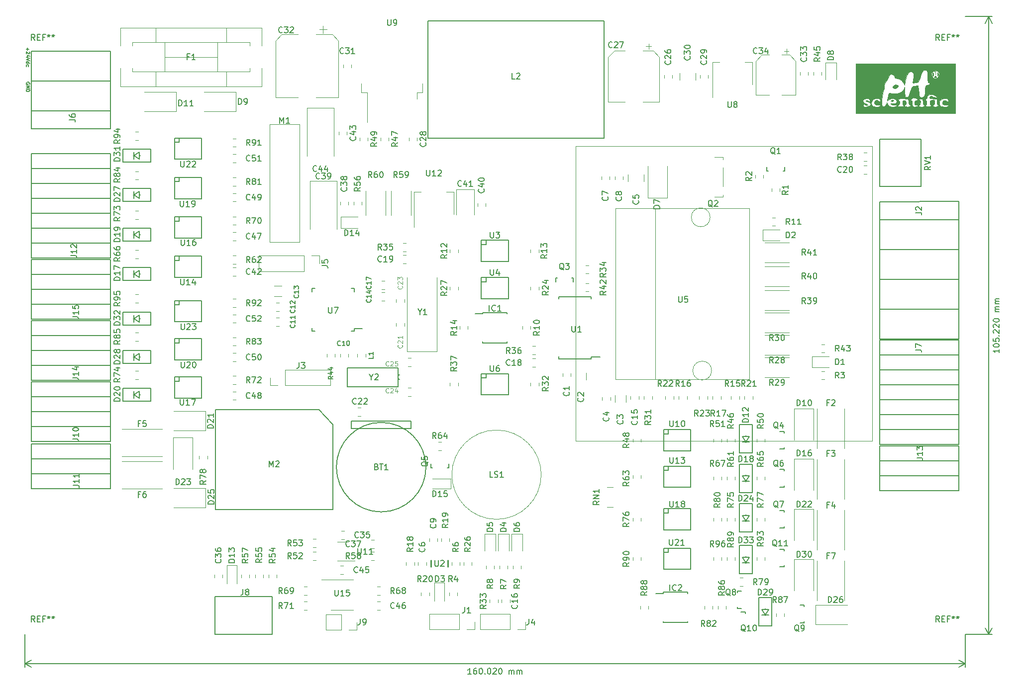
<source format=gto>
G04 #@! TF.GenerationSoftware,KiCad,Pcbnew,(5.1.2)-2*
G04 #@! TF.CreationDate,2019-11-06T08:34:27+07:00*
G04 #@! TF.ProjectId,ph_door_fume_hood_controller_hw,70685f64-6f6f-4725-9f66-756d655f686f,VinhTho*
G04 #@! TF.SameCoordinates,Original*
G04 #@! TF.FileFunction,Legend,Top*
G04 #@! TF.FilePolarity,Positive*
%FSLAX46Y46*%
G04 Gerber Fmt 4.6, Leading zero omitted, Abs format (unit mm)*
G04 Created by KiCad (PCBNEW (5.1.2)-2) date 2019-11-06 08:34:27*
%MOMM*%
%LPD*%
G04 APERTURE LIST*
%ADD10C,0.150000*%
%ADD11C,0.010000*%
%ADD12C,0.120000*%
%ADD13C,0.254000*%
%ADD14C,0.100000*%
G04 APERTURE END LIST*
D10*
X61768000Y-46278857D02*
X61796571Y-46221714D01*
X61796571Y-46136000D01*
X61768000Y-46050285D01*
X61710857Y-45993142D01*
X61653714Y-45964571D01*
X61539428Y-45936000D01*
X61453714Y-45936000D01*
X61339428Y-45964571D01*
X61282285Y-45993142D01*
X61225142Y-46050285D01*
X61196571Y-46136000D01*
X61196571Y-46193142D01*
X61225142Y-46278857D01*
X61253714Y-46307428D01*
X61453714Y-46307428D01*
X61453714Y-46193142D01*
X61196571Y-46564571D02*
X61796571Y-46564571D01*
X61196571Y-46907428D01*
X61796571Y-46907428D01*
X61196571Y-47193142D02*
X61796571Y-47193142D01*
X61796571Y-47336000D01*
X61768000Y-47421714D01*
X61710857Y-47478857D01*
X61653714Y-47507428D01*
X61539428Y-47536000D01*
X61453714Y-47536000D01*
X61339428Y-47507428D01*
X61282285Y-47478857D01*
X61225142Y-47421714D01*
X61196571Y-47336000D01*
X61196571Y-47193142D01*
X61425142Y-40070285D02*
X61425142Y-40527428D01*
X61196571Y-40298857D02*
X61653714Y-40298857D01*
X61739428Y-40784571D02*
X61768000Y-40813142D01*
X61796571Y-40870285D01*
X61796571Y-41013142D01*
X61768000Y-41070285D01*
X61739428Y-41098857D01*
X61682285Y-41127428D01*
X61625142Y-41127428D01*
X61539428Y-41098857D01*
X61196571Y-40756000D01*
X61196571Y-41127428D01*
X61596571Y-41641714D02*
X61196571Y-41641714D01*
X61825142Y-41498857D02*
X61396571Y-41356000D01*
X61396571Y-41727428D01*
X61796571Y-41870285D02*
X61196571Y-42070285D01*
X61796571Y-42270285D01*
X61196571Y-42727428D02*
X61796571Y-42727428D01*
X61225142Y-42727428D02*
X61196571Y-42670285D01*
X61196571Y-42556000D01*
X61225142Y-42498857D01*
X61253714Y-42470285D01*
X61310857Y-42441714D01*
X61482285Y-42441714D01*
X61539428Y-42470285D01*
X61568000Y-42498857D01*
X61596571Y-42556000D01*
X61596571Y-42670285D01*
X61568000Y-42727428D01*
X61225142Y-43270285D02*
X61196571Y-43213142D01*
X61196571Y-43098857D01*
X61225142Y-43041714D01*
X61253714Y-43013142D01*
X61310857Y-42984571D01*
X61482285Y-42984571D01*
X61539428Y-43013142D01*
X61568000Y-43041714D01*
X61596571Y-43098857D01*
X61596571Y-43213142D01*
X61568000Y-43270285D01*
X226752380Y-91437619D02*
X226752380Y-92009047D01*
X226752380Y-91723333D02*
X225752380Y-91723333D01*
X225895238Y-91818571D01*
X225990476Y-91913809D01*
X226038095Y-92009047D01*
X225752380Y-90818571D02*
X225752380Y-90723333D01*
X225800000Y-90628095D01*
X225847619Y-90580476D01*
X225942857Y-90532857D01*
X226133333Y-90485238D01*
X226371428Y-90485238D01*
X226561904Y-90532857D01*
X226657142Y-90580476D01*
X226704761Y-90628095D01*
X226752380Y-90723333D01*
X226752380Y-90818571D01*
X226704761Y-90913809D01*
X226657142Y-90961428D01*
X226561904Y-91009047D01*
X226371428Y-91056666D01*
X226133333Y-91056666D01*
X225942857Y-91009047D01*
X225847619Y-90961428D01*
X225800000Y-90913809D01*
X225752380Y-90818571D01*
X225752380Y-89580476D02*
X225752380Y-90056666D01*
X226228571Y-90104285D01*
X226180952Y-90056666D01*
X226133333Y-89961428D01*
X226133333Y-89723333D01*
X226180952Y-89628095D01*
X226228571Y-89580476D01*
X226323809Y-89532857D01*
X226561904Y-89532857D01*
X226657142Y-89580476D01*
X226704761Y-89628095D01*
X226752380Y-89723333D01*
X226752380Y-89961428D01*
X226704761Y-90056666D01*
X226657142Y-90104285D01*
X226657142Y-89104285D02*
X226704761Y-89056666D01*
X226752380Y-89104285D01*
X226704761Y-89151904D01*
X226657142Y-89104285D01*
X226752380Y-89104285D01*
X225847619Y-88675714D02*
X225800000Y-88628095D01*
X225752380Y-88532857D01*
X225752380Y-88294761D01*
X225800000Y-88199523D01*
X225847619Y-88151904D01*
X225942857Y-88104285D01*
X226038095Y-88104285D01*
X226180952Y-88151904D01*
X226752380Y-88723333D01*
X226752380Y-88104285D01*
X225847619Y-87723333D02*
X225800000Y-87675714D01*
X225752380Y-87580476D01*
X225752380Y-87342380D01*
X225800000Y-87247142D01*
X225847619Y-87199523D01*
X225942857Y-87151904D01*
X226038095Y-87151904D01*
X226180952Y-87199523D01*
X226752380Y-87770952D01*
X226752380Y-87151904D01*
X225752380Y-86532857D02*
X225752380Y-86437619D01*
X225800000Y-86342380D01*
X225847619Y-86294761D01*
X225942857Y-86247142D01*
X226133333Y-86199523D01*
X226371428Y-86199523D01*
X226561904Y-86247142D01*
X226657142Y-86294761D01*
X226704761Y-86342380D01*
X226752380Y-86437619D01*
X226752380Y-86532857D01*
X226704761Y-86628095D01*
X226657142Y-86675714D01*
X226561904Y-86723333D01*
X226371428Y-86770952D01*
X226133333Y-86770952D01*
X225942857Y-86723333D01*
X225847619Y-86675714D01*
X225800000Y-86628095D01*
X225752380Y-86532857D01*
X226752380Y-85009047D02*
X226085714Y-85009047D01*
X226180952Y-85009047D02*
X226133333Y-84961428D01*
X226085714Y-84866190D01*
X226085714Y-84723333D01*
X226133333Y-84628095D01*
X226228571Y-84580476D01*
X226752380Y-84580476D01*
X226228571Y-84580476D02*
X226133333Y-84532857D01*
X226085714Y-84437619D01*
X226085714Y-84294761D01*
X226133333Y-84199523D01*
X226228571Y-84151904D01*
X226752380Y-84151904D01*
X226752380Y-83675714D02*
X226085714Y-83675714D01*
X226180952Y-83675714D02*
X226133333Y-83628095D01*
X226085714Y-83532857D01*
X226085714Y-83390000D01*
X226133333Y-83294761D01*
X226228571Y-83247142D01*
X226752380Y-83247142D01*
X226228571Y-83247142D02*
X226133333Y-83199523D01*
X226085714Y-83104285D01*
X226085714Y-82961428D01*
X226133333Y-82866190D01*
X226228571Y-82818571D01*
X226752380Y-82818571D01*
X225000000Y-140000000D02*
X225000000Y-34780000D01*
X220980000Y-140000000D02*
X225586421Y-140000000D01*
X220980000Y-34780000D02*
X225586421Y-34780000D01*
X225000000Y-34780000D02*
X225586421Y-35906504D01*
X225000000Y-34780000D02*
X224413579Y-35906504D01*
X225000000Y-140000000D02*
X225586421Y-138873496D01*
X225000000Y-140000000D02*
X224413579Y-138873496D01*
X136922380Y-146752379D02*
X136350952Y-146752379D01*
X136636666Y-146752379D02*
X136636666Y-145752379D01*
X136541428Y-145895237D01*
X136446190Y-145990475D01*
X136350952Y-146038094D01*
X137779523Y-145752379D02*
X137589047Y-145752379D01*
X137493809Y-145799999D01*
X137446190Y-145847618D01*
X137350952Y-145990475D01*
X137303333Y-146180951D01*
X137303333Y-146561903D01*
X137350952Y-146657141D01*
X137398571Y-146704760D01*
X137493809Y-146752379D01*
X137684285Y-146752379D01*
X137779523Y-146704760D01*
X137827142Y-146657141D01*
X137874761Y-146561903D01*
X137874761Y-146323808D01*
X137827142Y-146228570D01*
X137779523Y-146180951D01*
X137684285Y-146133332D01*
X137493809Y-146133332D01*
X137398571Y-146180951D01*
X137350952Y-146228570D01*
X137303333Y-146323808D01*
X138493809Y-145752379D02*
X138589047Y-145752379D01*
X138684285Y-145799999D01*
X138731904Y-145847618D01*
X138779523Y-145942856D01*
X138827142Y-146133332D01*
X138827142Y-146371427D01*
X138779523Y-146561903D01*
X138731904Y-146657141D01*
X138684285Y-146704760D01*
X138589047Y-146752379D01*
X138493809Y-146752379D01*
X138398571Y-146704760D01*
X138350952Y-146657141D01*
X138303333Y-146561903D01*
X138255714Y-146371427D01*
X138255714Y-146133332D01*
X138303333Y-145942856D01*
X138350952Y-145847618D01*
X138398571Y-145799999D01*
X138493809Y-145752379D01*
X139255714Y-146657141D02*
X139303333Y-146704760D01*
X139255714Y-146752379D01*
X139208095Y-146704760D01*
X139255714Y-146657141D01*
X139255714Y-146752379D01*
X139922380Y-145752379D02*
X140017619Y-145752379D01*
X140112857Y-145799999D01*
X140160476Y-145847618D01*
X140208095Y-145942856D01*
X140255714Y-146133332D01*
X140255714Y-146371427D01*
X140208095Y-146561903D01*
X140160476Y-146657141D01*
X140112857Y-146704760D01*
X140017619Y-146752379D01*
X139922380Y-146752379D01*
X139827142Y-146704760D01*
X139779523Y-146657141D01*
X139731904Y-146561903D01*
X139684285Y-146371427D01*
X139684285Y-146133332D01*
X139731904Y-145942856D01*
X139779523Y-145847618D01*
X139827142Y-145799999D01*
X139922380Y-145752379D01*
X140636666Y-145847618D02*
X140684285Y-145799999D01*
X140779523Y-145752379D01*
X141017619Y-145752379D01*
X141112857Y-145799999D01*
X141160476Y-145847618D01*
X141208095Y-145942856D01*
X141208095Y-146038094D01*
X141160476Y-146180951D01*
X140589047Y-146752379D01*
X141208095Y-146752379D01*
X141827142Y-145752379D02*
X141922380Y-145752379D01*
X142017619Y-145799999D01*
X142065238Y-145847618D01*
X142112857Y-145942856D01*
X142160476Y-146133332D01*
X142160476Y-146371427D01*
X142112857Y-146561903D01*
X142065238Y-146657141D01*
X142017619Y-146704760D01*
X141922380Y-146752379D01*
X141827142Y-146752379D01*
X141731904Y-146704760D01*
X141684285Y-146657141D01*
X141636666Y-146561903D01*
X141589047Y-146371427D01*
X141589047Y-146133332D01*
X141636666Y-145942856D01*
X141684285Y-145847618D01*
X141731904Y-145799999D01*
X141827142Y-145752379D01*
X143350952Y-146752379D02*
X143350952Y-146085713D01*
X143350952Y-146180951D02*
X143398571Y-146133332D01*
X143493809Y-146085713D01*
X143636666Y-146085713D01*
X143731904Y-146133332D01*
X143779523Y-146228570D01*
X143779523Y-146752379D01*
X143779523Y-146228570D02*
X143827142Y-146133332D01*
X143922380Y-146085713D01*
X144065238Y-146085713D01*
X144160476Y-146133332D01*
X144208095Y-146228570D01*
X144208095Y-146752379D01*
X144684285Y-146752379D02*
X144684285Y-146085713D01*
X144684285Y-146180951D02*
X144731904Y-146133332D01*
X144827142Y-146085713D01*
X144970000Y-146085713D01*
X145065238Y-146133332D01*
X145112857Y-146228570D01*
X145112857Y-146752379D01*
X145112857Y-146228570D02*
X145160476Y-146133332D01*
X145255714Y-146085713D01*
X145398571Y-146085713D01*
X145493809Y-146133332D01*
X145541428Y-146228570D01*
X145541428Y-146752379D01*
X60960000Y-144999999D02*
X220980000Y-144999999D01*
X60960000Y-140000000D02*
X60960000Y-145586420D01*
X220980000Y-140000000D02*
X220980000Y-145586420D01*
X220980000Y-144999999D02*
X219853496Y-145586420D01*
X220980000Y-144999999D02*
X219853496Y-144413578D01*
X60960000Y-144999999D02*
X62086504Y-145586420D01*
X60960000Y-144999999D02*
X62086504Y-144413578D01*
D11*
G36*
X216005834Y-44139927D02*
G01*
X216016470Y-44170829D01*
X215900000Y-44182631D01*
X215779805Y-44169326D01*
X215794167Y-44139927D01*
X215967509Y-44128744D01*
X216005834Y-44139927D01*
X216005834Y-44139927D01*
G37*
X216005834Y-44139927D02*
X216016470Y-44170829D01*
X215900000Y-44182631D01*
X215779805Y-44169326D01*
X215794167Y-44139927D01*
X215967509Y-44128744D01*
X216005834Y-44139927D01*
G36*
X215956445Y-44478222D02*
G01*
X215944822Y-44528556D01*
X215900000Y-44534667D01*
X215830310Y-44503688D01*
X215843556Y-44478222D01*
X215944035Y-44468089D01*
X215956445Y-44478222D01*
X215956445Y-44478222D01*
G37*
X215956445Y-44478222D02*
X215944822Y-44528556D01*
X215900000Y-44534667D01*
X215830310Y-44503688D01*
X215843556Y-44478222D01*
X215944035Y-44468089D01*
X215956445Y-44478222D01*
G36*
X216302167Y-44337680D02*
G01*
X216393899Y-44543100D01*
X216391359Y-44735659D01*
X216323334Y-44831000D01*
X216238142Y-44836136D01*
X216228687Y-44814830D01*
X216218591Y-44689056D01*
X216207907Y-44479134D01*
X216207520Y-44469664D01*
X216208010Y-44294317D01*
X216240486Y-44265940D01*
X216302167Y-44337680D01*
X216302167Y-44337680D01*
G37*
X216302167Y-44337680D02*
X216393899Y-44543100D01*
X216391359Y-44735659D01*
X216323334Y-44831000D01*
X216238142Y-44836136D01*
X216228687Y-44814830D01*
X216218591Y-44689056D01*
X216207907Y-44479134D01*
X216207520Y-44469664D01*
X216208010Y-44294317D01*
X216240486Y-44265940D01*
X216302167Y-44337680D01*
G36*
X215517558Y-44319743D02*
G01*
X215540161Y-44428833D01*
X215552531Y-44676529D01*
X215539785Y-44809833D01*
X215507592Y-44936349D01*
X215465849Y-44906017D01*
X215440099Y-44851977D01*
X215413021Y-44662493D01*
X215440474Y-44470977D01*
X215489519Y-44318129D01*
X215517558Y-44319743D01*
X215517558Y-44319743D01*
G37*
X215517558Y-44319743D02*
X215540161Y-44428833D01*
X215552531Y-44676529D01*
X215539785Y-44809833D01*
X215507592Y-44936349D01*
X215465849Y-44906017D01*
X215440099Y-44851977D01*
X215413021Y-44662493D01*
X215440474Y-44470977D01*
X215489519Y-44318129D01*
X215517558Y-44319743D01*
G36*
X216000413Y-44929093D02*
G01*
X216021121Y-44951504D01*
X216119187Y-45070117D01*
X216099440Y-45117715D01*
X215938268Y-45126202D01*
X215891956Y-45126037D01*
X215727018Y-45110151D01*
X215685590Y-45072542D01*
X215696805Y-45062537D01*
X215809157Y-44927951D01*
X215825970Y-44888004D01*
X215884252Y-44839280D01*
X216000413Y-44929093D01*
X216000413Y-44929093D01*
G37*
X216000413Y-44929093D02*
X216021121Y-44951504D01*
X216119187Y-45070117D01*
X216099440Y-45117715D01*
X215938268Y-45126202D01*
X215891956Y-45126037D01*
X215727018Y-45110151D01*
X215685590Y-45072542D01*
X215696805Y-45062537D01*
X215809157Y-44927951D01*
X215825970Y-44888004D01*
X215884252Y-44839280D01*
X216000413Y-44929093D01*
G36*
X209372781Y-46393113D02*
G01*
X209523940Y-46542554D01*
X209524871Y-46716533D01*
X209379145Y-46868734D01*
X209334350Y-46891743D01*
X209002162Y-46983667D01*
X208732462Y-46924496D01*
X208707246Y-46909543D01*
X208630614Y-46830998D01*
X208652143Y-46711690D01*
X208701609Y-46612222D01*
X208893843Y-46403375D01*
X209146722Y-46333008D01*
X209372781Y-46393113D01*
X209372781Y-46393113D01*
G37*
X209372781Y-46393113D02*
X209523940Y-46542554D01*
X209524871Y-46716533D01*
X209379145Y-46868734D01*
X209334350Y-46891743D01*
X209002162Y-46983667D01*
X208732462Y-46924496D01*
X208707246Y-46909543D01*
X208630614Y-46830998D01*
X208652143Y-46711690D01*
X208701609Y-46612222D01*
X208893843Y-46403375D01*
X209146722Y-46333008D01*
X209372781Y-46393113D01*
G36*
X208661000Y-48991382D02*
G01*
X208780595Y-49073940D01*
X208749510Y-49149233D01*
X208585189Y-49189797D01*
X208534000Y-49191333D01*
X208355620Y-49169422D01*
X208280018Y-49116631D01*
X208280000Y-49115725D01*
X208350762Y-49019733D01*
X208510626Y-48972627D01*
X208661000Y-48991382D01*
X208661000Y-48991382D01*
G37*
X208661000Y-48991382D02*
X208780595Y-49073940D01*
X208749510Y-49149233D01*
X208585189Y-49189797D01*
X208534000Y-49191333D01*
X208355620Y-49169422D01*
X208280018Y-49116631D01*
X208280000Y-49115725D01*
X208350762Y-49019733D01*
X208510626Y-48972627D01*
X208661000Y-48991382D01*
G36*
X219286667Y-51223333D02*
G01*
X202353334Y-51223333D01*
X202353334Y-49166351D01*
X203554027Y-49166351D01*
X203603638Y-49326811D01*
X203736368Y-49441766D01*
X203958261Y-49538027D01*
X204187800Y-49638948D01*
X204338957Y-49736230D01*
X204367483Y-49772781D01*
X204332344Y-49846468D01*
X204203434Y-49868226D01*
X204046645Y-49842516D01*
X203927875Y-49773801D01*
X203907951Y-49741667D01*
X203806753Y-49624234D01*
X203691320Y-49641518D01*
X203625125Y-49777782D01*
X203623334Y-49812222D01*
X203645219Y-49990031D01*
X203679778Y-50066222D01*
X203822427Y-50115087D01*
X204063273Y-50120554D01*
X204338193Y-50087462D01*
X204583066Y-50020649D01*
X204643538Y-49993492D01*
X204844690Y-49829160D01*
X204893334Y-49663329D01*
X204863438Y-49531082D01*
X204748592Y-49428823D01*
X204735319Y-49423025D01*
X204994768Y-49423025D01*
X204998235Y-49670145D01*
X205076433Y-49833296D01*
X205196686Y-49943728D01*
X205441868Y-50058843D01*
X205774750Y-50121710D01*
X206119513Y-50124072D01*
X206368075Y-50071275D01*
X206484954Y-49961051D01*
X206502000Y-49892519D01*
X206463285Y-49810836D01*
X206321369Y-49802078D01*
X206216114Y-49818787D01*
X205874029Y-49834275D01*
X205627548Y-49744710D01*
X205499231Y-49561246D01*
X205486000Y-49457796D01*
X205498717Y-49405603D01*
X206756121Y-49405603D01*
X206773421Y-49760246D01*
X206839252Y-49986135D01*
X206878937Y-50034628D01*
X207039760Y-50092067D01*
X207216345Y-50064311D01*
X207334400Y-49970384D01*
X207348667Y-49914353D01*
X207416854Y-49788793D01*
X207475667Y-49753382D01*
X207579262Y-49639156D01*
X207610303Y-49511490D01*
X207623704Y-49412945D01*
X207657062Y-49464170D01*
X207696884Y-49591545D01*
X207849988Y-49842584D01*
X208115792Y-50030641D01*
X208444892Y-50141683D01*
X208787884Y-50161677D01*
X209095363Y-50076589D01*
X209190167Y-50015719D01*
X209277622Y-49913638D01*
X209487635Y-49913638D01*
X209489856Y-50013932D01*
X209571167Y-50068059D01*
X209740591Y-50099530D01*
X209979685Y-50102805D01*
X210222725Y-50082259D01*
X210403990Y-50042270D01*
X210456874Y-50009079D01*
X210443693Y-49896423D01*
X210388435Y-49834656D01*
X210308244Y-49678028D01*
X210312000Y-49403000D01*
X210351578Y-49185214D01*
X210424790Y-49088447D01*
X210573727Y-49064597D01*
X210608334Y-49064333D01*
X210775294Y-49080684D01*
X210853850Y-49162555D01*
X210886489Y-49359170D01*
X210889074Y-49389591D01*
X210878425Y-49654390D01*
X210782036Y-49816105D01*
X210762074Y-49832482D01*
X210660235Y-49932569D01*
X210696613Y-50007273D01*
X210735334Y-50035094D01*
X210930200Y-50098704D01*
X211199509Y-50117459D01*
X211454315Y-50090179D01*
X211571681Y-50046169D01*
X211638528Y-49933717D01*
X211583346Y-49821649D01*
X211471170Y-49783638D01*
X211403742Y-49703628D01*
X211357307Y-49482843D01*
X211345048Y-49339252D01*
X211315415Y-49071138D01*
X211293022Y-48978191D01*
X211675052Y-48978191D01*
X211774944Y-49021610D01*
X211793667Y-49022000D01*
X211870560Y-49064119D01*
X211909963Y-49211741D01*
X211920667Y-49483459D01*
X211961074Y-49832803D01*
X212090655Y-50044252D01*
X212321944Y-50126704D01*
X212667478Y-50089054D01*
X212746167Y-50069302D01*
X212913011Y-49984308D01*
X212931530Y-49884840D01*
X212815053Y-49806832D01*
X212640334Y-49784000D01*
X212438771Y-49767047D01*
X212356913Y-49695545D01*
X212345156Y-49593500D01*
X212382909Y-49263048D01*
X212497115Y-49071576D01*
X212663592Y-49005625D01*
X212857241Y-48944078D01*
X212908650Y-48847807D01*
X212900069Y-48839646D01*
X213030671Y-48839646D01*
X213049574Y-48911942D01*
X213194214Y-48980792D01*
X213303216Y-49044976D01*
X213347963Y-49177892D01*
X213347763Y-49409136D01*
X213311989Y-49671214D01*
X213229583Y-49804198D01*
X213174882Y-49831343D01*
X213034822Y-49921270D01*
X213056385Y-50042365D01*
X213077778Y-50066222D01*
X213199800Y-50104841D01*
X213419197Y-50120729D01*
X213665484Y-50113455D01*
X213868176Y-50082587D01*
X213903409Y-50071275D01*
X214014387Y-49974798D01*
X214017545Y-49945407D01*
X214122000Y-49945407D01*
X214202472Y-49999025D01*
X214429051Y-50030778D01*
X214672334Y-50038000D01*
X214991017Y-50024461D01*
X215179744Y-49986339D01*
X215222667Y-49945407D01*
X215152741Y-49848633D01*
X215074241Y-49813999D01*
X214980781Y-49753635D01*
X214947584Y-49609166D01*
X214955093Y-49407049D01*
X214984644Y-49174754D01*
X215049518Y-49059690D01*
X215187601Y-49009775D01*
X215251686Y-48999314D01*
X215472495Y-48983158D01*
X215624834Y-48999916D01*
X215699885Y-49107223D01*
X215731791Y-49310277D01*
X215722308Y-49541556D01*
X215673188Y-49733534D01*
X215603667Y-49814618D01*
X215491000Y-49930243D01*
X215476667Y-49997434D01*
X215548377Y-50081418D01*
X215726462Y-50119882D01*
X215955356Y-50116788D01*
X216179489Y-50076098D01*
X216343295Y-50001771D01*
X216392249Y-49932167D01*
X216359456Y-49806134D01*
X216287208Y-49784000D01*
X216210683Y-49749862D01*
X216169467Y-49624769D01*
X216154638Y-49374699D01*
X216154167Y-49301705D01*
X216557061Y-49301705D01*
X216565688Y-49621597D01*
X216585101Y-49685220D01*
X216706769Y-49893325D01*
X216856967Y-50021325D01*
X217073877Y-50080086D01*
X217378376Y-50112153D01*
X217691513Y-50113974D01*
X217934336Y-50081998D01*
X217967409Y-50071275D01*
X218084286Y-49961136D01*
X218101334Y-49892678D01*
X218059722Y-49810948D01*
X217910592Y-49792870D01*
X217783834Y-49804600D01*
X217436589Y-49802357D01*
X217188847Y-49711383D01*
X217059679Y-49549735D01*
X217068158Y-49335470D01*
X217141827Y-49196810D01*
X217300424Y-49072643D01*
X217507541Y-49023211D01*
X217696153Y-49053435D01*
X217793285Y-49149000D01*
X217896603Y-49268725D01*
X218018172Y-49255880D01*
X218095867Y-49126940D01*
X218101334Y-49067312D01*
X218030119Y-48853105D01*
X217824197Y-48729622D01*
X217495148Y-48702301D01*
X217354000Y-48716331D01*
X216967665Y-48828346D01*
X216696536Y-49030379D01*
X216557061Y-49301705D01*
X216154167Y-49301705D01*
X216154000Y-49276000D01*
X216154000Y-48768000D01*
X215646000Y-48757417D01*
X215298109Y-48748812D01*
X215084617Y-48734073D01*
X214970637Y-48703142D01*
X214921281Y-48645964D01*
X214901660Y-48552480D01*
X214900231Y-48542439D01*
X214940974Y-48375156D01*
X215077797Y-48286354D01*
X215247370Y-48297394D01*
X215360315Y-48387243D01*
X215502804Y-48487580D01*
X215599599Y-48484943D01*
X215710942Y-48483886D01*
X215730667Y-48522546D01*
X215794236Y-48580940D01*
X215933746Y-48578078D01*
X216072405Y-48525819D01*
X216129785Y-48460916D01*
X216082586Y-48361906D01*
X215918715Y-48243993D01*
X215685582Y-48130107D01*
X215430601Y-48043178D01*
X215201183Y-48006135D01*
X215189144Y-48006000D01*
X214918415Y-48059557D01*
X214673032Y-48195690D01*
X214504883Y-48377587D01*
X214460667Y-48522802D01*
X214403586Y-48682969D01*
X214333667Y-48737382D01*
X214224430Y-48839795D01*
X214222435Y-48970171D01*
X214302889Y-49039963D01*
X214364838Y-49136730D01*
X214403764Y-49340208D01*
X214408722Y-49423748D01*
X214396260Y-49666366D01*
X214331502Y-49785995D01*
X214270167Y-49814137D01*
X214144499Y-49890635D01*
X214122000Y-49945407D01*
X214017545Y-49945407D01*
X214027199Y-49855584D01*
X213939046Y-49785768D01*
X213914559Y-49784000D01*
X213837047Y-49731703D01*
X213789291Y-49557818D01*
X213766392Y-49297167D01*
X213741000Y-48810333D01*
X213381167Y-48784298D01*
X213147127Y-48790870D01*
X213030671Y-48839646D01*
X212900069Y-48839646D01*
X212811487Y-48755403D01*
X212709848Y-48723675D01*
X212476802Y-48657085D01*
X212321501Y-48592003D01*
X212167497Y-48566192D01*
X211972259Y-48660056D01*
X211919334Y-48697706D01*
X211724096Y-48867863D01*
X211675052Y-48978191D01*
X211293022Y-48978191D01*
X211267305Y-48871455D01*
X211234814Y-48810447D01*
X211120618Y-48777641D01*
X210885557Y-48754819D01*
X210577564Y-48742244D01*
X210244575Y-48740179D01*
X209934525Y-48748884D01*
X209695346Y-48768623D01*
X209574975Y-48799658D01*
X209573090Y-48801355D01*
X209583884Y-48893272D01*
X209663408Y-49006981D01*
X209772531Y-49209794D01*
X209807457Y-49452703D01*
X209770332Y-49674506D01*
X209663303Y-49814001D01*
X209634667Y-49826333D01*
X209487635Y-49913638D01*
X209277622Y-49913638D01*
X209297104Y-49890898D01*
X209251326Y-49816903D01*
X209064393Y-49803481D01*
X208954487Y-49816968D01*
X208653779Y-49827160D01*
X208418946Y-49764945D01*
X208291574Y-49644542D01*
X208280000Y-49586355D01*
X208351719Y-49514482D01*
X208571297Y-49513349D01*
X208576104Y-49513904D01*
X208931360Y-49518736D01*
X209193636Y-49447953D01*
X209328691Y-49312931D01*
X209333086Y-49104614D01*
X209204195Y-48924163D01*
X208977790Y-48789750D01*
X208689640Y-48719546D01*
X208375516Y-48731723D01*
X208248786Y-48764330D01*
X208006419Y-48880848D01*
X207820493Y-49031495D01*
X207806024Y-49049646D01*
X207719393Y-49158749D01*
X207692293Y-49146017D01*
X207711940Y-48991759D01*
X207723684Y-48922814D01*
X207780829Y-48652964D01*
X207864541Y-48324193D01*
X207907354Y-48173614D01*
X207990621Y-47921447D01*
X208063720Y-47800216D01*
X208154693Y-47775889D01*
X208222265Y-47791412D01*
X208402561Y-47827470D01*
X208685357Y-47864698D01*
X208957334Y-47890609D01*
X209500079Y-47872031D01*
X209939205Y-47721265D01*
X210280085Y-47435721D01*
X210456462Y-47167183D01*
X210650667Y-46794033D01*
X210659106Y-47421183D01*
X210673009Y-47865691D01*
X210706778Y-48167087D01*
X210769691Y-48351265D01*
X210871024Y-48444113D01*
X211020054Y-48471524D01*
X211035484Y-48471667D01*
X211145910Y-48464020D01*
X211232146Y-48422932D01*
X211311548Y-48321183D01*
X211401473Y-48131553D01*
X211519277Y-47826822D01*
X211617021Y-47559636D01*
X211766606Y-47154371D01*
X211885003Y-46880436D01*
X211999924Y-46710405D01*
X212139082Y-46616848D01*
X212330189Y-46572338D01*
X212600959Y-46549446D01*
X212640334Y-46546836D01*
X212979000Y-46524333D01*
X213031618Y-47286333D01*
X213072872Y-47770728D01*
X213126376Y-48110354D01*
X213203782Y-48329771D01*
X213316742Y-48453544D01*
X213476909Y-48506233D01*
X213614000Y-48514000D01*
X213828244Y-48490310D01*
X213973931Y-48402256D01*
X214063291Y-48224363D01*
X214108551Y-47931155D01*
X214121940Y-47497155D01*
X214122000Y-47455666D01*
X214133846Y-47011543D01*
X214177421Y-46708780D01*
X214264779Y-46520554D01*
X214407976Y-46420039D01*
X214604701Y-46381524D01*
X214822395Y-46344679D01*
X214914094Y-46265508D01*
X214926334Y-46185667D01*
X214856127Y-46032078D01*
X214754790Y-45991762D01*
X214679261Y-45969438D01*
X214629622Y-45908189D01*
X214600265Y-45777780D01*
X214585584Y-45547974D01*
X214579974Y-45188536D01*
X214579194Y-45044729D01*
X214570734Y-44631194D01*
X215222667Y-44631194D01*
X215293037Y-44939222D01*
X215476944Y-45161306D01*
X215733583Y-45281165D01*
X216022151Y-45282513D01*
X216301843Y-45149070D01*
X216369515Y-45088848D01*
X216533943Y-44823762D01*
X216560768Y-44534749D01*
X216467329Y-44264159D01*
X216270960Y-44054338D01*
X215989001Y-43947636D01*
X215900000Y-43942000D01*
X215604715Y-44018867D01*
X215369054Y-44219754D01*
X215236823Y-44500086D01*
X215222667Y-44631194D01*
X214570734Y-44631194D01*
X214569503Y-44571066D01*
X214538069Y-44241281D01*
X214474047Y-44030270D01*
X214366594Y-43912931D01*
X214204866Y-43864158D01*
X214066291Y-43857333D01*
X213887854Y-43872509D01*
X213770982Y-43945092D01*
X213668924Y-44115663D01*
X213606082Y-44256806D01*
X213492976Y-44547982D01*
X213364270Y-44919655D01*
X213253567Y-45272451D01*
X213153235Y-45596175D01*
X213057880Y-45795198D01*
X212924149Y-45907106D01*
X212708688Y-45969487D01*
X212395776Y-46016162D01*
X212152982Y-46044051D01*
X212042706Y-46033737D01*
X212030506Y-45975277D01*
X212053843Y-45917446D01*
X212091301Y-45762526D01*
X212126161Y-45490665D01*
X212152097Y-45154212D01*
X212156287Y-45069751D01*
X212168301Y-44725799D01*
X212161180Y-44509460D01*
X212125845Y-44379312D01*
X212053219Y-44293935D01*
X211973948Y-44237721D01*
X211753000Y-44143866D01*
X211565729Y-44125970D01*
X211395245Y-44228343D01*
X211215525Y-44471998D01*
X211039847Y-44830382D01*
X210881486Y-45276948D01*
X210766481Y-45724185D01*
X210625216Y-46381570D01*
X210447442Y-46030302D01*
X210184406Y-45663808D01*
X209840256Y-45412188D01*
X209451290Y-45300151D01*
X209369759Y-45296667D01*
X209147688Y-45278636D01*
X209037291Y-45204431D01*
X208994116Y-45093029D01*
X208871657Y-44844987D01*
X208669921Y-44648988D01*
X208442385Y-44550337D01*
X208351786Y-44548859D01*
X208234263Y-44599928D01*
X208106482Y-44736058D01*
X207949553Y-44982037D01*
X207772000Y-45309710D01*
X207589983Y-45646872D01*
X207418481Y-45942154D01*
X207283326Y-46152020D01*
X207236085Y-46212834D01*
X207132957Y-46379079D01*
X207165092Y-46539964D01*
X207168436Y-46546303D01*
X207208090Y-46723826D01*
X207173316Y-46996906D01*
X207131094Y-47167180D01*
X206974837Y-47802995D01*
X206858885Y-48403593D01*
X206785294Y-48945591D01*
X206756121Y-49405603D01*
X205498717Y-49405603D01*
X205545546Y-49213408D01*
X205694561Y-49048628D01*
X205888611Y-48987114D01*
X206083262Y-49052524D01*
X206142153Y-49108427D01*
X206319781Y-49253671D01*
X206462550Y-49247944D01*
X206532618Y-49149000D01*
X206547553Y-48934577D01*
X206421084Y-48781108D01*
X206173785Y-48700176D01*
X205826230Y-48703366D01*
X205758556Y-48713124D01*
X205368228Y-48834188D01*
X205116885Y-49049965D01*
X205000966Y-49363764D01*
X204994768Y-49423025D01*
X204735319Y-49423025D01*
X204511059Y-49325064D01*
X204470000Y-49310111D01*
X204199977Y-49196710D01*
X204065055Y-49104020D01*
X204074259Y-49042385D01*
X204218657Y-49022000D01*
X204381463Y-49077171D01*
X204439382Y-49149000D01*
X204540627Y-49274361D01*
X204661625Y-49272433D01*
X204756997Y-49172230D01*
X204781362Y-49002766D01*
X204767027Y-48939517D01*
X204639178Y-48791550D01*
X204403115Y-48718137D01*
X204105909Y-48726305D01*
X203842880Y-48801584D01*
X203637793Y-48905717D01*
X203555983Y-49018048D01*
X203554027Y-49166351D01*
X202353334Y-49166351D01*
X202353334Y-42756667D01*
X219286667Y-42756667D01*
X219286667Y-51223333D01*
X219286667Y-51223333D01*
G37*
X219286667Y-51223333D02*
X202353334Y-51223333D01*
X202353334Y-49166351D01*
X203554027Y-49166351D01*
X203603638Y-49326811D01*
X203736368Y-49441766D01*
X203958261Y-49538027D01*
X204187800Y-49638948D01*
X204338957Y-49736230D01*
X204367483Y-49772781D01*
X204332344Y-49846468D01*
X204203434Y-49868226D01*
X204046645Y-49842516D01*
X203927875Y-49773801D01*
X203907951Y-49741667D01*
X203806753Y-49624234D01*
X203691320Y-49641518D01*
X203625125Y-49777782D01*
X203623334Y-49812222D01*
X203645219Y-49990031D01*
X203679778Y-50066222D01*
X203822427Y-50115087D01*
X204063273Y-50120554D01*
X204338193Y-50087462D01*
X204583066Y-50020649D01*
X204643538Y-49993492D01*
X204844690Y-49829160D01*
X204893334Y-49663329D01*
X204863438Y-49531082D01*
X204748592Y-49428823D01*
X204735319Y-49423025D01*
X204994768Y-49423025D01*
X204998235Y-49670145D01*
X205076433Y-49833296D01*
X205196686Y-49943728D01*
X205441868Y-50058843D01*
X205774750Y-50121710D01*
X206119513Y-50124072D01*
X206368075Y-50071275D01*
X206484954Y-49961051D01*
X206502000Y-49892519D01*
X206463285Y-49810836D01*
X206321369Y-49802078D01*
X206216114Y-49818787D01*
X205874029Y-49834275D01*
X205627548Y-49744710D01*
X205499231Y-49561246D01*
X205486000Y-49457796D01*
X205498717Y-49405603D01*
X206756121Y-49405603D01*
X206773421Y-49760246D01*
X206839252Y-49986135D01*
X206878937Y-50034628D01*
X207039760Y-50092067D01*
X207216345Y-50064311D01*
X207334400Y-49970384D01*
X207348667Y-49914353D01*
X207416854Y-49788793D01*
X207475667Y-49753382D01*
X207579262Y-49639156D01*
X207610303Y-49511490D01*
X207623704Y-49412945D01*
X207657062Y-49464170D01*
X207696884Y-49591545D01*
X207849988Y-49842584D01*
X208115792Y-50030641D01*
X208444892Y-50141683D01*
X208787884Y-50161677D01*
X209095363Y-50076589D01*
X209190167Y-50015719D01*
X209277622Y-49913638D01*
X209487635Y-49913638D01*
X209489856Y-50013932D01*
X209571167Y-50068059D01*
X209740591Y-50099530D01*
X209979685Y-50102805D01*
X210222725Y-50082259D01*
X210403990Y-50042270D01*
X210456874Y-50009079D01*
X210443693Y-49896423D01*
X210388435Y-49834656D01*
X210308244Y-49678028D01*
X210312000Y-49403000D01*
X210351578Y-49185214D01*
X210424790Y-49088447D01*
X210573727Y-49064597D01*
X210608334Y-49064333D01*
X210775294Y-49080684D01*
X210853850Y-49162555D01*
X210886489Y-49359170D01*
X210889074Y-49389591D01*
X210878425Y-49654390D01*
X210782036Y-49816105D01*
X210762074Y-49832482D01*
X210660235Y-49932569D01*
X210696613Y-50007273D01*
X210735334Y-50035094D01*
X210930200Y-50098704D01*
X211199509Y-50117459D01*
X211454315Y-50090179D01*
X211571681Y-50046169D01*
X211638528Y-49933717D01*
X211583346Y-49821649D01*
X211471170Y-49783638D01*
X211403742Y-49703628D01*
X211357307Y-49482843D01*
X211345048Y-49339252D01*
X211315415Y-49071138D01*
X211293022Y-48978191D01*
X211675052Y-48978191D01*
X211774944Y-49021610D01*
X211793667Y-49022000D01*
X211870560Y-49064119D01*
X211909963Y-49211741D01*
X211920667Y-49483459D01*
X211961074Y-49832803D01*
X212090655Y-50044252D01*
X212321944Y-50126704D01*
X212667478Y-50089054D01*
X212746167Y-50069302D01*
X212913011Y-49984308D01*
X212931530Y-49884840D01*
X212815053Y-49806832D01*
X212640334Y-49784000D01*
X212438771Y-49767047D01*
X212356913Y-49695545D01*
X212345156Y-49593500D01*
X212382909Y-49263048D01*
X212497115Y-49071576D01*
X212663592Y-49005625D01*
X212857241Y-48944078D01*
X212908650Y-48847807D01*
X212900069Y-48839646D01*
X213030671Y-48839646D01*
X213049574Y-48911942D01*
X213194214Y-48980792D01*
X213303216Y-49044976D01*
X213347963Y-49177892D01*
X213347763Y-49409136D01*
X213311989Y-49671214D01*
X213229583Y-49804198D01*
X213174882Y-49831343D01*
X213034822Y-49921270D01*
X213056385Y-50042365D01*
X213077778Y-50066222D01*
X213199800Y-50104841D01*
X213419197Y-50120729D01*
X213665484Y-50113455D01*
X213868176Y-50082587D01*
X213903409Y-50071275D01*
X214014387Y-49974798D01*
X214017545Y-49945407D01*
X214122000Y-49945407D01*
X214202472Y-49999025D01*
X214429051Y-50030778D01*
X214672334Y-50038000D01*
X214991017Y-50024461D01*
X215179744Y-49986339D01*
X215222667Y-49945407D01*
X215152741Y-49848633D01*
X215074241Y-49813999D01*
X214980781Y-49753635D01*
X214947584Y-49609166D01*
X214955093Y-49407049D01*
X214984644Y-49174754D01*
X215049518Y-49059690D01*
X215187601Y-49009775D01*
X215251686Y-48999314D01*
X215472495Y-48983158D01*
X215624834Y-48999916D01*
X215699885Y-49107223D01*
X215731791Y-49310277D01*
X215722308Y-49541556D01*
X215673188Y-49733534D01*
X215603667Y-49814618D01*
X215491000Y-49930243D01*
X215476667Y-49997434D01*
X215548377Y-50081418D01*
X215726462Y-50119882D01*
X215955356Y-50116788D01*
X216179489Y-50076098D01*
X216343295Y-50001771D01*
X216392249Y-49932167D01*
X216359456Y-49806134D01*
X216287208Y-49784000D01*
X216210683Y-49749862D01*
X216169467Y-49624769D01*
X216154638Y-49374699D01*
X216154167Y-49301705D01*
X216557061Y-49301705D01*
X216565688Y-49621597D01*
X216585101Y-49685220D01*
X216706769Y-49893325D01*
X216856967Y-50021325D01*
X217073877Y-50080086D01*
X217378376Y-50112153D01*
X217691513Y-50113974D01*
X217934336Y-50081998D01*
X217967409Y-50071275D01*
X218084286Y-49961136D01*
X218101334Y-49892678D01*
X218059722Y-49810948D01*
X217910592Y-49792870D01*
X217783834Y-49804600D01*
X217436589Y-49802357D01*
X217188847Y-49711383D01*
X217059679Y-49549735D01*
X217068158Y-49335470D01*
X217141827Y-49196810D01*
X217300424Y-49072643D01*
X217507541Y-49023211D01*
X217696153Y-49053435D01*
X217793285Y-49149000D01*
X217896603Y-49268725D01*
X218018172Y-49255880D01*
X218095867Y-49126940D01*
X218101334Y-49067312D01*
X218030119Y-48853105D01*
X217824197Y-48729622D01*
X217495148Y-48702301D01*
X217354000Y-48716331D01*
X216967665Y-48828346D01*
X216696536Y-49030379D01*
X216557061Y-49301705D01*
X216154167Y-49301705D01*
X216154000Y-49276000D01*
X216154000Y-48768000D01*
X215646000Y-48757417D01*
X215298109Y-48748812D01*
X215084617Y-48734073D01*
X214970637Y-48703142D01*
X214921281Y-48645964D01*
X214901660Y-48552480D01*
X214900231Y-48542439D01*
X214940974Y-48375156D01*
X215077797Y-48286354D01*
X215247370Y-48297394D01*
X215360315Y-48387243D01*
X215502804Y-48487580D01*
X215599599Y-48484943D01*
X215710942Y-48483886D01*
X215730667Y-48522546D01*
X215794236Y-48580940D01*
X215933746Y-48578078D01*
X216072405Y-48525819D01*
X216129785Y-48460916D01*
X216082586Y-48361906D01*
X215918715Y-48243993D01*
X215685582Y-48130107D01*
X215430601Y-48043178D01*
X215201183Y-48006135D01*
X215189144Y-48006000D01*
X214918415Y-48059557D01*
X214673032Y-48195690D01*
X214504883Y-48377587D01*
X214460667Y-48522802D01*
X214403586Y-48682969D01*
X214333667Y-48737382D01*
X214224430Y-48839795D01*
X214222435Y-48970171D01*
X214302889Y-49039963D01*
X214364838Y-49136730D01*
X214403764Y-49340208D01*
X214408722Y-49423748D01*
X214396260Y-49666366D01*
X214331502Y-49785995D01*
X214270167Y-49814137D01*
X214144499Y-49890635D01*
X214122000Y-49945407D01*
X214017545Y-49945407D01*
X214027199Y-49855584D01*
X213939046Y-49785768D01*
X213914559Y-49784000D01*
X213837047Y-49731703D01*
X213789291Y-49557818D01*
X213766392Y-49297167D01*
X213741000Y-48810333D01*
X213381167Y-48784298D01*
X213147127Y-48790870D01*
X213030671Y-48839646D01*
X212900069Y-48839646D01*
X212811487Y-48755403D01*
X212709848Y-48723675D01*
X212476802Y-48657085D01*
X212321501Y-48592003D01*
X212167497Y-48566192D01*
X211972259Y-48660056D01*
X211919334Y-48697706D01*
X211724096Y-48867863D01*
X211675052Y-48978191D01*
X211293022Y-48978191D01*
X211267305Y-48871455D01*
X211234814Y-48810447D01*
X211120618Y-48777641D01*
X210885557Y-48754819D01*
X210577564Y-48742244D01*
X210244575Y-48740179D01*
X209934525Y-48748884D01*
X209695346Y-48768623D01*
X209574975Y-48799658D01*
X209573090Y-48801355D01*
X209583884Y-48893272D01*
X209663408Y-49006981D01*
X209772531Y-49209794D01*
X209807457Y-49452703D01*
X209770332Y-49674506D01*
X209663303Y-49814001D01*
X209634667Y-49826333D01*
X209487635Y-49913638D01*
X209277622Y-49913638D01*
X209297104Y-49890898D01*
X209251326Y-49816903D01*
X209064393Y-49803481D01*
X208954487Y-49816968D01*
X208653779Y-49827160D01*
X208418946Y-49764945D01*
X208291574Y-49644542D01*
X208280000Y-49586355D01*
X208351719Y-49514482D01*
X208571297Y-49513349D01*
X208576104Y-49513904D01*
X208931360Y-49518736D01*
X209193636Y-49447953D01*
X209328691Y-49312931D01*
X209333086Y-49104614D01*
X209204195Y-48924163D01*
X208977790Y-48789750D01*
X208689640Y-48719546D01*
X208375516Y-48731723D01*
X208248786Y-48764330D01*
X208006419Y-48880848D01*
X207820493Y-49031495D01*
X207806024Y-49049646D01*
X207719393Y-49158749D01*
X207692293Y-49146017D01*
X207711940Y-48991759D01*
X207723684Y-48922814D01*
X207780829Y-48652964D01*
X207864541Y-48324193D01*
X207907354Y-48173614D01*
X207990621Y-47921447D01*
X208063720Y-47800216D01*
X208154693Y-47775889D01*
X208222265Y-47791412D01*
X208402561Y-47827470D01*
X208685357Y-47864698D01*
X208957334Y-47890609D01*
X209500079Y-47872031D01*
X209939205Y-47721265D01*
X210280085Y-47435721D01*
X210456462Y-47167183D01*
X210650667Y-46794033D01*
X210659106Y-47421183D01*
X210673009Y-47865691D01*
X210706778Y-48167087D01*
X210769691Y-48351265D01*
X210871024Y-48444113D01*
X211020054Y-48471524D01*
X211035484Y-48471667D01*
X211145910Y-48464020D01*
X211232146Y-48422932D01*
X211311548Y-48321183D01*
X211401473Y-48131553D01*
X211519277Y-47826822D01*
X211617021Y-47559636D01*
X211766606Y-47154371D01*
X211885003Y-46880436D01*
X211999924Y-46710405D01*
X212139082Y-46616848D01*
X212330189Y-46572338D01*
X212600959Y-46549446D01*
X212640334Y-46546836D01*
X212979000Y-46524333D01*
X213031618Y-47286333D01*
X213072872Y-47770728D01*
X213126376Y-48110354D01*
X213203782Y-48329771D01*
X213316742Y-48453544D01*
X213476909Y-48506233D01*
X213614000Y-48514000D01*
X213828244Y-48490310D01*
X213973931Y-48402256D01*
X214063291Y-48224363D01*
X214108551Y-47931155D01*
X214121940Y-47497155D01*
X214122000Y-47455666D01*
X214133846Y-47011543D01*
X214177421Y-46708780D01*
X214264779Y-46520554D01*
X214407976Y-46420039D01*
X214604701Y-46381524D01*
X214822395Y-46344679D01*
X214914094Y-46265508D01*
X214926334Y-46185667D01*
X214856127Y-46032078D01*
X214754790Y-45991762D01*
X214679261Y-45969438D01*
X214629622Y-45908189D01*
X214600265Y-45777780D01*
X214585584Y-45547974D01*
X214579974Y-45188536D01*
X214579194Y-45044729D01*
X214570734Y-44631194D01*
X215222667Y-44631194D01*
X215293037Y-44939222D01*
X215476944Y-45161306D01*
X215733583Y-45281165D01*
X216022151Y-45282513D01*
X216301843Y-45149070D01*
X216369515Y-45088848D01*
X216533943Y-44823762D01*
X216560768Y-44534749D01*
X216467329Y-44264159D01*
X216270960Y-44054338D01*
X215989001Y-43947636D01*
X215900000Y-43942000D01*
X215604715Y-44018867D01*
X215369054Y-44219754D01*
X215236823Y-44500086D01*
X215222667Y-44631194D01*
X214570734Y-44631194D01*
X214569503Y-44571066D01*
X214538069Y-44241281D01*
X214474047Y-44030270D01*
X214366594Y-43912931D01*
X214204866Y-43864158D01*
X214066291Y-43857333D01*
X213887854Y-43872509D01*
X213770982Y-43945092D01*
X213668924Y-44115663D01*
X213606082Y-44256806D01*
X213492976Y-44547982D01*
X213364270Y-44919655D01*
X213253567Y-45272451D01*
X213153235Y-45596175D01*
X213057880Y-45795198D01*
X212924149Y-45907106D01*
X212708688Y-45969487D01*
X212395776Y-46016162D01*
X212152982Y-46044051D01*
X212042706Y-46033737D01*
X212030506Y-45975277D01*
X212053843Y-45917446D01*
X212091301Y-45762526D01*
X212126161Y-45490665D01*
X212152097Y-45154212D01*
X212156287Y-45069751D01*
X212168301Y-44725799D01*
X212161180Y-44509460D01*
X212125845Y-44379312D01*
X212053219Y-44293935D01*
X211973948Y-44237721D01*
X211753000Y-44143866D01*
X211565729Y-44125970D01*
X211395245Y-44228343D01*
X211215525Y-44471998D01*
X211039847Y-44830382D01*
X210881486Y-45276948D01*
X210766481Y-45724185D01*
X210625216Y-46381570D01*
X210447442Y-46030302D01*
X210184406Y-45663808D01*
X209840256Y-45412188D01*
X209451290Y-45300151D01*
X209369759Y-45296667D01*
X209147688Y-45278636D01*
X209037291Y-45204431D01*
X208994116Y-45093029D01*
X208871657Y-44844987D01*
X208669921Y-44648988D01*
X208442385Y-44550337D01*
X208351786Y-44548859D01*
X208234263Y-44599928D01*
X208106482Y-44736058D01*
X207949553Y-44982037D01*
X207772000Y-45309710D01*
X207589983Y-45646872D01*
X207418481Y-45942154D01*
X207283326Y-46152020D01*
X207236085Y-46212834D01*
X207132957Y-46379079D01*
X207165092Y-46539964D01*
X207168436Y-46546303D01*
X207208090Y-46723826D01*
X207173316Y-46996906D01*
X207131094Y-47167180D01*
X206974837Y-47802995D01*
X206858885Y-48403593D01*
X206785294Y-48945591D01*
X206756121Y-49405603D01*
X205498717Y-49405603D01*
X205545546Y-49213408D01*
X205694561Y-49048628D01*
X205888611Y-48987114D01*
X206083262Y-49052524D01*
X206142153Y-49108427D01*
X206319781Y-49253671D01*
X206462550Y-49247944D01*
X206532618Y-49149000D01*
X206547553Y-48934577D01*
X206421084Y-48781108D01*
X206173785Y-48700176D01*
X205826230Y-48703366D01*
X205758556Y-48713124D01*
X205368228Y-48834188D01*
X205116885Y-49049965D01*
X205000966Y-49363764D01*
X204994768Y-49423025D01*
X204735319Y-49423025D01*
X204511059Y-49325064D01*
X204470000Y-49310111D01*
X204199977Y-49196710D01*
X204065055Y-49104020D01*
X204074259Y-49042385D01*
X204218657Y-49022000D01*
X204381463Y-49077171D01*
X204439382Y-49149000D01*
X204540627Y-49274361D01*
X204661625Y-49272433D01*
X204756997Y-49172230D01*
X204781362Y-49002766D01*
X204767027Y-48939517D01*
X204639178Y-48791550D01*
X204403115Y-48718137D01*
X204105909Y-48726305D01*
X203842880Y-48801584D01*
X203637793Y-48905717D01*
X203555983Y-49018048D01*
X203554027Y-49166351D01*
X202353334Y-49166351D01*
X202353334Y-42756667D01*
X219286667Y-42756667D01*
X219286667Y-51223333D01*
D12*
X100778000Y-75505000D02*
X100778000Y-78165000D01*
X108458000Y-75505000D02*
X100778000Y-75505000D01*
X108458000Y-78165000D02*
X100778000Y-78165000D01*
X108458000Y-75505000D02*
X108458000Y-78165000D01*
X109728000Y-75505000D02*
X111058000Y-75505000D01*
X111058000Y-75505000D02*
X111058000Y-76835000D01*
X132344000Y-131196000D02*
X132344000Y-134346000D01*
X130644000Y-131196000D02*
X130644000Y-134346000D01*
X132344000Y-131196000D02*
X130644000Y-131196000D01*
X154724000Y-107008000D02*
X154724000Y-56808000D01*
X154724000Y-107008000D02*
X205124000Y-107008000D01*
X205124000Y-56808000D02*
X205124000Y-107008000D01*
X154724000Y-56808000D02*
X205124000Y-56808000D01*
X161474000Y-96558000D02*
X161474000Y-67458000D01*
X161474000Y-67458000D02*
X184224000Y-67458000D01*
X184224000Y-96558000D02*
X161474000Y-96558000D01*
X184224000Y-67458000D02*
X184224000Y-96558000D01*
X168224000Y-96558000D02*
X168224000Y-67458000D01*
X177824000Y-95058000D02*
G75*
G03X177824000Y-95058000I-1600000J0D01*
G01*
X177574000Y-68958000D02*
G75*
G03X177574000Y-68958000I-1600000J0D01*
G01*
D10*
X62040000Y-107552000D02*
X75540000Y-107552000D01*
X62040000Y-112632000D02*
X75540000Y-112632000D01*
X62040000Y-107552000D02*
X62040000Y-115172000D01*
X75542000Y-107552000D02*
X75540000Y-115172000D01*
X75540000Y-110092000D02*
X62040000Y-110092000D01*
X75540000Y-115172000D02*
X62040000Y-115172000D01*
D12*
X153872000Y-96019252D02*
X153872000Y-95496748D01*
X152452000Y-96019252D02*
X152452000Y-95496748D01*
D10*
X159526000Y-55466000D02*
X159526000Y-35466000D01*
X159526000Y-35466000D02*
X129526000Y-35466000D01*
X129526000Y-35466000D02*
X129526000Y-55466000D01*
X159526000Y-55466000D02*
X129526000Y-55466000D01*
X93305100Y-139975751D02*
X93305100Y-133651100D01*
X103020600Y-133565460D02*
X94320600Y-133565460D01*
X103020600Y-133565460D02*
X103020600Y-139970460D01*
X93330500Y-133565460D02*
X101852700Y-133565460D01*
X93292399Y-139970460D02*
X102995293Y-139970460D01*
X219900000Y-66276000D02*
X219900000Y-89656000D01*
X206400000Y-66281000D02*
X219900000Y-66276000D01*
X206400000Y-66281000D02*
X206400000Y-89656000D01*
X206400000Y-89656000D02*
X219900000Y-89656000D01*
X206400000Y-84576000D02*
X219900000Y-84576000D01*
X206400000Y-79496000D02*
X219900000Y-79496000D01*
X206400000Y-69336000D02*
X219900000Y-69336000D01*
X219900000Y-74416000D02*
X206400000Y-74416000D01*
X62040000Y-53866000D02*
X62040000Y-40636000D01*
X75540000Y-53861000D02*
X62040000Y-53866000D01*
X75540000Y-53861000D02*
X75540000Y-40646000D01*
X75540000Y-40646000D02*
X62040000Y-40646000D01*
X75540000Y-50806000D02*
X62040000Y-50806000D01*
X62040000Y-45726000D02*
X75540000Y-45726000D01*
X75540000Y-86280500D02*
X62040000Y-86280500D01*
X75540000Y-81200500D02*
X62040000Y-81200500D01*
X75540000Y-76120500D02*
X62040000Y-76120500D01*
X75540000Y-76120500D02*
X75540000Y-86280500D01*
X62040000Y-76120500D02*
X62040000Y-86280500D01*
X62040000Y-83740500D02*
X75540000Y-83740500D01*
X62040000Y-78660500D02*
X75540000Y-78660500D01*
D12*
X169724000Y-44696748D02*
X169724000Y-45219252D01*
X171144000Y-44696748D02*
X171144000Y-45219252D01*
X102683000Y-97596000D02*
X102683000Y-96266000D01*
X104013000Y-97596000D02*
X102683000Y-97596000D01*
X105283000Y-97596000D02*
X105283000Y-94936000D01*
X105283000Y-94936000D02*
X112963000Y-94936000D01*
X105283000Y-97596000D02*
X112963000Y-97596000D01*
X112963000Y-97596000D02*
X112963000Y-94936000D01*
D10*
X129216000Y-111506000D02*
G75*
G03X129216000Y-111506000I-7620000J0D01*
G01*
X126676000Y-103632000D02*
X126676000Y-104902000D01*
X116516000Y-103632000D02*
X126676000Y-103632000D01*
X116516000Y-103632000D02*
X116516000Y-104902000D01*
X116516000Y-104902000D02*
X126676000Y-104902000D01*
D12*
X154665000Y-95409936D02*
X154665000Y-96614064D01*
X156485000Y-95409936D02*
X156485000Y-96614064D01*
X163216000Y-100424064D02*
X163216000Y-99219936D01*
X161396000Y-100424064D02*
X161396000Y-99219936D01*
X160603000Y-100083252D02*
X160603000Y-99560748D01*
X159183000Y-100083252D02*
X159183000Y-99560748D01*
X166333000Y-62840064D02*
X166333000Y-61635936D01*
X163613000Y-62840064D02*
X163613000Y-61635936D01*
X127863000Y-127673748D02*
X127863000Y-128196252D01*
X129283000Y-127673748D02*
X129283000Y-128196252D01*
X159056000Y-61968748D02*
X159056000Y-62491252D01*
X160476000Y-61968748D02*
X160476000Y-62491252D01*
X161342000Y-61976748D02*
X161342000Y-62499252D01*
X162762000Y-61976748D02*
X162762000Y-62499252D01*
X129768000Y-123609748D02*
X129768000Y-124132252D01*
X131188000Y-123609748D02*
X131188000Y-124132252D01*
X114606000Y-92194748D02*
X114606000Y-92717252D01*
X116026000Y-92194748D02*
X116026000Y-92717252D01*
X104274252Y-86031000D02*
X103751748Y-86031000D01*
X104274252Y-87451000D02*
X103751748Y-87451000D01*
X104274252Y-83491000D02*
X103751748Y-83491000D01*
X104274252Y-84911000D02*
X103751748Y-84911000D01*
X104615064Y-80624000D02*
X103410936Y-80624000D01*
X104615064Y-82444000D02*
X103410936Y-82444000D01*
X122181252Y-81713000D02*
X121658748Y-81713000D01*
X122181252Y-83133000D02*
X121658748Y-83133000D01*
X165445000Y-99956252D02*
X165445000Y-99433748D01*
X164025000Y-99956252D02*
X164025000Y-99433748D01*
X143507000Y-134546252D02*
X143507000Y-134023748D01*
X142087000Y-134546252D02*
X142087000Y-134023748D01*
X122181252Y-79808000D02*
X121658748Y-79808000D01*
X122181252Y-81228000D02*
X121658748Y-81228000D01*
X147312748Y-94436000D02*
X147835252Y-94436000D01*
X147312748Y-93016000D02*
X147835252Y-93016000D01*
X125864252Y-75363000D02*
X125341748Y-75363000D01*
X125864252Y-76783000D02*
X125341748Y-76783000D01*
X203687748Y-61553000D02*
X204210252Y-61553000D01*
X203687748Y-60133000D02*
X204210252Y-60133000D01*
X124131000Y-86987748D02*
X124131000Y-87510252D01*
X125551000Y-86987748D02*
X125551000Y-87510252D01*
X118117252Y-101398000D02*
X117594748Y-101398000D01*
X118117252Y-102818000D02*
X117594748Y-102818000D01*
X125551000Y-83446252D02*
X125551000Y-82923748D01*
X124131000Y-83446252D02*
X124131000Y-82923748D01*
X126707252Y-98018000D02*
X126184748Y-98018000D01*
X126707252Y-99438000D02*
X126184748Y-99438000D01*
X126707252Y-92938000D02*
X126184748Y-92938000D01*
X126707252Y-94358000D02*
X126184748Y-94358000D01*
X126290000Y-55364748D02*
X126290000Y-55887252D01*
X127710000Y-55364748D02*
X127710000Y-55887252D01*
X175820000Y-44696748D02*
X175820000Y-45219252D01*
X177240000Y-44696748D02*
X177240000Y-45219252D01*
X115114000Y-42918748D02*
X115114000Y-43441252D01*
X116534000Y-42918748D02*
X116534000Y-43441252D01*
X192838000Y-44188748D02*
X192838000Y-44711252D01*
X194258000Y-44188748D02*
X194258000Y-44711252D01*
X114800748Y-123773000D02*
X115323252Y-123773000D01*
X114800748Y-122353000D02*
X115323252Y-122353000D01*
X93192000Y-129832748D02*
X93192000Y-130355252D01*
X94612000Y-129832748D02*
X94612000Y-130355252D01*
X120403252Y-123877000D02*
X119880748Y-123877000D01*
X120403252Y-125297000D02*
X119880748Y-125297000D01*
X114606000Y-66286748D02*
X114606000Y-66809252D01*
X116026000Y-66286748D02*
X116026000Y-66809252D01*
X137974000Y-66540748D02*
X137974000Y-67063252D01*
X139394000Y-66540748D02*
X139394000Y-67063252D01*
X96865252Y-77522000D02*
X96342748Y-77522000D01*
X96865252Y-78942000D02*
X96342748Y-78942000D01*
X114352000Y-54348748D02*
X114352000Y-54871252D01*
X115772000Y-54348748D02*
X115772000Y-54871252D01*
X115196252Y-128322000D02*
X114673748Y-128322000D01*
X115196252Y-129742000D02*
X114673748Y-129742000D01*
X121419252Y-134418000D02*
X120896748Y-134418000D01*
X121419252Y-135838000D02*
X120896748Y-135838000D01*
X96865252Y-71494666D02*
X96342748Y-71494666D01*
X96865252Y-72914666D02*
X96342748Y-72914666D01*
X96865252Y-98630332D02*
X96342748Y-98630332D01*
X96865252Y-100050332D02*
X96342748Y-100050332D01*
X96865252Y-64848333D02*
X96342748Y-64848333D01*
X96865252Y-66268333D02*
X96342748Y-66268333D01*
X96865252Y-92068665D02*
X96342748Y-92068665D01*
X96865252Y-93488665D02*
X96342748Y-93488665D01*
X96865252Y-58202000D02*
X96342748Y-58202000D01*
X96865252Y-59622000D02*
X96342748Y-59622000D01*
X96865252Y-85507000D02*
X96342748Y-85507000D01*
X96865252Y-86927000D02*
X96342748Y-86927000D01*
X194947000Y-94543000D02*
X197807000Y-94543000D01*
X194947000Y-92623000D02*
X194947000Y-94543000D01*
X197807000Y-92623000D02*
X194947000Y-92623000D01*
X186565000Y-72953000D02*
X189425000Y-72953000D01*
X186565000Y-71033000D02*
X186565000Y-72953000D01*
X189425000Y-71033000D02*
X186565000Y-71033000D01*
X141456000Y-122900000D02*
X141456000Y-125760000D01*
X143376000Y-122900000D02*
X141456000Y-122900000D01*
X143376000Y-125760000D02*
X143376000Y-122900000D01*
X139170000Y-122900000D02*
X139170000Y-125760000D01*
X141090000Y-122900000D02*
X139170000Y-122900000D01*
X141090000Y-125760000D02*
X141090000Y-122900000D01*
X143742000Y-122900000D02*
X143742000Y-125760000D01*
X145662000Y-122900000D02*
X143742000Y-122900000D01*
X145662000Y-125760000D02*
X145662000Y-122900000D01*
X167006000Y-65638000D02*
X167006000Y-60238000D01*
X170306000Y-65638000D02*
X170306000Y-60238000D01*
X167006000Y-65638000D02*
X170306000Y-65638000D01*
X197160000Y-42590000D02*
X197160000Y-45450000D01*
X199080000Y-42590000D02*
X197160000Y-42590000D01*
X199080000Y-45450000D02*
X199080000Y-42590000D01*
X96872000Y-50926000D02*
X91472000Y-50926000D01*
X96872000Y-47626000D02*
X91472000Y-47626000D01*
X96872000Y-50926000D02*
X96872000Y-47626000D01*
X195198000Y-101502000D02*
X191898000Y-101502000D01*
X191898000Y-101502000D02*
X191898000Y-106902000D01*
X195198000Y-101502000D02*
X195198000Y-106902000D01*
X86712000Y-50926000D02*
X81312000Y-50926000D01*
X86712000Y-47626000D02*
X81312000Y-47626000D01*
X86712000Y-50926000D02*
X86712000Y-47626000D01*
D10*
X184742000Y-104780000D02*
X184742000Y-108580000D01*
X182542000Y-104280000D02*
X184742000Y-104280000D01*
X184742000Y-104280000D02*
X184742000Y-104780000D01*
X184742000Y-108580000D02*
X184742000Y-109080000D01*
X184742000Y-109080000D02*
X182542000Y-109080000D01*
X182542000Y-109080000D02*
X182542000Y-104280000D01*
X183042000Y-107180000D02*
X184242000Y-107180000D01*
X183642000Y-107180000D02*
X183042000Y-106280000D01*
X183042000Y-106280000D02*
X184242000Y-106280000D01*
X184242000Y-106280000D02*
X183642000Y-107180000D01*
X183642000Y-106280000D02*
X183642000Y-106080000D01*
X183642000Y-107180000D02*
X183642000Y-107280000D01*
D12*
X97038000Y-128194000D02*
X95338000Y-128194000D01*
X95338000Y-128194000D02*
X95338000Y-131344000D01*
X97038000Y-128194000D02*
X97038000Y-131344000D01*
X114726000Y-70810000D02*
X117586000Y-70810000D01*
X114726000Y-68890000D02*
X114726000Y-70810000D01*
X117586000Y-68890000D02*
X114726000Y-68890000D01*
X133472000Y-115150000D02*
X133472000Y-113450000D01*
X133472000Y-113450000D02*
X130322000Y-113450000D01*
X133472000Y-115150000D02*
X130322000Y-115150000D01*
X195198000Y-110053333D02*
X195198000Y-115453333D01*
X191898000Y-110053333D02*
X191898000Y-115453333D01*
X195198000Y-110053333D02*
X191898000Y-110053333D01*
D10*
X184742000Y-111511000D02*
X184742000Y-115311000D01*
X182542000Y-111011000D02*
X184742000Y-111011000D01*
X184742000Y-111011000D02*
X184742000Y-111511000D01*
X184742000Y-115311000D02*
X184742000Y-115811000D01*
X184742000Y-115811000D02*
X182542000Y-115811000D01*
X182542000Y-115811000D02*
X182542000Y-111011000D01*
X183042000Y-113911000D02*
X184242000Y-113911000D01*
X183642000Y-113911000D02*
X183042000Y-113011000D01*
X183042000Y-113011000D02*
X184242000Y-113011000D01*
X184242000Y-113011000D02*
X183642000Y-113911000D01*
X183642000Y-113011000D02*
X183642000Y-112811000D01*
X183642000Y-113911000D02*
X183642000Y-114011000D01*
D12*
X91665000Y-105282000D02*
X91665000Y-101982000D01*
X91665000Y-101982000D02*
X86265000Y-101982000D01*
X91665000Y-105282000D02*
X86265000Y-105282000D01*
X195198000Y-118604666D02*
X195198000Y-124004666D01*
X191898000Y-118604666D02*
X191898000Y-124004666D01*
X195198000Y-118604666D02*
X191898000Y-118604666D01*
X89534000Y-106455000D02*
X86234000Y-106455000D01*
X86234000Y-106455000D02*
X86234000Y-111855000D01*
X89534000Y-106455000D02*
X89534000Y-111855000D01*
D10*
X184742000Y-118242000D02*
X184742000Y-122042000D01*
X182542000Y-117742000D02*
X184742000Y-117742000D01*
X184742000Y-117742000D02*
X184742000Y-118242000D01*
X184742000Y-122042000D02*
X184742000Y-122542000D01*
X184742000Y-122542000D02*
X182542000Y-122542000D01*
X182542000Y-122542000D02*
X182542000Y-117742000D01*
X183042000Y-120642000D02*
X184242000Y-120642000D01*
X183642000Y-120642000D02*
X183042000Y-119742000D01*
X183042000Y-119742000D02*
X184242000Y-119742000D01*
X184242000Y-119742000D02*
X183642000Y-120642000D01*
X183642000Y-119742000D02*
X183642000Y-119542000D01*
X183642000Y-120642000D02*
X183642000Y-120742000D01*
D12*
X91665000Y-118363000D02*
X91665000Y-115063000D01*
X91665000Y-115063000D02*
X86265000Y-115063000D01*
X91665000Y-118363000D02*
X86265000Y-118363000D01*
X195482000Y-135002000D02*
X200882000Y-135002000D01*
X195482000Y-138302000D02*
X200882000Y-138302000D01*
X195482000Y-135002000D02*
X195482000Y-138302000D01*
D10*
X186944000Y-136644000D02*
X186944000Y-136744000D01*
X186944000Y-135744000D02*
X186944000Y-135544000D01*
X187544000Y-135744000D02*
X186944000Y-136644000D01*
X186344000Y-135744000D02*
X187544000Y-135744000D01*
X186944000Y-136644000D02*
X186344000Y-135744000D01*
X186344000Y-136644000D02*
X187544000Y-136644000D01*
X185844000Y-138544000D02*
X185844000Y-133744000D01*
X188044000Y-138544000D02*
X185844000Y-138544000D01*
X188044000Y-138044000D02*
X188044000Y-138544000D01*
X188044000Y-133744000D02*
X188044000Y-134244000D01*
X185844000Y-133744000D02*
X188044000Y-133744000D01*
X188044000Y-134244000D02*
X188044000Y-138044000D01*
D12*
X195198000Y-127156000D02*
X195198000Y-132556000D01*
X191898000Y-127156000D02*
X191898000Y-132556000D01*
X195198000Y-127156000D02*
X191898000Y-127156000D01*
D10*
X184742000Y-125354000D02*
X184742000Y-129154000D01*
X182542000Y-124854000D02*
X184742000Y-124854000D01*
X184742000Y-124854000D02*
X184742000Y-125354000D01*
X184742000Y-129154000D02*
X184742000Y-129654000D01*
X184742000Y-129654000D02*
X182542000Y-129654000D01*
X182542000Y-129654000D02*
X182542000Y-124854000D01*
X183042000Y-127754000D02*
X184242000Y-127754000D01*
X183642000Y-127754000D02*
X183042000Y-126854000D01*
X183042000Y-126854000D02*
X184242000Y-126854000D01*
X184242000Y-126854000D02*
X183642000Y-127754000D01*
X183642000Y-126854000D02*
X183642000Y-126654000D01*
X183642000Y-127754000D02*
X183642000Y-127854000D01*
D12*
X200420000Y-101502000D02*
X200420000Y-108302000D01*
X195760000Y-101502000D02*
X195760000Y-108302000D01*
X195760000Y-110138000D02*
X195760000Y-116938000D01*
X200420000Y-110138000D02*
X200420000Y-116938000D01*
X195760000Y-118774000D02*
X195760000Y-125574000D01*
X200420000Y-118774000D02*
X200420000Y-125574000D01*
X77499000Y-105015000D02*
X84299000Y-105015000D01*
X77499000Y-109675000D02*
X84299000Y-109675000D01*
X77499000Y-110476000D02*
X84299000Y-110476000D01*
X77499000Y-115136000D02*
X84299000Y-115136000D01*
X195760000Y-127410000D02*
X195760000Y-134210000D01*
X200420000Y-127410000D02*
X200420000Y-134210000D01*
D10*
X138895000Y-85382000D02*
X137595000Y-85382000D01*
X138895000Y-90332000D02*
X143045000Y-90332000D01*
X138895000Y-85182000D02*
X143045000Y-85182000D01*
X138895000Y-90332000D02*
X138895000Y-90132000D01*
X143045000Y-90332000D02*
X143045000Y-90132000D01*
X143045000Y-85182000D02*
X143045000Y-85382000D01*
X138895000Y-85182000D02*
X138895000Y-85382000D01*
X169629000Y-133007000D02*
X168329000Y-133007000D01*
X169629000Y-137957000D02*
X173779000Y-137957000D01*
X169629000Y-132807000D02*
X173779000Y-132807000D01*
X169629000Y-137957000D02*
X169629000Y-137757000D01*
X173779000Y-137957000D02*
X173779000Y-137757000D01*
X173779000Y-132807000D02*
X173779000Y-133007000D01*
X169629000Y-132807000D02*
X169629000Y-133007000D01*
D12*
X117527000Y-92194748D02*
X117527000Y-92717252D01*
X118947000Y-92194748D02*
X118947000Y-92717252D01*
X148824000Y-112786000D02*
G75*
G03X148824000Y-112786000I-7600000J0D01*
G01*
X102616000Y-53132000D02*
X107696000Y-53132000D01*
X102616000Y-73198000D02*
X102616000Y-53132000D01*
X107696000Y-73198000D02*
X102616000Y-73198000D01*
X107696000Y-53132000D02*
X107696000Y-73198000D01*
D10*
X113378000Y-104236000D02*
X110998000Y-101736000D01*
X113378000Y-104236000D02*
X113378000Y-118736000D01*
X113378000Y-118736000D02*
X93378000Y-118736000D01*
X93378000Y-101736000D02*
X93378000Y-118736000D01*
X110998000Y-101736000D02*
X93378000Y-101736000D01*
X187222180Y-61102240D02*
X187222180Y-60401200D01*
X187422840Y-61102240D02*
X187222180Y-61102240D01*
X190221820Y-61102240D02*
X189972900Y-61102240D01*
X190221820Y-60401200D02*
X190221820Y-61102240D01*
X187422840Y-61102240D02*
X187471100Y-61102240D01*
D12*
X179778000Y-58687000D02*
X179778000Y-59087000D01*
X178278000Y-58687000D02*
X179778000Y-58687000D01*
X179778000Y-60487000D02*
X179778000Y-63687000D01*
X179778000Y-65487000D02*
X178278000Y-65487000D01*
X179778000Y-65137000D02*
X179778000Y-65487000D01*
D10*
X130072180Y-111648240D02*
X130072180Y-110947200D01*
X130272840Y-111648240D02*
X130072180Y-111648240D01*
X133071820Y-111648240D02*
X132822900Y-111648240D01*
X133071820Y-110947200D02*
X133071820Y-111648240D01*
X130272840Y-111648240D02*
X130321100Y-111648240D01*
X182229760Y-132612180D02*
X182930800Y-132612180D01*
X182229760Y-132812840D02*
X182229760Y-132612180D01*
X182229760Y-135611820D02*
X182229760Y-135362900D01*
X182930800Y-135611820D02*
X182229760Y-135611820D01*
X182229760Y-132812840D02*
X182229760Y-132861100D01*
X183530240Y-139167820D02*
X182829200Y-139167820D01*
X183530240Y-138967160D02*
X183530240Y-139167820D01*
X183530240Y-136168180D02*
X183530240Y-136417100D01*
X182829200Y-136168180D02*
X183530240Y-136168180D01*
X183530240Y-138967160D02*
X183530240Y-138918900D01*
D12*
X188012000Y-64009748D02*
X188012000Y-64532252D01*
X189432000Y-64009748D02*
X189432000Y-64532252D01*
X185218000Y-61714748D02*
X185218000Y-62237252D01*
X186638000Y-61714748D02*
X186638000Y-62237252D01*
X197068252Y-95159000D02*
X196545748Y-95159000D01*
X197068252Y-96579000D02*
X196545748Y-96579000D01*
X134568000Y-133357252D02*
X134568000Y-132834748D01*
X133148000Y-133357252D02*
X133148000Y-132834748D01*
X133578000Y-127673748D02*
X133578000Y-128196252D01*
X134998000Y-127673748D02*
X134998000Y-128196252D01*
X141706000Y-128308748D02*
X141706000Y-128831252D01*
X143126000Y-128308748D02*
X143126000Y-128831252D01*
X139420000Y-128308748D02*
X139420000Y-128831252D01*
X140840000Y-128308748D02*
X140840000Y-128831252D01*
X143992000Y-128308748D02*
X143992000Y-128831252D01*
X145412000Y-128308748D02*
X145412000Y-128831252D01*
X145594000Y-87495748D02*
X145594000Y-88018252D01*
X147014000Y-87495748D02*
X147014000Y-88018252D01*
X188686252Y-68997000D02*
X188163748Y-68997000D01*
X188686252Y-70417000D02*
X188163748Y-70417000D01*
X134695000Y-74937252D02*
X134695000Y-74414748D01*
X133275000Y-74937252D02*
X133275000Y-74414748D01*
X148411000Y-74937252D02*
X148411000Y-74414748D01*
X146991000Y-74937252D02*
X146991000Y-74414748D01*
X136346000Y-88018252D02*
X136346000Y-87495748D01*
X134926000Y-88018252D02*
X134926000Y-87495748D01*
X184817000Y-99940252D02*
X184817000Y-99417748D01*
X183397000Y-99940252D02*
X183397000Y-99417748D01*
X173641000Y-99940252D02*
X173641000Y-99417748D01*
X172221000Y-99940252D02*
X172221000Y-99417748D01*
X179381400Y-99940252D02*
X179381400Y-99417748D01*
X177961400Y-99940252D02*
X177961400Y-99417748D01*
X125831000Y-127673748D02*
X125831000Y-128196252D01*
X127251000Y-127673748D02*
X127251000Y-128196252D01*
X131800000Y-123609748D02*
X131800000Y-124132252D01*
X133220000Y-123609748D02*
X133220000Y-124132252D01*
X128371000Y-132834748D02*
X128371000Y-133357252D01*
X129791000Y-132834748D02*
X129791000Y-133357252D01*
X181111000Y-99417748D02*
X181111000Y-99940252D01*
X182531000Y-99417748D02*
X182531000Y-99940252D01*
X169935000Y-99417748D02*
X169935000Y-99940252D01*
X171355000Y-99417748D02*
X171355000Y-99940252D01*
X175675400Y-99417748D02*
X175675400Y-99940252D01*
X177095400Y-99417748D02*
X177095400Y-99940252D01*
X148411000Y-81287252D02*
X148411000Y-80764748D01*
X146991000Y-81287252D02*
X146991000Y-80764748D01*
X137030000Y-128196252D02*
X137030000Y-127673748D01*
X135610000Y-128196252D02*
X135610000Y-127673748D01*
X134695000Y-81287252D02*
X134695000Y-80764748D01*
X133275000Y-81287252D02*
X133275000Y-80764748D01*
X166311000Y-99433748D02*
X166311000Y-99956252D01*
X167731000Y-99433748D02*
X167731000Y-99956252D01*
X148411000Y-97670252D02*
X148411000Y-97147748D01*
X146991000Y-97670252D02*
X146991000Y-97147748D01*
X140055000Y-134023748D02*
X140055000Y-134546252D01*
X141475000Y-134023748D02*
X141475000Y-134546252D01*
X156413748Y-78545000D02*
X156936252Y-78545000D01*
X156413748Y-77125000D02*
X156936252Y-77125000D01*
X125341748Y-74751000D02*
X125864252Y-74751000D01*
X125341748Y-73331000D02*
X125864252Y-73331000D01*
X147312748Y-92277000D02*
X147835252Y-92277000D01*
X147312748Y-90857000D02*
X147835252Y-90857000D01*
X134695000Y-97670252D02*
X134695000Y-97147748D01*
X133275000Y-97670252D02*
X133275000Y-97147748D01*
X203687748Y-59384000D02*
X204210252Y-59384000D01*
X203687748Y-57964000D02*
X204210252Y-57964000D01*
X156936252Y-80173000D02*
X156413748Y-80173000D01*
X156936252Y-81593000D02*
X156413748Y-81593000D01*
X196545748Y-92007000D02*
X197068252Y-92007000D01*
X196545748Y-90587000D02*
X197068252Y-90587000D01*
X112320000Y-92194748D02*
X112320000Y-92717252D01*
X113740000Y-92194748D02*
X113740000Y-92717252D01*
X196544000Y-44711252D02*
X196544000Y-44188748D01*
X195124000Y-44711252D02*
X195124000Y-44188748D01*
X180392000Y-106672748D02*
X180392000Y-107195252D01*
X181812000Y-106672748D02*
X181812000Y-107195252D01*
X121464000Y-55364748D02*
X121464000Y-55887252D01*
X122884000Y-55364748D02*
X122884000Y-55887252D01*
X165810000Y-107195252D02*
X165810000Y-106672748D01*
X164390000Y-107195252D02*
X164390000Y-106672748D01*
X119328000Y-55887252D02*
X119328000Y-55364748D01*
X117908000Y-55887252D02*
X117908000Y-55364748D01*
X185472000Y-106672748D02*
X185472000Y-107195252D01*
X186892000Y-106672748D02*
X186892000Y-107195252D01*
X179526000Y-107195252D02*
X179526000Y-106672748D01*
X178106000Y-107195252D02*
X178106000Y-106672748D01*
X110497252Y-125909000D02*
X109974748Y-125909000D01*
X110497252Y-127329000D02*
X109974748Y-127329000D01*
X110497252Y-123731000D02*
X109974748Y-123731000D01*
X110497252Y-125151000D02*
X109974748Y-125151000D01*
X102414000Y-129832748D02*
X102414000Y-130355252D01*
X103834000Y-129832748D02*
X103834000Y-130355252D01*
X100128000Y-129786748D02*
X100128000Y-130309252D01*
X101548000Y-129786748D02*
X101548000Y-130309252D01*
X118312000Y-66809252D02*
X118312000Y-66286748D01*
X116892000Y-66809252D02*
X116892000Y-66286748D01*
X97764000Y-129832748D02*
X97764000Y-130355252D01*
X99184000Y-129832748D02*
X99184000Y-130355252D01*
X119880748Y-127329000D02*
X120403252Y-127329000D01*
X119880748Y-125909000D02*
X120403252Y-125909000D01*
X123258000Y-64495936D02*
X123258000Y-68600064D01*
X126678000Y-64495936D02*
X126678000Y-68600064D01*
X118940000Y-64495936D02*
X118940000Y-68600064D01*
X122360000Y-64495936D02*
X122360000Y-68600064D01*
X180392000Y-113149748D02*
X180392000Y-113672252D01*
X181812000Y-113149748D02*
X181812000Y-113672252D01*
X96865252Y-75473999D02*
X96342748Y-75473999D01*
X96865252Y-76893999D02*
X96342748Y-76893999D01*
X165810000Y-113418252D02*
X165810000Y-112895748D01*
X164390000Y-113418252D02*
X164390000Y-112895748D01*
X131310748Y-108660000D02*
X131833252Y-108660000D01*
X131310748Y-107240000D02*
X131833252Y-107240000D01*
X185472000Y-113149748D02*
X185472000Y-113672252D01*
X186892000Y-113149748D02*
X186892000Y-113672252D01*
X80271252Y-74537499D02*
X79748748Y-74537499D01*
X80271252Y-75957499D02*
X79748748Y-75957499D01*
X179526000Y-113672252D02*
X179526000Y-113149748D01*
X178106000Y-113672252D02*
X178106000Y-113149748D01*
X120896748Y-133298000D02*
X121419252Y-133298000D01*
X120896748Y-131878000D02*
X121419252Y-131878000D01*
X108973252Y-131878000D02*
X108450748Y-131878000D01*
X108973252Y-133298000D02*
X108450748Y-133298000D01*
X96865252Y-68827666D02*
X96342748Y-68827666D01*
X96865252Y-70247666D02*
X96342748Y-70247666D01*
X108973252Y-134418000D02*
X108450748Y-134418000D01*
X108973252Y-135838000D02*
X108450748Y-135838000D01*
X96865252Y-95963332D02*
X96342748Y-95963332D01*
X96865252Y-97383332D02*
X96342748Y-97383332D01*
X80271252Y-67827666D02*
X79748748Y-67827666D01*
X80271252Y-69247666D02*
X79748748Y-69247666D01*
X80271252Y-95090332D02*
X79748748Y-95090332D01*
X80271252Y-96510332D02*
X79748748Y-96510332D01*
X180392000Y-120134748D02*
X180392000Y-120657252D01*
X181812000Y-120134748D02*
X181812000Y-120657252D01*
X165810000Y-120657252D02*
X165810000Y-120134748D01*
X164390000Y-120657252D02*
X164390000Y-120134748D01*
X185472000Y-120134748D02*
X185472000Y-120657252D01*
X186892000Y-120134748D02*
X186892000Y-120657252D01*
X92023000Y-110116252D02*
X92023000Y-109593748D01*
X90603000Y-110116252D02*
X90603000Y-109593748D01*
X183141252Y-130354000D02*
X182618748Y-130354000D01*
X183141252Y-131774000D02*
X182618748Y-131774000D01*
X179526000Y-120657252D02*
X179526000Y-120134748D01*
X178106000Y-120657252D02*
X178106000Y-120134748D01*
X96865252Y-62181333D02*
X96342748Y-62181333D01*
X96865252Y-63601333D02*
X96342748Y-63601333D01*
X178002000Y-135643252D02*
X178002000Y-135120748D01*
X176582000Y-135643252D02*
X176582000Y-135120748D01*
X96865252Y-89401665D02*
X96342748Y-89401665D01*
X96865252Y-90821665D02*
X96342748Y-90821665D01*
X80271252Y-61117833D02*
X79748748Y-61117833D01*
X80271252Y-62537833D02*
X79748748Y-62537833D01*
X80271252Y-88592165D02*
X79748748Y-88592165D01*
X80271252Y-90012165D02*
X79748748Y-90012165D01*
X180288000Y-135643252D02*
X180288000Y-135120748D01*
X178868000Y-135643252D02*
X178868000Y-135120748D01*
X188774000Y-136390748D02*
X188774000Y-136913252D01*
X190194000Y-136390748D02*
X190194000Y-136913252D01*
X167080000Y-135643252D02*
X167080000Y-135120748D01*
X165660000Y-135643252D02*
X165660000Y-135120748D01*
X180392000Y-126865748D02*
X180392000Y-127388252D01*
X181812000Y-126865748D02*
X181812000Y-127388252D01*
X165810000Y-127388252D02*
X165810000Y-126865748D01*
X164390000Y-127388252D02*
X164390000Y-126865748D01*
X96865252Y-55535000D02*
X96342748Y-55535000D01*
X96865252Y-56955000D02*
X96342748Y-56955000D01*
X96865252Y-82840000D02*
X96342748Y-82840000D01*
X96865252Y-84260000D02*
X96342748Y-84260000D01*
X185472000Y-126865748D02*
X185472000Y-127388252D01*
X186892000Y-126865748D02*
X186892000Y-127388252D01*
X80271252Y-54408000D02*
X79748748Y-54408000D01*
X80271252Y-55828000D02*
X79748748Y-55828000D01*
X80271252Y-82094000D02*
X79748748Y-82094000D01*
X80271252Y-83514000D02*
X79748748Y-83514000D01*
X179526000Y-127388252D02*
X179526000Y-126865748D01*
X178106000Y-127388252D02*
X178106000Y-126865748D01*
D10*
X157334000Y-92757000D02*
X158859000Y-92757000D01*
X157334000Y-82482000D02*
X151784000Y-82482000D01*
X157334000Y-93032000D02*
X151784000Y-93032000D01*
X157334000Y-82482000D02*
X157334000Y-82837000D01*
X151784000Y-82482000D02*
X151784000Y-82837000D01*
X151784000Y-93032000D02*
X151784000Y-92677000D01*
X157334000Y-93032000D02*
X157334000Y-92757000D01*
D13*
X130097000Y-128493800D02*
X130097000Y-127363500D01*
X132903700Y-128493800D02*
X132903700Y-127363500D01*
D10*
X117036000Y-87884000D02*
X118411000Y-87884000D01*
X109786000Y-88334000D02*
X110311000Y-88334000D01*
X109786000Y-81084000D02*
X110311000Y-81084000D01*
X117036000Y-81084000D02*
X116511000Y-81084000D01*
X117036000Y-88334000D02*
X116511000Y-88334000D01*
X117036000Y-81084000D02*
X117036000Y-81609000D01*
X109786000Y-81084000D02*
X109786000Y-81609000D01*
X109786000Y-88334000D02*
X109786000Y-87809000D01*
X117036000Y-88334000D02*
X117036000Y-87884000D01*
D12*
X177946000Y-48550000D02*
X177946000Y-42540000D01*
X184766000Y-46300000D02*
X184766000Y-42540000D01*
X177946000Y-42540000D02*
X179206000Y-42540000D01*
X184766000Y-42540000D02*
X183506000Y-42540000D01*
X127694000Y-47654000D02*
X127694000Y-48754000D01*
X128644000Y-47654000D02*
X127694000Y-47654000D01*
X128644000Y-46154000D02*
X128644000Y-47654000D01*
X119194000Y-47654000D02*
X119194000Y-52779000D01*
X118244000Y-47654000D02*
X119194000Y-47654000D01*
X118244000Y-46154000D02*
X118244000Y-47654000D01*
X114162000Y-127467000D02*
X117112000Y-127467000D01*
X115962000Y-124247000D02*
X114162000Y-124247000D01*
X127146000Y-70648000D02*
X127146000Y-64638000D01*
X133966000Y-68398000D02*
X133966000Y-64638000D01*
X127146000Y-64638000D02*
X128406000Y-64638000D01*
X133966000Y-64638000D02*
X132706000Y-64638000D01*
X114935000Y-130633000D02*
X111410000Y-130633000D01*
X114935000Y-130633000D02*
X116815000Y-130633000D01*
X114935000Y-135813000D02*
X113055000Y-135813000D01*
X114935000Y-135813000D02*
X116815000Y-135813000D01*
X131074000Y-91790000D02*
X131074000Y-79190000D01*
X125974000Y-91790000D02*
X131074000Y-91790000D01*
X125974000Y-79190000D02*
X125974000Y-91790000D01*
D10*
X124434320Y-95288840D02*
X124434320Y-97087160D01*
X124434320Y-95888280D02*
X124734040Y-95789220D01*
X124434320Y-96487720D02*
X124734040Y-96586780D01*
X124434320Y-95288840D02*
X124434320Y-94587800D01*
X124434320Y-97038900D02*
X124434320Y-97788200D01*
X115833880Y-97788200D02*
X124434320Y-97788200D01*
X115833880Y-94587800D02*
X115833880Y-97788200D01*
X124434320Y-94587800D02*
X115833880Y-94587800D01*
X81910000Y-79713000D02*
X78110000Y-79713000D01*
X82410000Y-77513000D02*
X82410000Y-79713000D01*
X82410000Y-79713000D02*
X81910000Y-79713000D01*
X78110000Y-79713000D02*
X77610000Y-79713000D01*
X77610000Y-79713000D02*
X77610000Y-77513000D01*
X77610000Y-77513000D02*
X82410000Y-77513000D01*
X79510000Y-78013000D02*
X79510000Y-79213000D01*
X79510000Y-78613000D02*
X80410000Y-78013000D01*
X80410000Y-78013000D02*
X80410000Y-79213000D01*
X80410000Y-79213000D02*
X79510000Y-78613000D01*
X80410000Y-78613000D02*
X80610000Y-78613000D01*
X79510000Y-78613000D02*
X79410000Y-78613000D01*
X81910000Y-72982000D02*
X78110000Y-72982000D01*
X82410000Y-70782000D02*
X82410000Y-72982000D01*
X82410000Y-72982000D02*
X81910000Y-72982000D01*
X78110000Y-72982000D02*
X77610000Y-72982000D01*
X77610000Y-72982000D02*
X77610000Y-70782000D01*
X77610000Y-70782000D02*
X82410000Y-70782000D01*
X79510000Y-71282000D02*
X79510000Y-72482000D01*
X79510000Y-71882000D02*
X80410000Y-71282000D01*
X80410000Y-71282000D02*
X80410000Y-72482000D01*
X80410000Y-72482000D02*
X79510000Y-71882000D01*
X80410000Y-71882000D02*
X80610000Y-71882000D01*
X79510000Y-71882000D02*
X79410000Y-71882000D01*
X81910000Y-100287000D02*
X78110000Y-100287000D01*
X82410000Y-98087000D02*
X82410000Y-100287000D01*
X82410000Y-100287000D02*
X81910000Y-100287000D01*
X78110000Y-100287000D02*
X77610000Y-100287000D01*
X77610000Y-100287000D02*
X77610000Y-98087000D01*
X77610000Y-98087000D02*
X82410000Y-98087000D01*
X79510000Y-98587000D02*
X79510000Y-99787000D01*
X79510000Y-99187000D02*
X80410000Y-98587000D01*
X80410000Y-98587000D02*
X80410000Y-99787000D01*
X80410000Y-99787000D02*
X79510000Y-99187000D01*
X80410000Y-99187000D02*
X80610000Y-99187000D01*
X79510000Y-99187000D02*
X79410000Y-99187000D01*
X81910000Y-66251000D02*
X78110000Y-66251000D01*
X82410000Y-64051000D02*
X82410000Y-66251000D01*
X82410000Y-66251000D02*
X81910000Y-66251000D01*
X78110000Y-66251000D02*
X77610000Y-66251000D01*
X77610000Y-66251000D02*
X77610000Y-64051000D01*
X77610000Y-64051000D02*
X82410000Y-64051000D01*
X79510000Y-64551000D02*
X79510000Y-65751000D01*
X79510000Y-65151000D02*
X80410000Y-64551000D01*
X80410000Y-64551000D02*
X80410000Y-65751000D01*
X80410000Y-65751000D02*
X79510000Y-65151000D01*
X80410000Y-65151000D02*
X80610000Y-65151000D01*
X79510000Y-65151000D02*
X79410000Y-65151000D01*
X81910000Y-93810000D02*
X78110000Y-93810000D01*
X82410000Y-91610000D02*
X82410000Y-93810000D01*
X82410000Y-93810000D02*
X81910000Y-93810000D01*
X78110000Y-93810000D02*
X77610000Y-93810000D01*
X77610000Y-93810000D02*
X77610000Y-91610000D01*
X77610000Y-91610000D02*
X82410000Y-91610000D01*
X79510000Y-92110000D02*
X79510000Y-93310000D01*
X79510000Y-92710000D02*
X80410000Y-92110000D01*
X80410000Y-92110000D02*
X80410000Y-93310000D01*
X80410000Y-93310000D02*
X79510000Y-92710000D01*
X80410000Y-92710000D02*
X80610000Y-92710000D01*
X79510000Y-92710000D02*
X79410000Y-92710000D01*
X81910000Y-59520000D02*
X78110000Y-59520000D01*
X82410000Y-57320000D02*
X82410000Y-59520000D01*
X82410000Y-59520000D02*
X81910000Y-59520000D01*
X78110000Y-59520000D02*
X77610000Y-59520000D01*
X77610000Y-59520000D02*
X77610000Y-57320000D01*
X77610000Y-57320000D02*
X82410000Y-57320000D01*
X79510000Y-57820000D02*
X79510000Y-59020000D01*
X79510000Y-58420000D02*
X80410000Y-57820000D01*
X80410000Y-57820000D02*
X80410000Y-59020000D01*
X80410000Y-59020000D02*
X79510000Y-58420000D01*
X80410000Y-58420000D02*
X80610000Y-58420000D01*
X79510000Y-58420000D02*
X79410000Y-58420000D01*
X81910000Y-87333000D02*
X78110000Y-87333000D01*
X82410000Y-85133000D02*
X82410000Y-87333000D01*
X82410000Y-87333000D02*
X81910000Y-87333000D01*
X78110000Y-87333000D02*
X77610000Y-87333000D01*
X77610000Y-87333000D02*
X77610000Y-85133000D01*
X77610000Y-85133000D02*
X82410000Y-85133000D01*
X79510000Y-85633000D02*
X79510000Y-86833000D01*
X79510000Y-86233000D02*
X80410000Y-85633000D01*
X80410000Y-85633000D02*
X80410000Y-86833000D01*
X80410000Y-86833000D02*
X79510000Y-86233000D01*
X80410000Y-86233000D02*
X80610000Y-86233000D01*
X79510000Y-86233000D02*
X79410000Y-86233000D01*
D12*
X137523000Y-137841000D02*
X137523000Y-139171000D01*
X137523000Y-139171000D02*
X136193000Y-139171000D01*
X134923000Y-139171000D02*
X129783000Y-139171000D01*
X129783000Y-136511000D02*
X129783000Y-139171000D01*
X134923000Y-136511000D02*
X129783000Y-136511000D01*
X134923000Y-136511000D02*
X134923000Y-139171000D01*
X146159000Y-137841000D02*
X146159000Y-139171000D01*
X146159000Y-139171000D02*
X144829000Y-139171000D01*
X143559000Y-139171000D02*
X138419000Y-139171000D01*
X138419000Y-136511000D02*
X138419000Y-139171000D01*
X143559000Y-136511000D02*
X138419000Y-136511000D01*
X143559000Y-136511000D02*
X143559000Y-139171000D01*
D10*
X75540000Y-107108500D02*
X62040000Y-107108500D01*
X75540000Y-102028500D02*
X62040000Y-102028500D01*
X75540000Y-96948500D02*
X62040000Y-96948500D01*
X75540000Y-96948500D02*
X75540000Y-107108500D01*
X62040000Y-96948500D02*
X62040000Y-107108500D01*
X62040000Y-104568500D02*
X75540000Y-104568500D01*
X62040000Y-99488500D02*
X75540000Y-99488500D01*
X75540000Y-96694500D02*
X62040000Y-96694500D01*
X75540000Y-91614500D02*
X62040000Y-91614500D01*
X75540000Y-86534500D02*
X62040000Y-86534500D01*
X75540000Y-86534500D02*
X75540000Y-96694500D01*
X62040000Y-86534500D02*
X62040000Y-96694500D01*
X62040000Y-94154500D02*
X75540000Y-94154500D01*
X62040000Y-89074500D02*
X75540000Y-89074500D01*
D12*
X160232000Y-49318000D02*
X163082000Y-49318000D01*
X168952000Y-49318000D02*
X166102000Y-49318000D01*
X168952000Y-41662437D02*
X168952000Y-49318000D01*
X160232000Y-41662437D02*
X160232000Y-49318000D01*
X161296437Y-40598000D02*
X163082000Y-40598000D01*
X167887563Y-40598000D02*
X166102000Y-40598000D01*
X167887563Y-40598000D02*
X168952000Y-41662437D01*
X161296437Y-40598000D02*
X160232000Y-41662437D01*
X167102000Y-39358000D02*
X167102000Y-40358000D01*
X167602000Y-39858000D02*
X166602000Y-39858000D01*
D10*
X213460000Y-55690000D02*
X206400000Y-55690000D01*
X213460000Y-63690000D02*
X206400000Y-63690000D01*
X213460000Y-55690000D02*
X213460000Y-63690000D01*
X206400000Y-55690000D02*
X206400000Y-63690000D01*
D12*
X103606000Y-48540000D02*
X107456000Y-48540000D01*
X114326000Y-48540000D02*
X110476000Y-48540000D01*
X114326000Y-38884437D02*
X114326000Y-48540000D01*
X103606000Y-38884437D02*
X103606000Y-48540000D01*
X104670437Y-37820000D02*
X107456000Y-37820000D01*
X113261563Y-37820000D02*
X110476000Y-37820000D01*
X113261563Y-37820000D02*
X114326000Y-38884437D01*
X104670437Y-37820000D02*
X103606000Y-38884437D01*
X111726000Y-36330000D02*
X111726000Y-37580000D01*
X112351000Y-36955000D02*
X111101000Y-36955000D01*
D10*
X154080160Y-79232760D02*
X154031900Y-79232760D01*
X151281180Y-79933800D02*
X151281180Y-79232760D01*
X151281180Y-79232760D02*
X151530100Y-79232760D01*
X154080160Y-79232760D02*
X154280820Y-79232760D01*
X154280820Y-79232760D02*
X154280820Y-79933800D01*
X143228240Y-76460860D02*
X143228240Y-72859140D01*
X138625760Y-76460860D02*
X143228240Y-76460860D01*
X138625760Y-72859140D02*
X138625760Y-76460860D01*
X143228240Y-72859140D02*
X138625760Y-72859140D01*
X139425860Y-73560180D02*
X138625760Y-73560180D01*
X139425860Y-72859140D02*
X139425860Y-73560180D01*
X139425860Y-79209140D02*
X139425860Y-79910180D01*
X139425860Y-79910180D02*
X138625760Y-79910180D01*
X143228240Y-79209140D02*
X138625760Y-79209140D01*
X138625760Y-79209140D02*
X138625760Y-82810860D01*
X138625760Y-82810860D02*
X143228240Y-82810860D01*
X143228240Y-82810860D02*
X143228240Y-79209140D01*
X143228240Y-99193860D02*
X143228240Y-95592140D01*
X138625760Y-99193860D02*
X143228240Y-99193860D01*
X138625760Y-95592140D02*
X138625760Y-99193860D01*
X143228240Y-95592140D02*
X138625760Y-95592140D01*
X139425860Y-96293180D02*
X138625760Y-96293180D01*
X139425860Y-95592140D02*
X139425860Y-96293180D01*
X174259240Y-108734860D02*
X174259240Y-105133140D01*
X169656760Y-108734860D02*
X174259240Y-108734860D01*
X169656760Y-105133140D02*
X169656760Y-108734860D01*
X174259240Y-105133140D02*
X169656760Y-105133140D01*
X170456860Y-105834180D02*
X169656760Y-105834180D01*
X170456860Y-105133140D02*
X170456860Y-105834180D01*
X174259240Y-114957860D02*
X174259240Y-111356140D01*
X169656760Y-114957860D02*
X174259240Y-114957860D01*
X169656760Y-111356140D02*
X169656760Y-114957860D01*
X174259240Y-111356140D02*
X169656760Y-111356140D01*
X170456860Y-112057180D02*
X169656760Y-112057180D01*
X170456860Y-111356140D02*
X170456860Y-112057180D01*
X87228860Y-75589639D02*
X87228860Y-76290679D01*
X87228860Y-76290679D02*
X86428760Y-76290679D01*
X91031240Y-75589639D02*
X86428760Y-75589639D01*
X86428760Y-75589639D02*
X86428760Y-79191359D01*
X86428760Y-79191359D02*
X91031240Y-79191359D01*
X91031240Y-79191359D02*
X91031240Y-75589639D01*
X91031240Y-72481526D02*
X91031240Y-68879806D01*
X86428760Y-72481526D02*
X91031240Y-72481526D01*
X86428760Y-68879806D02*
X86428760Y-72481526D01*
X91031240Y-68879806D02*
X86428760Y-68879806D01*
X87228860Y-69580846D02*
X86428760Y-69580846D01*
X87228860Y-68879806D02*
X87228860Y-69580846D01*
X91031240Y-99744192D02*
X91031240Y-96142472D01*
X86428760Y-99744192D02*
X91031240Y-99744192D01*
X86428760Y-96142472D02*
X86428760Y-99744192D01*
X91031240Y-96142472D02*
X86428760Y-96142472D01*
X87228860Y-96843512D02*
X86428760Y-96843512D01*
X87228860Y-96142472D02*
X87228860Y-96843512D01*
X170456860Y-118595140D02*
X170456860Y-119296180D01*
X170456860Y-119296180D02*
X169656760Y-119296180D01*
X174259240Y-118595140D02*
X169656760Y-118595140D01*
X169656760Y-118595140D02*
X169656760Y-122196860D01*
X169656760Y-122196860D02*
X174259240Y-122196860D01*
X174259240Y-122196860D02*
X174259240Y-118595140D01*
X87228860Y-62169973D02*
X87228860Y-62871013D01*
X87228860Y-62871013D02*
X86428760Y-62871013D01*
X91031240Y-62169973D02*
X86428760Y-62169973D01*
X86428760Y-62169973D02*
X86428760Y-65771693D01*
X86428760Y-65771693D02*
X91031240Y-65771693D01*
X91031240Y-65771693D02*
X91031240Y-62169973D01*
X91031240Y-93246025D02*
X91031240Y-89644305D01*
X86428760Y-93246025D02*
X91031240Y-93246025D01*
X86428760Y-89644305D02*
X86428760Y-93246025D01*
X91031240Y-89644305D02*
X86428760Y-89644305D01*
X87228860Y-90345345D02*
X86428760Y-90345345D01*
X87228860Y-89644305D02*
X87228860Y-90345345D01*
X170456860Y-125326140D02*
X170456860Y-126027180D01*
X170456860Y-126027180D02*
X169656760Y-126027180D01*
X174259240Y-125326140D02*
X169656760Y-125326140D01*
X169656760Y-125326140D02*
X169656760Y-128927860D01*
X169656760Y-128927860D02*
X174259240Y-128927860D01*
X174259240Y-128927860D02*
X174259240Y-125326140D01*
X87228860Y-55460140D02*
X87228860Y-56161180D01*
X87228860Y-56161180D02*
X86428760Y-56161180D01*
X91031240Y-55460140D02*
X86428760Y-55460140D01*
X86428760Y-55460140D02*
X86428760Y-59061860D01*
X86428760Y-59061860D02*
X91031240Y-59061860D01*
X91031240Y-59061860D02*
X91031240Y-55460140D01*
X87228860Y-83146140D02*
X87228860Y-83847180D01*
X87228860Y-83847180D02*
X86428760Y-83847180D01*
X91031240Y-83146140D02*
X86428760Y-83146140D01*
X86428760Y-83146140D02*
X86428760Y-86747860D01*
X86428760Y-86747860D02*
X91031240Y-86747860D01*
X91031240Y-86747860D02*
X91031240Y-83146140D01*
D12*
X77232000Y-36656000D02*
X77232000Y-39756000D01*
X101232000Y-36656000D02*
X77232000Y-36656000D01*
X101232000Y-46656000D02*
X101232000Y-43556000D01*
X77232000Y-46656000D02*
X101232000Y-46656000D01*
X77232000Y-43556000D02*
X77232000Y-46656000D01*
X101232000Y-39756000D02*
X101232000Y-36656000D01*
X79232000Y-39156000D02*
X79232000Y-39756000D01*
X99232000Y-39156000D02*
X79232000Y-39156000D01*
X99232000Y-44156000D02*
X99232000Y-43556000D01*
X79232000Y-44156000D02*
X99232000Y-44156000D01*
X79232000Y-43556000D02*
X79232000Y-44156000D01*
X99232000Y-39756000D02*
X99232000Y-39156000D01*
X93732000Y-39156000D02*
X93732000Y-44156000D01*
X84732000Y-39156000D02*
X84732000Y-44156000D01*
X84732000Y-41656000D02*
X93732000Y-41656000D01*
X95232000Y-36656000D02*
X95232000Y-39156000D01*
X95232000Y-46656000D02*
X95232000Y-44156000D01*
X83232000Y-46656000D02*
X83232000Y-44156000D01*
X83232000Y-39156000D02*
X83232000Y-36656000D01*
X175096000Y-44355936D02*
X175096000Y-45560064D01*
X172376000Y-44355936D02*
X172376000Y-45560064D01*
X185312000Y-48114000D02*
X187662000Y-48114000D01*
X192132000Y-48114000D02*
X189782000Y-48114000D01*
X192132000Y-42358437D02*
X192132000Y-48114000D01*
X185312000Y-42358437D02*
X185312000Y-48114000D01*
X186376437Y-41294000D02*
X187662000Y-41294000D01*
X191067563Y-41294000D02*
X189782000Y-41294000D01*
X191067563Y-41294000D02*
X192132000Y-42358437D01*
X186376437Y-41294000D02*
X185312000Y-42358437D01*
X190569500Y-40266500D02*
X190569500Y-41054000D01*
X190963250Y-40660250D02*
X190175750Y-40660250D01*
X161028000Y-118266000D02*
X160028000Y-118266000D01*
X161028000Y-114906000D02*
X160028000Y-114906000D01*
X137400000Y-68552000D02*
X137400000Y-64167000D01*
X137400000Y-64167000D02*
X134380000Y-64167000D01*
X134380000Y-64167000D02*
X134380000Y-68552000D01*
X113512000Y-58514000D02*
X113512000Y-50279000D01*
X113512000Y-50279000D02*
X108992000Y-50279000D01*
X108992000Y-50279000D02*
X108992000Y-58514000D01*
X114020000Y-70960000D02*
X114020000Y-62725000D01*
X114020000Y-62725000D02*
X109500000Y-62725000D01*
X109500000Y-62725000D02*
X109500000Y-70960000D01*
D10*
X62040000Y-68229000D02*
X75540000Y-68229000D01*
X62040000Y-73309000D02*
X75540000Y-73309000D01*
X62040000Y-58069000D02*
X62040000Y-75849000D01*
X75540000Y-58069000D02*
X75540000Y-75849000D01*
X75540000Y-65689000D02*
X62040000Y-65689000D01*
X75540000Y-70769000D02*
X62040000Y-70769000D01*
X75540000Y-75849000D02*
X62040000Y-75849000D01*
X75540000Y-63149000D02*
X62040000Y-63149000D01*
X75540000Y-58069000D02*
X62040000Y-58069000D01*
X62040000Y-60609000D02*
X75540000Y-60609000D01*
X219900000Y-97495333D02*
X206400000Y-97495333D01*
X219900000Y-92415333D02*
X206400000Y-92415333D01*
X219900000Y-107655333D02*
X219900000Y-89875333D01*
X206400000Y-107655333D02*
X206400000Y-89875333D01*
X206400000Y-100035333D02*
X219900000Y-100035333D01*
X206400000Y-94955333D02*
X219900000Y-94955333D01*
X206400000Y-89875333D02*
X219900000Y-89875333D01*
X206400000Y-102575333D02*
X219900000Y-102575333D01*
X206400000Y-107655333D02*
X219900000Y-107655333D01*
X219900000Y-105115333D02*
X206400000Y-105115333D01*
X219902000Y-115494666D02*
X206402000Y-115494666D01*
X219902000Y-110414666D02*
X206402000Y-110414666D01*
X219902000Y-115494666D02*
X219902000Y-107874666D01*
X206400000Y-115494666D02*
X206402000Y-107874666D01*
X206402000Y-112954666D02*
X219902000Y-112954666D01*
X206402000Y-107874666D02*
X219902000Y-107874666D01*
X190134240Y-108433820D02*
X189433200Y-108433820D01*
X190134240Y-108233160D02*
X190134240Y-108433820D01*
X190134240Y-105434180D02*
X190134240Y-105683100D01*
X189433200Y-105434180D02*
X190134240Y-105434180D01*
X190134240Y-108233160D02*
X190134240Y-108184900D01*
X190134240Y-114710160D02*
X190134240Y-114661900D01*
X189433200Y-111911180D02*
X190134240Y-111911180D01*
X190134240Y-111911180D02*
X190134240Y-112160100D01*
X190134240Y-114710160D02*
X190134240Y-114910820D01*
X190134240Y-114910820D02*
X189433200Y-114910820D01*
X190134240Y-121895820D02*
X189433200Y-121895820D01*
X190134240Y-121695160D02*
X190134240Y-121895820D01*
X190134240Y-118896180D02*
X190134240Y-119145100D01*
X189433200Y-118896180D02*
X190134240Y-118896180D01*
X190134240Y-121695160D02*
X190134240Y-121646900D01*
X193563240Y-137824160D02*
X193563240Y-137775900D01*
X192862200Y-135025180D02*
X193563240Y-135025180D01*
X193563240Y-135025180D02*
X193563240Y-135274100D01*
X193563240Y-137824160D02*
X193563240Y-138024820D01*
X193563240Y-138024820D02*
X192862200Y-138024820D01*
X190134240Y-128299160D02*
X190134240Y-128250900D01*
X189433200Y-125500180D02*
X190134240Y-125500180D01*
X190134240Y-125500180D02*
X190134240Y-125749100D01*
X190134240Y-128299160D02*
X190134240Y-128499820D01*
X190134240Y-128499820D02*
X189433200Y-128499820D01*
D12*
X114808000Y-136592000D02*
X114808000Y-139252000D01*
X114808000Y-136592000D02*
X112208000Y-136592000D01*
X112208000Y-136592000D02*
X112208000Y-139252000D01*
X114808000Y-139252000D02*
X112208000Y-139252000D01*
X117408000Y-139252000D02*
X116078000Y-139252000D01*
X117408000Y-137922000D02*
X117408000Y-139252000D01*
X190985064Y-81348000D02*
X186880936Y-81348000D01*
X190985064Y-84768000D02*
X186880936Y-84768000D01*
X190985064Y-80704000D02*
X186880936Y-80704000D01*
X190985064Y-77284000D02*
X186880936Y-77284000D01*
X190985064Y-76640000D02*
X186880936Y-76640000D01*
X190985064Y-73220000D02*
X186880936Y-73220000D01*
X190985064Y-88968000D02*
X186880936Y-88968000D01*
X190985064Y-92388000D02*
X186880936Y-92388000D01*
X190985064Y-96198000D02*
X186880936Y-96198000D01*
X190985064Y-92778000D02*
X186880936Y-92778000D01*
X190985064Y-88578000D02*
X186880936Y-88578000D01*
X190985064Y-85158000D02*
X186880936Y-85158000D01*
D10*
X62674666Y-38798380D02*
X62341333Y-38322190D01*
X62103238Y-38798380D02*
X62103238Y-37798380D01*
X62484190Y-37798380D01*
X62579428Y-37846000D01*
X62627047Y-37893619D01*
X62674666Y-37988857D01*
X62674666Y-38131714D01*
X62627047Y-38226952D01*
X62579428Y-38274571D01*
X62484190Y-38322190D01*
X62103238Y-38322190D01*
X63103238Y-38274571D02*
X63436571Y-38274571D01*
X63579428Y-38798380D02*
X63103238Y-38798380D01*
X63103238Y-37798380D01*
X63579428Y-37798380D01*
X64341333Y-38274571D02*
X64008000Y-38274571D01*
X64008000Y-38798380D02*
X64008000Y-37798380D01*
X64484190Y-37798380D01*
X65008000Y-37798380D02*
X65008000Y-38036476D01*
X64769904Y-37941238D02*
X65008000Y-38036476D01*
X65246095Y-37941238D01*
X64865142Y-38226952D02*
X65008000Y-38036476D01*
X65150857Y-38226952D01*
X65769904Y-37798380D02*
X65769904Y-38036476D01*
X65531809Y-37941238D02*
X65769904Y-38036476D01*
X66008000Y-37941238D01*
X65627047Y-38226952D02*
X65769904Y-38036476D01*
X65912761Y-38226952D01*
X62674666Y-137858380D02*
X62341333Y-137382190D01*
X62103238Y-137858380D02*
X62103238Y-136858380D01*
X62484190Y-136858380D01*
X62579428Y-136906000D01*
X62627047Y-136953619D01*
X62674666Y-137048857D01*
X62674666Y-137191714D01*
X62627047Y-137286952D01*
X62579428Y-137334571D01*
X62484190Y-137382190D01*
X62103238Y-137382190D01*
X63103238Y-137334571D02*
X63436571Y-137334571D01*
X63579428Y-137858380D02*
X63103238Y-137858380D01*
X63103238Y-136858380D01*
X63579428Y-136858380D01*
X64341333Y-137334571D02*
X64008000Y-137334571D01*
X64008000Y-137858380D02*
X64008000Y-136858380D01*
X64484190Y-136858380D01*
X65008000Y-136858380D02*
X65008000Y-137096476D01*
X64769904Y-137001238D02*
X65008000Y-137096476D01*
X65246095Y-137001238D01*
X64865142Y-137286952D02*
X65008000Y-137096476D01*
X65150857Y-137286952D01*
X65769904Y-136858380D02*
X65769904Y-137096476D01*
X65531809Y-137001238D02*
X65769904Y-137096476D01*
X66008000Y-137001238D01*
X65627047Y-137286952D02*
X65769904Y-137096476D01*
X65912761Y-137286952D01*
X216598666Y-137858380D02*
X216265333Y-137382190D01*
X216027238Y-137858380D02*
X216027238Y-136858380D01*
X216408190Y-136858380D01*
X216503428Y-136906000D01*
X216551047Y-136953619D01*
X216598666Y-137048857D01*
X216598666Y-137191714D01*
X216551047Y-137286952D01*
X216503428Y-137334571D01*
X216408190Y-137382190D01*
X216027238Y-137382190D01*
X217027238Y-137334571D02*
X217360571Y-137334571D01*
X217503428Y-137858380D02*
X217027238Y-137858380D01*
X217027238Y-136858380D01*
X217503428Y-136858380D01*
X218265333Y-137334571D02*
X217932000Y-137334571D01*
X217932000Y-137858380D02*
X217932000Y-136858380D01*
X218408190Y-136858380D01*
X218932000Y-136858380D02*
X218932000Y-137096476D01*
X218693904Y-137001238D02*
X218932000Y-137096476D01*
X219170095Y-137001238D01*
X218789142Y-137286952D02*
X218932000Y-137096476D01*
X219074857Y-137286952D01*
X219693904Y-136858380D02*
X219693904Y-137096476D01*
X219455809Y-137001238D02*
X219693904Y-137096476D01*
X219932000Y-137001238D01*
X219551047Y-137286952D02*
X219693904Y-137096476D01*
X219836761Y-137286952D01*
X216598666Y-38798380D02*
X216265333Y-38322190D01*
X216027238Y-38798380D02*
X216027238Y-37798380D01*
X216408190Y-37798380D01*
X216503428Y-37846000D01*
X216551047Y-37893619D01*
X216598666Y-37988857D01*
X216598666Y-38131714D01*
X216551047Y-38226952D01*
X216503428Y-38274571D01*
X216408190Y-38322190D01*
X216027238Y-38322190D01*
X217027238Y-38274571D02*
X217360571Y-38274571D01*
X217503428Y-38798380D02*
X217027238Y-38798380D01*
X217027238Y-37798380D01*
X217503428Y-37798380D01*
X218265333Y-38274571D02*
X217932000Y-38274571D01*
X217932000Y-38798380D02*
X217932000Y-37798380D01*
X218408190Y-37798380D01*
X218932000Y-37798380D02*
X218932000Y-38036476D01*
X218693904Y-37941238D02*
X218932000Y-38036476D01*
X219170095Y-37941238D01*
X218789142Y-38226952D02*
X218932000Y-38036476D01*
X219074857Y-38226952D01*
X219693904Y-37798380D02*
X219693904Y-38036476D01*
X219455809Y-37941238D02*
X219693904Y-38036476D01*
X219932000Y-37941238D01*
X219551047Y-38226952D02*
X219693904Y-38036476D01*
X219836761Y-38226952D01*
X111510380Y-77168333D02*
X112224666Y-77168333D01*
X112367523Y-77215952D01*
X112462761Y-77311190D01*
X112510380Y-77454047D01*
X112510380Y-77549285D01*
X111510380Y-76215952D02*
X111510380Y-76692142D01*
X111986571Y-76739761D01*
X111938952Y-76692142D01*
X111891333Y-76596904D01*
X111891333Y-76358809D01*
X111938952Y-76263571D01*
X111986571Y-76215952D01*
X112081809Y-76168333D01*
X112319904Y-76168333D01*
X112415142Y-76215952D01*
X112462761Y-76263571D01*
X112510380Y-76358809D01*
X112510380Y-76596904D01*
X112462761Y-76692142D01*
X112415142Y-76739761D01*
X130833904Y-131008380D02*
X130833904Y-130008380D01*
X131072000Y-130008380D01*
X131214857Y-130056000D01*
X131310095Y-130151238D01*
X131357714Y-130246476D01*
X131405333Y-130436952D01*
X131405333Y-130579809D01*
X131357714Y-130770285D01*
X131310095Y-130865523D01*
X131214857Y-130960761D01*
X131072000Y-131008380D01*
X130833904Y-131008380D01*
X131738666Y-130008380D02*
X132357714Y-130008380D01*
X132024380Y-130389333D01*
X132167238Y-130389333D01*
X132262476Y-130436952D01*
X132310095Y-130484571D01*
X132357714Y-130579809D01*
X132357714Y-130817904D01*
X132310095Y-130913142D01*
X132262476Y-130960761D01*
X132167238Y-131008380D01*
X131881523Y-131008380D01*
X131786285Y-130960761D01*
X131738666Y-130913142D01*
X172202095Y-82426380D02*
X172202095Y-83235904D01*
X172249714Y-83331142D01*
X172297333Y-83378761D01*
X172392571Y-83426380D01*
X172583047Y-83426380D01*
X172678285Y-83378761D01*
X172725904Y-83331142D01*
X172773523Y-83235904D01*
X172773523Y-82426380D01*
X173725904Y-82426380D02*
X173249714Y-82426380D01*
X173202095Y-82902571D01*
X173249714Y-82854952D01*
X173344952Y-82807333D01*
X173583047Y-82807333D01*
X173678285Y-82854952D01*
X173725904Y-82902571D01*
X173773523Y-82997809D01*
X173773523Y-83235904D01*
X173725904Y-83331142D01*
X173678285Y-83378761D01*
X173583047Y-83426380D01*
X173344952Y-83426380D01*
X173249714Y-83378761D01*
X173202095Y-83331142D01*
X69220380Y-114601523D02*
X69934666Y-114601523D01*
X70077523Y-114649142D01*
X70172761Y-114744380D01*
X70220380Y-114887238D01*
X70220380Y-114982476D01*
X70220380Y-113601523D02*
X70220380Y-114172952D01*
X70220380Y-113887238D02*
X69220380Y-113887238D01*
X69363238Y-113982476D01*
X69458476Y-114077714D01*
X69506095Y-114172952D01*
X70220380Y-112649142D02*
X70220380Y-113220571D01*
X70220380Y-112934857D02*
X69220380Y-112934857D01*
X69363238Y-113030095D01*
X69458476Y-113125333D01*
X69506095Y-113220571D01*
X153519142Y-98718666D02*
X153566761Y-98766285D01*
X153614380Y-98909142D01*
X153614380Y-99004380D01*
X153566761Y-99147238D01*
X153471523Y-99242476D01*
X153376285Y-99290095D01*
X153185809Y-99337714D01*
X153042952Y-99337714D01*
X152852476Y-99290095D01*
X152757238Y-99242476D01*
X152662000Y-99147238D01*
X152614380Y-99004380D01*
X152614380Y-98909142D01*
X152662000Y-98766285D01*
X152709619Y-98718666D01*
X153614380Y-97766285D02*
X153614380Y-98337714D01*
X153614380Y-98052000D02*
X152614380Y-98052000D01*
X152757238Y-98147238D01*
X152852476Y-98242476D01*
X152900095Y-98337714D01*
X144359333Y-45418380D02*
X143883142Y-45418380D01*
X143883142Y-44418380D01*
X144645047Y-44513619D02*
X144692666Y-44466000D01*
X144787904Y-44418380D01*
X145026000Y-44418380D01*
X145121238Y-44466000D01*
X145168857Y-44513619D01*
X145216476Y-44608857D01*
X145216476Y-44704095D01*
X145168857Y-44846952D01*
X144597428Y-45418380D01*
X145216476Y-45418380D01*
X98079666Y-132280380D02*
X98079666Y-132994666D01*
X98032047Y-133137523D01*
X97936809Y-133232761D01*
X97793952Y-133280380D01*
X97698714Y-133280380D01*
X98698714Y-132708952D02*
X98603476Y-132661333D01*
X98555857Y-132613714D01*
X98508238Y-132518476D01*
X98508238Y-132470857D01*
X98555857Y-132375619D01*
X98603476Y-132328000D01*
X98698714Y-132280380D01*
X98889190Y-132280380D01*
X98984428Y-132328000D01*
X99032047Y-132375619D01*
X99079666Y-132470857D01*
X99079666Y-132518476D01*
X99032047Y-132613714D01*
X98984428Y-132661333D01*
X98889190Y-132708952D01*
X98698714Y-132708952D01*
X98603476Y-132756571D01*
X98555857Y-132804190D01*
X98508238Y-132899428D01*
X98508238Y-133089904D01*
X98555857Y-133185142D01*
X98603476Y-133232761D01*
X98698714Y-133280380D01*
X98889190Y-133280380D01*
X98984428Y-133232761D01*
X99032047Y-133185142D01*
X99079666Y-133089904D01*
X99079666Y-132899428D01*
X99032047Y-132804190D01*
X98984428Y-132756571D01*
X98889190Y-132708952D01*
X212558380Y-68151333D02*
X213272666Y-68151333D01*
X213415523Y-68198952D01*
X213510761Y-68294190D01*
X213558380Y-68437047D01*
X213558380Y-68532285D01*
X212653619Y-67722761D02*
X212606000Y-67675142D01*
X212558380Y-67579904D01*
X212558380Y-67341809D01*
X212606000Y-67246571D01*
X212653619Y-67198952D01*
X212748857Y-67151333D01*
X212844095Y-67151333D01*
X212986952Y-67198952D01*
X213558380Y-67770380D01*
X213558380Y-67151333D01*
X68540380Y-52323333D02*
X69254666Y-52323333D01*
X69397523Y-52370952D01*
X69492761Y-52466190D01*
X69540380Y-52609047D01*
X69540380Y-52704285D01*
X68540380Y-51418571D02*
X68540380Y-51609047D01*
X68588000Y-51704285D01*
X68635619Y-51751904D01*
X68778476Y-51847142D01*
X68968952Y-51894761D01*
X69349904Y-51894761D01*
X69445142Y-51847142D01*
X69492761Y-51799523D01*
X69540380Y-51704285D01*
X69540380Y-51513809D01*
X69492761Y-51418571D01*
X69445142Y-51370952D01*
X69349904Y-51323333D01*
X69111809Y-51323333D01*
X69016571Y-51370952D01*
X68968952Y-51418571D01*
X68921333Y-51513809D01*
X68921333Y-51704285D01*
X68968952Y-51799523D01*
X69016571Y-51847142D01*
X69111809Y-51894761D01*
X69091880Y-85899523D02*
X69806166Y-85899523D01*
X69949023Y-85947142D01*
X70044261Y-86042380D01*
X70091880Y-86185238D01*
X70091880Y-86280476D01*
X70091880Y-84899523D02*
X70091880Y-85470952D01*
X70091880Y-85185238D02*
X69091880Y-85185238D01*
X69234738Y-85280476D01*
X69329976Y-85375714D01*
X69377595Y-85470952D01*
X69091880Y-83994761D02*
X69091880Y-84470952D01*
X69568071Y-84518571D01*
X69520452Y-84470952D01*
X69472833Y-84375714D01*
X69472833Y-84137619D01*
X69520452Y-84042380D01*
X69568071Y-83994761D01*
X69663309Y-83947142D01*
X69901404Y-83947142D01*
X69996642Y-83994761D01*
X70044261Y-84042380D01*
X70091880Y-84137619D01*
X70091880Y-84375714D01*
X70044261Y-84470952D01*
X69996642Y-84518571D01*
X170791142Y-42298857D02*
X170838761Y-42346476D01*
X170886380Y-42489333D01*
X170886380Y-42584571D01*
X170838761Y-42727428D01*
X170743523Y-42822666D01*
X170648285Y-42870285D01*
X170457809Y-42917904D01*
X170314952Y-42917904D01*
X170124476Y-42870285D01*
X170029238Y-42822666D01*
X169934000Y-42727428D01*
X169886380Y-42584571D01*
X169886380Y-42489333D01*
X169934000Y-42346476D01*
X169981619Y-42298857D01*
X169981619Y-41917904D02*
X169934000Y-41870285D01*
X169886380Y-41775047D01*
X169886380Y-41536952D01*
X169934000Y-41441714D01*
X169981619Y-41394095D01*
X170076857Y-41346476D01*
X170172095Y-41346476D01*
X170314952Y-41394095D01*
X170886380Y-41965523D01*
X170886380Y-41346476D01*
X169886380Y-40489333D02*
X169886380Y-40679809D01*
X169934000Y-40775047D01*
X169981619Y-40822666D01*
X170124476Y-40917904D01*
X170314952Y-40965523D01*
X170695904Y-40965523D01*
X170791142Y-40917904D01*
X170838761Y-40870285D01*
X170886380Y-40775047D01*
X170886380Y-40584571D01*
X170838761Y-40489333D01*
X170791142Y-40441714D01*
X170695904Y-40394095D01*
X170457809Y-40394095D01*
X170362571Y-40441714D01*
X170314952Y-40489333D01*
X170267333Y-40584571D01*
X170267333Y-40775047D01*
X170314952Y-40870285D01*
X170362571Y-40917904D01*
X170457809Y-40965523D01*
X107616666Y-93686380D02*
X107616666Y-94400666D01*
X107569047Y-94543523D01*
X107473809Y-94638761D01*
X107330952Y-94686380D01*
X107235714Y-94686380D01*
X107997619Y-93686380D02*
X108616666Y-93686380D01*
X108283333Y-94067333D01*
X108426190Y-94067333D01*
X108521428Y-94114952D01*
X108569047Y-94162571D01*
X108616666Y-94257809D01*
X108616666Y-94495904D01*
X108569047Y-94591142D01*
X108521428Y-94638761D01*
X108426190Y-94686380D01*
X108140476Y-94686380D01*
X108045238Y-94638761D01*
X107997619Y-94591142D01*
X120810285Y-111434571D02*
X120953142Y-111482190D01*
X121000761Y-111529809D01*
X121048380Y-111625047D01*
X121048380Y-111767904D01*
X121000761Y-111863142D01*
X120953142Y-111910761D01*
X120857904Y-111958380D01*
X120476952Y-111958380D01*
X120476952Y-110958380D01*
X120810285Y-110958380D01*
X120905523Y-111006000D01*
X120953142Y-111053619D01*
X121000761Y-111148857D01*
X121000761Y-111244095D01*
X120953142Y-111339333D01*
X120905523Y-111386952D01*
X120810285Y-111434571D01*
X120476952Y-111434571D01*
X121334095Y-110958380D02*
X121905523Y-110958380D01*
X121619809Y-111958380D02*
X121619809Y-110958380D01*
X122762666Y-111958380D02*
X122191238Y-111958380D01*
X122476952Y-111958380D02*
X122476952Y-110958380D01*
X122381714Y-111101238D01*
X122286476Y-111196476D01*
X122191238Y-111244095D01*
X155932142Y-99734666D02*
X155979761Y-99782285D01*
X156027380Y-99925142D01*
X156027380Y-100020380D01*
X155979761Y-100163238D01*
X155884523Y-100258476D01*
X155789285Y-100306095D01*
X155598809Y-100353714D01*
X155455952Y-100353714D01*
X155265476Y-100306095D01*
X155170238Y-100258476D01*
X155075000Y-100163238D01*
X155027380Y-100020380D01*
X155027380Y-99925142D01*
X155075000Y-99782285D01*
X155122619Y-99734666D01*
X155122619Y-99353714D02*
X155075000Y-99306095D01*
X155027380Y-99210857D01*
X155027380Y-98972761D01*
X155075000Y-98877523D01*
X155122619Y-98829904D01*
X155217857Y-98782285D01*
X155313095Y-98782285D01*
X155455952Y-98829904D01*
X156027380Y-99401333D01*
X156027380Y-98782285D01*
X162663142Y-103544666D02*
X162710761Y-103592285D01*
X162758380Y-103735142D01*
X162758380Y-103830380D01*
X162710761Y-103973238D01*
X162615523Y-104068476D01*
X162520285Y-104116095D01*
X162329809Y-104163714D01*
X162186952Y-104163714D01*
X161996476Y-104116095D01*
X161901238Y-104068476D01*
X161806000Y-103973238D01*
X161758380Y-103830380D01*
X161758380Y-103735142D01*
X161806000Y-103592285D01*
X161853619Y-103544666D01*
X161758380Y-103211333D02*
X161758380Y-102592285D01*
X162139333Y-102925619D01*
X162139333Y-102782761D01*
X162186952Y-102687523D01*
X162234571Y-102639904D01*
X162329809Y-102592285D01*
X162567904Y-102592285D01*
X162663142Y-102639904D01*
X162710761Y-102687523D01*
X162758380Y-102782761D01*
X162758380Y-103068476D01*
X162710761Y-103163714D01*
X162663142Y-103211333D01*
X160266142Y-103036666D02*
X160313761Y-103084285D01*
X160361380Y-103227142D01*
X160361380Y-103322380D01*
X160313761Y-103465238D01*
X160218523Y-103560476D01*
X160123285Y-103608095D01*
X159932809Y-103655714D01*
X159789952Y-103655714D01*
X159599476Y-103608095D01*
X159504238Y-103560476D01*
X159409000Y-103465238D01*
X159361380Y-103322380D01*
X159361380Y-103227142D01*
X159409000Y-103084285D01*
X159456619Y-103036666D01*
X159694714Y-102179523D02*
X160361380Y-102179523D01*
X159313761Y-102417619D02*
X160028047Y-102655714D01*
X160028047Y-102036666D01*
X165323142Y-66087666D02*
X165370761Y-66135285D01*
X165418380Y-66278142D01*
X165418380Y-66373380D01*
X165370761Y-66516238D01*
X165275523Y-66611476D01*
X165180285Y-66659095D01*
X164989809Y-66706714D01*
X164846952Y-66706714D01*
X164656476Y-66659095D01*
X164561238Y-66611476D01*
X164466000Y-66516238D01*
X164418380Y-66373380D01*
X164418380Y-66278142D01*
X164466000Y-66135285D01*
X164513619Y-66087666D01*
X164418380Y-65182904D02*
X164418380Y-65659095D01*
X164894571Y-65706714D01*
X164846952Y-65659095D01*
X164799333Y-65563857D01*
X164799333Y-65325761D01*
X164846952Y-65230523D01*
X164894571Y-65182904D01*
X164989809Y-65135285D01*
X165227904Y-65135285D01*
X165323142Y-65182904D01*
X165370761Y-65230523D01*
X165418380Y-65325761D01*
X165418380Y-65563857D01*
X165370761Y-65659095D01*
X165323142Y-65706714D01*
X128930142Y-125307666D02*
X128977761Y-125355285D01*
X129025380Y-125498142D01*
X129025380Y-125593380D01*
X128977761Y-125736238D01*
X128882523Y-125831476D01*
X128787285Y-125879095D01*
X128596809Y-125926714D01*
X128453952Y-125926714D01*
X128263476Y-125879095D01*
X128168238Y-125831476D01*
X128073000Y-125736238D01*
X128025380Y-125593380D01*
X128025380Y-125498142D01*
X128073000Y-125355285D01*
X128120619Y-125307666D01*
X128025380Y-124450523D02*
X128025380Y-124641000D01*
X128073000Y-124736238D01*
X128120619Y-124783857D01*
X128263476Y-124879095D01*
X128453952Y-124926714D01*
X128834904Y-124926714D01*
X128930142Y-124879095D01*
X128977761Y-124831476D01*
X129025380Y-124736238D01*
X129025380Y-124545761D01*
X128977761Y-124450523D01*
X128930142Y-124402904D01*
X128834904Y-124355285D01*
X128596809Y-124355285D01*
X128501571Y-124402904D01*
X128453952Y-124450523D01*
X128406333Y-124545761D01*
X128406333Y-124736238D01*
X128453952Y-124831476D01*
X128501571Y-124879095D01*
X128596809Y-124926714D01*
X160123142Y-65487666D02*
X160170761Y-65535285D01*
X160218380Y-65678142D01*
X160218380Y-65773380D01*
X160170761Y-65916238D01*
X160075523Y-66011476D01*
X159980285Y-66059095D01*
X159789809Y-66106714D01*
X159646952Y-66106714D01*
X159456476Y-66059095D01*
X159361238Y-66011476D01*
X159266000Y-65916238D01*
X159218380Y-65773380D01*
X159218380Y-65678142D01*
X159266000Y-65535285D01*
X159313619Y-65487666D01*
X159218380Y-65154333D02*
X159218380Y-64487666D01*
X160218380Y-64916238D01*
X162418142Y-65495666D02*
X162465761Y-65543285D01*
X162513380Y-65686142D01*
X162513380Y-65781380D01*
X162465761Y-65924238D01*
X162370523Y-66019476D01*
X162275285Y-66067095D01*
X162084809Y-66114714D01*
X161941952Y-66114714D01*
X161751476Y-66067095D01*
X161656238Y-66019476D01*
X161561000Y-65924238D01*
X161513380Y-65781380D01*
X161513380Y-65686142D01*
X161561000Y-65543285D01*
X161608619Y-65495666D01*
X161941952Y-64924238D02*
X161894333Y-65019476D01*
X161846714Y-65067095D01*
X161751476Y-65114714D01*
X161703857Y-65114714D01*
X161608619Y-65067095D01*
X161561000Y-65019476D01*
X161513380Y-64924238D01*
X161513380Y-64733761D01*
X161561000Y-64638523D01*
X161608619Y-64590904D01*
X161703857Y-64543285D01*
X161751476Y-64543285D01*
X161846714Y-64590904D01*
X161894333Y-64638523D01*
X161941952Y-64733761D01*
X161941952Y-64924238D01*
X161989571Y-65019476D01*
X162037190Y-65067095D01*
X162132428Y-65114714D01*
X162322904Y-65114714D01*
X162418142Y-65067095D01*
X162465761Y-65019476D01*
X162513380Y-64924238D01*
X162513380Y-64733761D01*
X162465761Y-64638523D01*
X162418142Y-64590904D01*
X162322904Y-64543285D01*
X162132428Y-64543285D01*
X162037190Y-64590904D01*
X161989571Y-64638523D01*
X161941952Y-64733761D01*
X130835142Y-121243666D02*
X130882761Y-121291285D01*
X130930380Y-121434142D01*
X130930380Y-121529380D01*
X130882761Y-121672238D01*
X130787523Y-121767476D01*
X130692285Y-121815095D01*
X130501809Y-121862714D01*
X130358952Y-121862714D01*
X130168476Y-121815095D01*
X130073238Y-121767476D01*
X129978000Y-121672238D01*
X129930380Y-121529380D01*
X129930380Y-121434142D01*
X129978000Y-121291285D01*
X130025619Y-121243666D01*
X130930380Y-120767476D02*
X130930380Y-120577000D01*
X130882761Y-120481761D01*
X130835142Y-120434142D01*
X130692285Y-120338904D01*
X130501809Y-120291285D01*
X130120857Y-120291285D01*
X130025619Y-120338904D01*
X129978000Y-120386523D01*
X129930380Y-120481761D01*
X129930380Y-120672238D01*
X129978000Y-120767476D01*
X130025619Y-120815095D01*
X130120857Y-120862714D01*
X130358952Y-120862714D01*
X130454190Y-120815095D01*
X130501809Y-120767476D01*
X130549428Y-120672238D01*
X130549428Y-120481761D01*
X130501809Y-120386523D01*
X130454190Y-120338904D01*
X130358952Y-120291285D01*
X114674714Y-90709714D02*
X114636619Y-90747809D01*
X114522333Y-90785904D01*
X114446142Y-90785904D01*
X114331857Y-90747809D01*
X114255666Y-90671619D01*
X114217571Y-90595428D01*
X114179476Y-90443047D01*
X114179476Y-90328761D01*
X114217571Y-90176380D01*
X114255666Y-90100190D01*
X114331857Y-90024000D01*
X114446142Y-89985904D01*
X114522333Y-89985904D01*
X114636619Y-90024000D01*
X114674714Y-90062095D01*
X115436619Y-90785904D02*
X114979476Y-90785904D01*
X115208047Y-90785904D02*
X115208047Y-89985904D01*
X115131857Y-90100190D01*
X115055666Y-90176380D01*
X114979476Y-90214476D01*
X115931857Y-89985904D02*
X116008047Y-89985904D01*
X116084238Y-90024000D01*
X116122333Y-90062095D01*
X116160428Y-90138285D01*
X116198523Y-90290666D01*
X116198523Y-90481142D01*
X116160428Y-90633523D01*
X116122333Y-90709714D01*
X116084238Y-90747809D01*
X116008047Y-90785904D01*
X115931857Y-90785904D01*
X115855666Y-90747809D01*
X115817571Y-90709714D01*
X115779476Y-90633523D01*
X115741380Y-90481142D01*
X115741380Y-90290666D01*
X115779476Y-90138285D01*
X115817571Y-90062095D01*
X115855666Y-90024000D01*
X115931857Y-89985904D01*
X106838714Y-87255285D02*
X106876809Y-87293380D01*
X106914904Y-87407666D01*
X106914904Y-87483857D01*
X106876809Y-87598142D01*
X106800619Y-87674333D01*
X106724428Y-87712428D01*
X106572047Y-87750523D01*
X106457761Y-87750523D01*
X106305380Y-87712428D01*
X106229190Y-87674333D01*
X106153000Y-87598142D01*
X106114904Y-87483857D01*
X106114904Y-87407666D01*
X106153000Y-87293380D01*
X106191095Y-87255285D01*
X106914904Y-86493380D02*
X106914904Y-86950523D01*
X106914904Y-86721952D02*
X106114904Y-86721952D01*
X106229190Y-86798142D01*
X106305380Y-86874333D01*
X106343476Y-86950523D01*
X106914904Y-85731476D02*
X106914904Y-86188619D01*
X106914904Y-85960047D02*
X106114904Y-85960047D01*
X106229190Y-86036238D01*
X106305380Y-86112428D01*
X106343476Y-86188619D01*
X106838714Y-84715285D02*
X106876809Y-84753380D01*
X106914904Y-84867666D01*
X106914904Y-84943857D01*
X106876809Y-85058142D01*
X106800619Y-85134333D01*
X106724428Y-85172428D01*
X106572047Y-85210523D01*
X106457761Y-85210523D01*
X106305380Y-85172428D01*
X106229190Y-85134333D01*
X106153000Y-85058142D01*
X106114904Y-84943857D01*
X106114904Y-84867666D01*
X106153000Y-84753380D01*
X106191095Y-84715285D01*
X106914904Y-83953380D02*
X106914904Y-84410523D01*
X106914904Y-84181952D02*
X106114904Y-84181952D01*
X106229190Y-84258142D01*
X106305380Y-84334333D01*
X106343476Y-84410523D01*
X106191095Y-83648619D02*
X106153000Y-83610523D01*
X106114904Y-83534333D01*
X106114904Y-83343857D01*
X106153000Y-83267666D01*
X106191095Y-83229571D01*
X106267285Y-83191476D01*
X106343476Y-83191476D01*
X106457761Y-83229571D01*
X106914904Y-83686714D01*
X106914904Y-83191476D01*
X107473714Y-82175285D02*
X107511809Y-82213380D01*
X107549904Y-82327666D01*
X107549904Y-82403857D01*
X107511809Y-82518142D01*
X107435619Y-82594333D01*
X107359428Y-82632428D01*
X107207047Y-82670523D01*
X107092761Y-82670523D01*
X106940380Y-82632428D01*
X106864190Y-82594333D01*
X106788000Y-82518142D01*
X106749904Y-82403857D01*
X106749904Y-82327666D01*
X106788000Y-82213380D01*
X106826095Y-82175285D01*
X107549904Y-81413380D02*
X107549904Y-81870523D01*
X107549904Y-81641952D02*
X106749904Y-81641952D01*
X106864190Y-81718142D01*
X106940380Y-81794333D01*
X106978476Y-81870523D01*
X106749904Y-81146714D02*
X106749904Y-80651476D01*
X107054666Y-80918142D01*
X107054666Y-80803857D01*
X107092761Y-80727666D01*
X107130857Y-80689571D01*
X107207047Y-80651476D01*
X107397523Y-80651476D01*
X107473714Y-80689571D01*
X107511809Y-80727666D01*
X107549904Y-80803857D01*
X107549904Y-81032428D01*
X107511809Y-81108619D01*
X107473714Y-81146714D01*
X119792714Y-82937285D02*
X119830809Y-82975380D01*
X119868904Y-83089666D01*
X119868904Y-83165857D01*
X119830809Y-83280142D01*
X119754619Y-83356333D01*
X119678428Y-83394428D01*
X119526047Y-83432523D01*
X119411761Y-83432523D01*
X119259380Y-83394428D01*
X119183190Y-83356333D01*
X119107000Y-83280142D01*
X119068904Y-83165857D01*
X119068904Y-83089666D01*
X119107000Y-82975380D01*
X119145095Y-82937285D01*
X119868904Y-82175380D02*
X119868904Y-82632523D01*
X119868904Y-82403952D02*
X119068904Y-82403952D01*
X119183190Y-82480142D01*
X119259380Y-82556333D01*
X119297476Y-82632523D01*
X119335571Y-81489666D02*
X119868904Y-81489666D01*
X119030809Y-81680142D02*
X119602238Y-81870619D01*
X119602238Y-81375380D01*
X165092142Y-103639857D02*
X165139761Y-103687476D01*
X165187380Y-103830333D01*
X165187380Y-103925571D01*
X165139761Y-104068428D01*
X165044523Y-104163666D01*
X164949285Y-104211285D01*
X164758809Y-104258904D01*
X164615952Y-104258904D01*
X164425476Y-104211285D01*
X164330238Y-104163666D01*
X164235000Y-104068428D01*
X164187380Y-103925571D01*
X164187380Y-103830333D01*
X164235000Y-103687476D01*
X164282619Y-103639857D01*
X165187380Y-102687476D02*
X165187380Y-103258904D01*
X165187380Y-102973190D02*
X164187380Y-102973190D01*
X164330238Y-103068428D01*
X164425476Y-103163666D01*
X164473095Y-103258904D01*
X164187380Y-101782714D02*
X164187380Y-102258904D01*
X164663571Y-102306523D01*
X164615952Y-102258904D01*
X164568333Y-102163666D01*
X164568333Y-101925571D01*
X164615952Y-101830333D01*
X164663571Y-101782714D01*
X164758809Y-101735095D01*
X164996904Y-101735095D01*
X165092142Y-101782714D01*
X165139761Y-101830333D01*
X165187380Y-101925571D01*
X165187380Y-102163666D01*
X165139761Y-102258904D01*
X165092142Y-102306523D01*
X144694142Y-134970857D02*
X144741761Y-135018476D01*
X144789380Y-135161333D01*
X144789380Y-135256571D01*
X144741761Y-135399428D01*
X144646523Y-135494666D01*
X144551285Y-135542285D01*
X144360809Y-135589904D01*
X144217952Y-135589904D01*
X144027476Y-135542285D01*
X143932238Y-135494666D01*
X143837000Y-135399428D01*
X143789380Y-135256571D01*
X143789380Y-135161333D01*
X143837000Y-135018476D01*
X143884619Y-134970857D01*
X144789380Y-134018476D02*
X144789380Y-134589904D01*
X144789380Y-134304190D02*
X143789380Y-134304190D01*
X143932238Y-134399428D01*
X144027476Y-134494666D01*
X144075095Y-134589904D01*
X143789380Y-133161333D02*
X143789380Y-133351809D01*
X143837000Y-133447047D01*
X143884619Y-133494666D01*
X144027476Y-133589904D01*
X144217952Y-133637523D01*
X144598904Y-133637523D01*
X144694142Y-133589904D01*
X144741761Y-133542285D01*
X144789380Y-133447047D01*
X144789380Y-133256571D01*
X144741761Y-133161333D01*
X144694142Y-133113714D01*
X144598904Y-133066095D01*
X144360809Y-133066095D01*
X144265571Y-133113714D01*
X144217952Y-133161333D01*
X144170333Y-133256571D01*
X144170333Y-133447047D01*
X144217952Y-133542285D01*
X144265571Y-133589904D01*
X144360809Y-133637523D01*
X119792714Y-80651285D02*
X119830809Y-80689380D01*
X119868904Y-80803666D01*
X119868904Y-80879857D01*
X119830809Y-80994142D01*
X119754619Y-81070333D01*
X119678428Y-81108428D01*
X119526047Y-81146523D01*
X119411761Y-81146523D01*
X119259380Y-81108428D01*
X119183190Y-81070333D01*
X119107000Y-80994142D01*
X119068904Y-80879857D01*
X119068904Y-80803666D01*
X119107000Y-80689380D01*
X119145095Y-80651285D01*
X119868904Y-79889380D02*
X119868904Y-80346523D01*
X119868904Y-80117952D02*
X119068904Y-80117952D01*
X119183190Y-80194142D01*
X119259380Y-80270333D01*
X119297476Y-80346523D01*
X119068904Y-79622714D02*
X119068904Y-79089380D01*
X119868904Y-79432238D01*
X143502142Y-94083142D02*
X143454523Y-94130761D01*
X143311666Y-94178380D01*
X143216428Y-94178380D01*
X143073571Y-94130761D01*
X142978333Y-94035523D01*
X142930714Y-93940285D01*
X142883095Y-93749809D01*
X142883095Y-93606952D01*
X142930714Y-93416476D01*
X142978333Y-93321238D01*
X143073571Y-93226000D01*
X143216428Y-93178380D01*
X143311666Y-93178380D01*
X143454523Y-93226000D01*
X143502142Y-93273619D01*
X144454523Y-94178380D02*
X143883095Y-94178380D01*
X144168809Y-94178380D02*
X144168809Y-93178380D01*
X144073571Y-93321238D01*
X143978333Y-93416476D01*
X143883095Y-93464095D01*
X145025952Y-93606952D02*
X144930714Y-93559333D01*
X144883095Y-93511714D01*
X144835476Y-93416476D01*
X144835476Y-93368857D01*
X144883095Y-93273619D01*
X144930714Y-93226000D01*
X145025952Y-93178380D01*
X145216428Y-93178380D01*
X145311666Y-93226000D01*
X145359285Y-93273619D01*
X145406904Y-93368857D01*
X145406904Y-93416476D01*
X145359285Y-93511714D01*
X145311666Y-93559333D01*
X145216428Y-93606952D01*
X145025952Y-93606952D01*
X144930714Y-93654571D01*
X144883095Y-93702190D01*
X144835476Y-93797428D01*
X144835476Y-93987904D01*
X144883095Y-94083142D01*
X144930714Y-94130761D01*
X145025952Y-94178380D01*
X145216428Y-94178380D01*
X145311666Y-94130761D01*
X145359285Y-94083142D01*
X145406904Y-93987904D01*
X145406904Y-93797428D01*
X145359285Y-93702190D01*
X145311666Y-93654571D01*
X145216428Y-93606952D01*
X121658142Y-76430142D02*
X121610523Y-76477761D01*
X121467666Y-76525380D01*
X121372428Y-76525380D01*
X121229571Y-76477761D01*
X121134333Y-76382523D01*
X121086714Y-76287285D01*
X121039095Y-76096809D01*
X121039095Y-75953952D01*
X121086714Y-75763476D01*
X121134333Y-75668238D01*
X121229571Y-75573000D01*
X121372428Y-75525380D01*
X121467666Y-75525380D01*
X121610523Y-75573000D01*
X121658142Y-75620619D01*
X122610523Y-76525380D02*
X122039095Y-76525380D01*
X122324809Y-76525380D02*
X122324809Y-75525380D01*
X122229571Y-75668238D01*
X122134333Y-75763476D01*
X122039095Y-75811095D01*
X123086714Y-76525380D02*
X123277190Y-76525380D01*
X123372428Y-76477761D01*
X123420047Y-76430142D01*
X123515285Y-76287285D01*
X123562904Y-76096809D01*
X123562904Y-75715857D01*
X123515285Y-75620619D01*
X123467666Y-75573000D01*
X123372428Y-75525380D01*
X123181952Y-75525380D01*
X123086714Y-75573000D01*
X123039095Y-75620619D01*
X122991476Y-75715857D01*
X122991476Y-75953952D01*
X123039095Y-76049190D01*
X123086714Y-76096809D01*
X123181952Y-76144428D01*
X123372428Y-76144428D01*
X123467666Y-76096809D01*
X123515285Y-76049190D01*
X123562904Y-75953952D01*
X199890142Y-61190142D02*
X199842523Y-61237761D01*
X199699666Y-61285380D01*
X199604428Y-61285380D01*
X199461571Y-61237761D01*
X199366333Y-61142523D01*
X199318714Y-61047285D01*
X199271095Y-60856809D01*
X199271095Y-60713952D01*
X199318714Y-60523476D01*
X199366333Y-60428238D01*
X199461571Y-60333000D01*
X199604428Y-60285380D01*
X199699666Y-60285380D01*
X199842523Y-60333000D01*
X199890142Y-60380619D01*
X200271095Y-60380619D02*
X200318714Y-60333000D01*
X200413952Y-60285380D01*
X200652047Y-60285380D01*
X200747285Y-60333000D01*
X200794904Y-60380619D01*
X200842523Y-60475857D01*
X200842523Y-60571095D01*
X200794904Y-60713952D01*
X200223476Y-61285380D01*
X200842523Y-61285380D01*
X201461571Y-60285380D02*
X201556809Y-60285380D01*
X201652047Y-60333000D01*
X201699666Y-60380619D01*
X201747285Y-60475857D01*
X201794904Y-60666333D01*
X201794904Y-60904428D01*
X201747285Y-61094904D01*
X201699666Y-61190142D01*
X201652047Y-61237761D01*
X201556809Y-61285380D01*
X201461571Y-61285380D01*
X201366333Y-61237761D01*
X201318714Y-61190142D01*
X201271095Y-61094904D01*
X201223476Y-60904428D01*
X201223476Y-60666333D01*
X201271095Y-60475857D01*
X201318714Y-60380619D01*
X201366333Y-60333000D01*
X201461571Y-60285380D01*
D14*
X125126714Y-90684285D02*
X125164809Y-90722380D01*
X125202904Y-90836666D01*
X125202904Y-90912857D01*
X125164809Y-91027142D01*
X125088619Y-91103333D01*
X125012428Y-91141428D01*
X124860047Y-91179523D01*
X124745761Y-91179523D01*
X124593380Y-91141428D01*
X124517190Y-91103333D01*
X124441000Y-91027142D01*
X124402904Y-90912857D01*
X124402904Y-90836666D01*
X124441000Y-90722380D01*
X124479095Y-90684285D01*
X124479095Y-90379523D02*
X124441000Y-90341428D01*
X124402904Y-90265238D01*
X124402904Y-90074761D01*
X124441000Y-89998571D01*
X124479095Y-89960476D01*
X124555285Y-89922380D01*
X124631476Y-89922380D01*
X124745761Y-89960476D01*
X125202904Y-90417619D01*
X125202904Y-89922380D01*
X125202904Y-89160476D02*
X125202904Y-89617619D01*
X125202904Y-89389047D02*
X124402904Y-89389047D01*
X124517190Y-89465238D01*
X124593380Y-89541428D01*
X124631476Y-89617619D01*
D10*
X117340142Y-100687142D02*
X117292523Y-100734761D01*
X117149666Y-100782380D01*
X117054428Y-100782380D01*
X116911571Y-100734761D01*
X116816333Y-100639523D01*
X116768714Y-100544285D01*
X116721095Y-100353809D01*
X116721095Y-100210952D01*
X116768714Y-100020476D01*
X116816333Y-99925238D01*
X116911571Y-99830000D01*
X117054428Y-99782380D01*
X117149666Y-99782380D01*
X117292523Y-99830000D01*
X117340142Y-99877619D01*
X117721095Y-99877619D02*
X117768714Y-99830000D01*
X117863952Y-99782380D01*
X118102047Y-99782380D01*
X118197285Y-99830000D01*
X118244904Y-99877619D01*
X118292523Y-99972857D01*
X118292523Y-100068095D01*
X118244904Y-100210952D01*
X117673476Y-100782380D01*
X118292523Y-100782380D01*
X118673476Y-99877619D02*
X118721095Y-99830000D01*
X118816333Y-99782380D01*
X119054428Y-99782380D01*
X119149666Y-99830000D01*
X119197285Y-99877619D01*
X119244904Y-99972857D01*
X119244904Y-100068095D01*
X119197285Y-100210952D01*
X118625857Y-100782380D01*
X119244904Y-100782380D01*
D14*
X125126714Y-80651285D02*
X125164809Y-80689380D01*
X125202904Y-80803666D01*
X125202904Y-80879857D01*
X125164809Y-80994142D01*
X125088619Y-81070333D01*
X125012428Y-81108428D01*
X124860047Y-81146523D01*
X124745761Y-81146523D01*
X124593380Y-81108428D01*
X124517190Y-81070333D01*
X124441000Y-80994142D01*
X124402904Y-80879857D01*
X124402904Y-80803666D01*
X124441000Y-80689380D01*
X124479095Y-80651285D01*
X124479095Y-80346523D02*
X124441000Y-80308428D01*
X124402904Y-80232238D01*
X124402904Y-80041761D01*
X124441000Y-79965571D01*
X124479095Y-79927476D01*
X124555285Y-79889380D01*
X124631476Y-79889380D01*
X124745761Y-79927476D01*
X125202904Y-80384619D01*
X125202904Y-79889380D01*
X124402904Y-79622714D02*
X124402904Y-79127476D01*
X124707666Y-79394142D01*
X124707666Y-79279857D01*
X124745761Y-79203666D01*
X124783857Y-79165571D01*
X124860047Y-79127476D01*
X125050523Y-79127476D01*
X125126714Y-79165571D01*
X125164809Y-79203666D01*
X125202904Y-79279857D01*
X125202904Y-79508428D01*
X125164809Y-79584619D01*
X125126714Y-79622714D01*
X122883714Y-98759714D02*
X122845619Y-98797809D01*
X122731333Y-98835904D01*
X122655142Y-98835904D01*
X122540857Y-98797809D01*
X122464666Y-98721619D01*
X122426571Y-98645428D01*
X122388476Y-98493047D01*
X122388476Y-98378761D01*
X122426571Y-98226380D01*
X122464666Y-98150190D01*
X122540857Y-98074000D01*
X122655142Y-98035904D01*
X122731333Y-98035904D01*
X122845619Y-98074000D01*
X122883714Y-98112095D01*
X123188476Y-98112095D02*
X123226571Y-98074000D01*
X123302761Y-98035904D01*
X123493238Y-98035904D01*
X123569428Y-98074000D01*
X123607523Y-98112095D01*
X123645619Y-98188285D01*
X123645619Y-98264476D01*
X123607523Y-98378761D01*
X123150380Y-98835904D01*
X123645619Y-98835904D01*
X124331333Y-98302571D02*
X124331333Y-98835904D01*
X124140857Y-97997809D02*
X123950380Y-98569238D01*
X124445619Y-98569238D01*
X122883714Y-94187714D02*
X122845619Y-94225809D01*
X122731333Y-94263904D01*
X122655142Y-94263904D01*
X122540857Y-94225809D01*
X122464666Y-94149619D01*
X122426571Y-94073428D01*
X122388476Y-93921047D01*
X122388476Y-93806761D01*
X122426571Y-93654380D01*
X122464666Y-93578190D01*
X122540857Y-93502000D01*
X122655142Y-93463904D01*
X122731333Y-93463904D01*
X122845619Y-93502000D01*
X122883714Y-93540095D01*
X123188476Y-93540095D02*
X123226571Y-93502000D01*
X123302761Y-93463904D01*
X123493238Y-93463904D01*
X123569428Y-93502000D01*
X123607523Y-93540095D01*
X123645619Y-93616285D01*
X123645619Y-93692476D01*
X123607523Y-93806761D01*
X123150380Y-94263904D01*
X123645619Y-94263904D01*
X124369428Y-93463904D02*
X123988476Y-93463904D01*
X123950380Y-93844857D01*
X123988476Y-93806761D01*
X124064666Y-93768666D01*
X124255142Y-93768666D01*
X124331333Y-93806761D01*
X124369428Y-93844857D01*
X124407523Y-93921047D01*
X124407523Y-94111523D01*
X124369428Y-94187714D01*
X124331333Y-94225809D01*
X124255142Y-94263904D01*
X124064666Y-94263904D01*
X123988476Y-94225809D01*
X123950380Y-94187714D01*
D10*
X129135142Y-56268857D02*
X129182761Y-56316476D01*
X129230380Y-56459333D01*
X129230380Y-56554571D01*
X129182761Y-56697428D01*
X129087523Y-56792666D01*
X128992285Y-56840285D01*
X128801809Y-56887904D01*
X128658952Y-56887904D01*
X128468476Y-56840285D01*
X128373238Y-56792666D01*
X128278000Y-56697428D01*
X128230380Y-56554571D01*
X128230380Y-56459333D01*
X128278000Y-56316476D01*
X128325619Y-56268857D01*
X128325619Y-55887904D02*
X128278000Y-55840285D01*
X128230380Y-55745047D01*
X128230380Y-55506952D01*
X128278000Y-55411714D01*
X128325619Y-55364095D01*
X128420857Y-55316476D01*
X128516095Y-55316476D01*
X128658952Y-55364095D01*
X129230380Y-55935523D01*
X129230380Y-55316476D01*
X128658952Y-54745047D02*
X128611333Y-54840285D01*
X128563714Y-54887904D01*
X128468476Y-54935523D01*
X128420857Y-54935523D01*
X128325619Y-54887904D01*
X128278000Y-54840285D01*
X128230380Y-54745047D01*
X128230380Y-54554571D01*
X128278000Y-54459333D01*
X128325619Y-54411714D01*
X128420857Y-54364095D01*
X128468476Y-54364095D01*
X128563714Y-54411714D01*
X128611333Y-54459333D01*
X128658952Y-54554571D01*
X128658952Y-54745047D01*
X128706571Y-54840285D01*
X128754190Y-54887904D01*
X128849428Y-54935523D01*
X129039904Y-54935523D01*
X129135142Y-54887904D01*
X129182761Y-54840285D01*
X129230380Y-54745047D01*
X129230380Y-54554571D01*
X129182761Y-54459333D01*
X129135142Y-54411714D01*
X129039904Y-54364095D01*
X128849428Y-54364095D01*
X128754190Y-54411714D01*
X128706571Y-54459333D01*
X128658952Y-54554571D01*
X176887142Y-42298857D02*
X176934761Y-42346476D01*
X176982380Y-42489333D01*
X176982380Y-42584571D01*
X176934761Y-42727428D01*
X176839523Y-42822666D01*
X176744285Y-42870285D01*
X176553809Y-42917904D01*
X176410952Y-42917904D01*
X176220476Y-42870285D01*
X176125238Y-42822666D01*
X176030000Y-42727428D01*
X175982380Y-42584571D01*
X175982380Y-42489333D01*
X176030000Y-42346476D01*
X176077619Y-42298857D01*
X176077619Y-41917904D02*
X176030000Y-41870285D01*
X175982380Y-41775047D01*
X175982380Y-41536952D01*
X176030000Y-41441714D01*
X176077619Y-41394095D01*
X176172857Y-41346476D01*
X176268095Y-41346476D01*
X176410952Y-41394095D01*
X176982380Y-41965523D01*
X176982380Y-41346476D01*
X176982380Y-40870285D02*
X176982380Y-40679809D01*
X176934761Y-40584571D01*
X176887142Y-40536952D01*
X176744285Y-40441714D01*
X176553809Y-40394095D01*
X176172857Y-40394095D01*
X176077619Y-40441714D01*
X176030000Y-40489333D01*
X175982380Y-40584571D01*
X175982380Y-40775047D01*
X176030000Y-40870285D01*
X176077619Y-40917904D01*
X176172857Y-40965523D01*
X176410952Y-40965523D01*
X176506190Y-40917904D01*
X176553809Y-40870285D01*
X176601428Y-40775047D01*
X176601428Y-40584571D01*
X176553809Y-40489333D01*
X176506190Y-40441714D01*
X176410952Y-40394095D01*
X115181142Y-40997142D02*
X115133523Y-41044761D01*
X114990666Y-41092380D01*
X114895428Y-41092380D01*
X114752571Y-41044761D01*
X114657333Y-40949523D01*
X114609714Y-40854285D01*
X114562095Y-40663809D01*
X114562095Y-40520952D01*
X114609714Y-40330476D01*
X114657333Y-40235238D01*
X114752571Y-40140000D01*
X114895428Y-40092380D01*
X114990666Y-40092380D01*
X115133523Y-40140000D01*
X115181142Y-40187619D01*
X115514476Y-40092380D02*
X116133523Y-40092380D01*
X115800190Y-40473333D01*
X115943047Y-40473333D01*
X116038285Y-40520952D01*
X116085904Y-40568571D01*
X116133523Y-40663809D01*
X116133523Y-40901904D01*
X116085904Y-40997142D01*
X116038285Y-41044761D01*
X115943047Y-41092380D01*
X115657333Y-41092380D01*
X115562095Y-41044761D01*
X115514476Y-40997142D01*
X117085904Y-41092380D02*
X116514476Y-41092380D01*
X116800190Y-41092380D02*
X116800190Y-40092380D01*
X116704952Y-40235238D01*
X116609714Y-40330476D01*
X116514476Y-40378095D01*
X193905142Y-41790857D02*
X193952761Y-41838476D01*
X194000380Y-41981333D01*
X194000380Y-42076571D01*
X193952761Y-42219428D01*
X193857523Y-42314666D01*
X193762285Y-42362285D01*
X193571809Y-42409904D01*
X193428952Y-42409904D01*
X193238476Y-42362285D01*
X193143238Y-42314666D01*
X193048000Y-42219428D01*
X193000380Y-42076571D01*
X193000380Y-41981333D01*
X193048000Y-41838476D01*
X193095619Y-41790857D01*
X193000380Y-41457523D02*
X193000380Y-40838476D01*
X193381333Y-41171809D01*
X193381333Y-41028952D01*
X193428952Y-40933714D01*
X193476571Y-40886095D01*
X193571809Y-40838476D01*
X193809904Y-40838476D01*
X193905142Y-40886095D01*
X193952761Y-40933714D01*
X194000380Y-41028952D01*
X194000380Y-41314666D01*
X193952761Y-41409904D01*
X193905142Y-41457523D01*
X193000380Y-40505142D02*
X193000380Y-39886095D01*
X193381333Y-40219428D01*
X193381333Y-40076571D01*
X193428952Y-39981333D01*
X193476571Y-39933714D01*
X193571809Y-39886095D01*
X193809904Y-39886095D01*
X193905142Y-39933714D01*
X193952761Y-39981333D01*
X194000380Y-40076571D01*
X194000380Y-40362285D01*
X193952761Y-40457523D01*
X193905142Y-40505142D01*
X117721142Y-123420142D02*
X117673523Y-123467761D01*
X117530666Y-123515380D01*
X117435428Y-123515380D01*
X117292571Y-123467761D01*
X117197333Y-123372523D01*
X117149714Y-123277285D01*
X117102095Y-123086809D01*
X117102095Y-122943952D01*
X117149714Y-122753476D01*
X117197333Y-122658238D01*
X117292571Y-122563000D01*
X117435428Y-122515380D01*
X117530666Y-122515380D01*
X117673523Y-122563000D01*
X117721142Y-122610619D01*
X118054476Y-122515380D02*
X118673523Y-122515380D01*
X118340190Y-122896333D01*
X118483047Y-122896333D01*
X118578285Y-122943952D01*
X118625904Y-122991571D01*
X118673523Y-123086809D01*
X118673523Y-123324904D01*
X118625904Y-123420142D01*
X118578285Y-123467761D01*
X118483047Y-123515380D01*
X118197333Y-123515380D01*
X118102095Y-123467761D01*
X118054476Y-123420142D01*
X119578285Y-122515380D02*
X119102095Y-122515380D01*
X119054476Y-122991571D01*
X119102095Y-122943952D01*
X119197333Y-122896333D01*
X119435428Y-122896333D01*
X119530666Y-122943952D01*
X119578285Y-122991571D01*
X119625904Y-123086809D01*
X119625904Y-123324904D01*
X119578285Y-123420142D01*
X119530666Y-123467761D01*
X119435428Y-123515380D01*
X119197333Y-123515380D01*
X119102095Y-123467761D01*
X119054476Y-123420142D01*
X94259142Y-127180857D02*
X94306761Y-127228476D01*
X94354380Y-127371333D01*
X94354380Y-127466571D01*
X94306761Y-127609428D01*
X94211523Y-127704666D01*
X94116285Y-127752285D01*
X93925809Y-127799904D01*
X93782952Y-127799904D01*
X93592476Y-127752285D01*
X93497238Y-127704666D01*
X93402000Y-127609428D01*
X93354380Y-127466571D01*
X93354380Y-127371333D01*
X93402000Y-127228476D01*
X93449619Y-127180857D01*
X93354380Y-126847523D02*
X93354380Y-126228476D01*
X93735333Y-126561809D01*
X93735333Y-126418952D01*
X93782952Y-126323714D01*
X93830571Y-126276095D01*
X93925809Y-126228476D01*
X94163904Y-126228476D01*
X94259142Y-126276095D01*
X94306761Y-126323714D01*
X94354380Y-126418952D01*
X94354380Y-126704666D01*
X94306761Y-126799904D01*
X94259142Y-126847523D01*
X93354380Y-125371333D02*
X93354380Y-125561809D01*
X93402000Y-125657047D01*
X93449619Y-125704666D01*
X93592476Y-125799904D01*
X93782952Y-125847523D01*
X94163904Y-125847523D01*
X94259142Y-125799904D01*
X94306761Y-125752285D01*
X94354380Y-125657047D01*
X94354380Y-125466571D01*
X94306761Y-125371333D01*
X94259142Y-125323714D01*
X94163904Y-125276095D01*
X93925809Y-125276095D01*
X93830571Y-125323714D01*
X93782952Y-125371333D01*
X93735333Y-125466571D01*
X93735333Y-125657047D01*
X93782952Y-125752285D01*
X93830571Y-125799904D01*
X93925809Y-125847523D01*
X116197142Y-124944142D02*
X116149523Y-124991761D01*
X116006666Y-125039380D01*
X115911428Y-125039380D01*
X115768571Y-124991761D01*
X115673333Y-124896523D01*
X115625714Y-124801285D01*
X115578095Y-124610809D01*
X115578095Y-124467952D01*
X115625714Y-124277476D01*
X115673333Y-124182238D01*
X115768571Y-124087000D01*
X115911428Y-124039380D01*
X116006666Y-124039380D01*
X116149523Y-124087000D01*
X116197142Y-124134619D01*
X116530476Y-124039380D02*
X117149523Y-124039380D01*
X116816190Y-124420333D01*
X116959047Y-124420333D01*
X117054285Y-124467952D01*
X117101904Y-124515571D01*
X117149523Y-124610809D01*
X117149523Y-124848904D01*
X117101904Y-124944142D01*
X117054285Y-124991761D01*
X116959047Y-125039380D01*
X116673333Y-125039380D01*
X116578095Y-124991761D01*
X116530476Y-124944142D01*
X117482857Y-124039380D02*
X118149523Y-124039380D01*
X117720952Y-125039380D01*
X115673142Y-63888857D02*
X115720761Y-63936476D01*
X115768380Y-64079333D01*
X115768380Y-64174571D01*
X115720761Y-64317428D01*
X115625523Y-64412666D01*
X115530285Y-64460285D01*
X115339809Y-64507904D01*
X115196952Y-64507904D01*
X115006476Y-64460285D01*
X114911238Y-64412666D01*
X114816000Y-64317428D01*
X114768380Y-64174571D01*
X114768380Y-64079333D01*
X114816000Y-63936476D01*
X114863619Y-63888857D01*
X114768380Y-63555523D02*
X114768380Y-62936476D01*
X115149333Y-63269809D01*
X115149333Y-63126952D01*
X115196952Y-63031714D01*
X115244571Y-62984095D01*
X115339809Y-62936476D01*
X115577904Y-62936476D01*
X115673142Y-62984095D01*
X115720761Y-63031714D01*
X115768380Y-63126952D01*
X115768380Y-63412666D01*
X115720761Y-63507904D01*
X115673142Y-63555523D01*
X115196952Y-62365047D02*
X115149333Y-62460285D01*
X115101714Y-62507904D01*
X115006476Y-62555523D01*
X114958857Y-62555523D01*
X114863619Y-62507904D01*
X114816000Y-62460285D01*
X114768380Y-62365047D01*
X114768380Y-62174571D01*
X114816000Y-62079333D01*
X114863619Y-62031714D01*
X114958857Y-61984095D01*
X115006476Y-61984095D01*
X115101714Y-62031714D01*
X115149333Y-62079333D01*
X115196952Y-62174571D01*
X115196952Y-62365047D01*
X115244571Y-62460285D01*
X115292190Y-62507904D01*
X115387428Y-62555523D01*
X115577904Y-62555523D01*
X115673142Y-62507904D01*
X115720761Y-62460285D01*
X115768380Y-62365047D01*
X115768380Y-62174571D01*
X115720761Y-62079333D01*
X115673142Y-62031714D01*
X115577904Y-61984095D01*
X115387428Y-61984095D01*
X115292190Y-62031714D01*
X115244571Y-62079333D01*
X115196952Y-62174571D01*
X139041142Y-64142857D02*
X139088761Y-64190476D01*
X139136380Y-64333333D01*
X139136380Y-64428571D01*
X139088761Y-64571428D01*
X138993523Y-64666666D01*
X138898285Y-64714285D01*
X138707809Y-64761904D01*
X138564952Y-64761904D01*
X138374476Y-64714285D01*
X138279238Y-64666666D01*
X138184000Y-64571428D01*
X138136380Y-64428571D01*
X138136380Y-64333333D01*
X138184000Y-64190476D01*
X138231619Y-64142857D01*
X138469714Y-63285714D02*
X139136380Y-63285714D01*
X138088761Y-63523809D02*
X138803047Y-63761904D01*
X138803047Y-63142857D01*
X138136380Y-62571428D02*
X138136380Y-62476190D01*
X138184000Y-62380952D01*
X138231619Y-62333333D01*
X138326857Y-62285714D01*
X138517333Y-62238095D01*
X138755428Y-62238095D01*
X138945904Y-62285714D01*
X139041142Y-62333333D01*
X139088761Y-62380952D01*
X139136380Y-62476190D01*
X139136380Y-62571428D01*
X139088761Y-62666666D01*
X139041142Y-62714285D01*
X138945904Y-62761904D01*
X138755428Y-62809523D01*
X138517333Y-62809523D01*
X138326857Y-62761904D01*
X138231619Y-62714285D01*
X138184000Y-62666666D01*
X138136380Y-62571428D01*
X99263142Y-78589142D02*
X99215523Y-78636761D01*
X99072666Y-78684380D01*
X98977428Y-78684380D01*
X98834571Y-78636761D01*
X98739333Y-78541523D01*
X98691714Y-78446285D01*
X98644095Y-78255809D01*
X98644095Y-78112952D01*
X98691714Y-77922476D01*
X98739333Y-77827238D01*
X98834571Y-77732000D01*
X98977428Y-77684380D01*
X99072666Y-77684380D01*
X99215523Y-77732000D01*
X99263142Y-77779619D01*
X100120285Y-78017714D02*
X100120285Y-78684380D01*
X99882190Y-77636761D02*
X99644095Y-78351047D01*
X100263142Y-78351047D01*
X100596476Y-77779619D02*
X100644095Y-77732000D01*
X100739333Y-77684380D01*
X100977428Y-77684380D01*
X101072666Y-77732000D01*
X101120285Y-77779619D01*
X101167904Y-77874857D01*
X101167904Y-77970095D01*
X101120285Y-78112952D01*
X100548857Y-78684380D01*
X101167904Y-78684380D01*
X117197142Y-55252857D02*
X117244761Y-55300476D01*
X117292380Y-55443333D01*
X117292380Y-55538571D01*
X117244761Y-55681428D01*
X117149523Y-55776666D01*
X117054285Y-55824285D01*
X116863809Y-55871904D01*
X116720952Y-55871904D01*
X116530476Y-55824285D01*
X116435238Y-55776666D01*
X116340000Y-55681428D01*
X116292380Y-55538571D01*
X116292380Y-55443333D01*
X116340000Y-55300476D01*
X116387619Y-55252857D01*
X116625714Y-54395714D02*
X117292380Y-54395714D01*
X116244761Y-54633809D02*
X116959047Y-54871904D01*
X116959047Y-54252857D01*
X116292380Y-53967142D02*
X116292380Y-53348095D01*
X116673333Y-53681428D01*
X116673333Y-53538571D01*
X116720952Y-53443333D01*
X116768571Y-53395714D01*
X116863809Y-53348095D01*
X117101904Y-53348095D01*
X117197142Y-53395714D01*
X117244761Y-53443333D01*
X117292380Y-53538571D01*
X117292380Y-53824285D01*
X117244761Y-53919523D01*
X117197142Y-53967142D01*
X117594142Y-129389142D02*
X117546523Y-129436761D01*
X117403666Y-129484380D01*
X117308428Y-129484380D01*
X117165571Y-129436761D01*
X117070333Y-129341523D01*
X117022714Y-129246285D01*
X116975095Y-129055809D01*
X116975095Y-128912952D01*
X117022714Y-128722476D01*
X117070333Y-128627238D01*
X117165571Y-128532000D01*
X117308428Y-128484380D01*
X117403666Y-128484380D01*
X117546523Y-128532000D01*
X117594142Y-128579619D01*
X118451285Y-128817714D02*
X118451285Y-129484380D01*
X118213190Y-128436761D02*
X117975095Y-129151047D01*
X118594142Y-129151047D01*
X119451285Y-128484380D02*
X118975095Y-128484380D01*
X118927476Y-128960571D01*
X118975095Y-128912952D01*
X119070333Y-128865333D01*
X119308428Y-128865333D01*
X119403666Y-128912952D01*
X119451285Y-128960571D01*
X119498904Y-129055809D01*
X119498904Y-129293904D01*
X119451285Y-129389142D01*
X119403666Y-129436761D01*
X119308428Y-129484380D01*
X119070333Y-129484380D01*
X118975095Y-129436761D01*
X118927476Y-129389142D01*
X123817142Y-135485142D02*
X123769523Y-135532761D01*
X123626666Y-135580380D01*
X123531428Y-135580380D01*
X123388571Y-135532761D01*
X123293333Y-135437523D01*
X123245714Y-135342285D01*
X123198095Y-135151809D01*
X123198095Y-135008952D01*
X123245714Y-134818476D01*
X123293333Y-134723238D01*
X123388571Y-134628000D01*
X123531428Y-134580380D01*
X123626666Y-134580380D01*
X123769523Y-134628000D01*
X123817142Y-134675619D01*
X124674285Y-134913714D02*
X124674285Y-135580380D01*
X124436190Y-134532761D02*
X124198095Y-135247047D01*
X124817142Y-135247047D01*
X125626666Y-134580380D02*
X125436190Y-134580380D01*
X125340952Y-134628000D01*
X125293333Y-134675619D01*
X125198095Y-134818476D01*
X125150476Y-135008952D01*
X125150476Y-135389904D01*
X125198095Y-135485142D01*
X125245714Y-135532761D01*
X125340952Y-135580380D01*
X125531428Y-135580380D01*
X125626666Y-135532761D01*
X125674285Y-135485142D01*
X125721904Y-135389904D01*
X125721904Y-135151809D01*
X125674285Y-135056571D01*
X125626666Y-135008952D01*
X125531428Y-134961333D01*
X125340952Y-134961333D01*
X125245714Y-135008952D01*
X125198095Y-135056571D01*
X125150476Y-135151809D01*
X99263142Y-72561808D02*
X99215523Y-72609427D01*
X99072666Y-72657046D01*
X98977428Y-72657046D01*
X98834571Y-72609427D01*
X98739333Y-72514189D01*
X98691714Y-72418951D01*
X98644095Y-72228475D01*
X98644095Y-72085618D01*
X98691714Y-71895142D01*
X98739333Y-71799904D01*
X98834571Y-71704666D01*
X98977428Y-71657046D01*
X99072666Y-71657046D01*
X99215523Y-71704666D01*
X99263142Y-71752285D01*
X100120285Y-71990380D02*
X100120285Y-72657046D01*
X99882190Y-71609427D02*
X99644095Y-72323713D01*
X100263142Y-72323713D01*
X100548857Y-71657046D02*
X101215523Y-71657046D01*
X100786952Y-72657046D01*
X99263142Y-99697474D02*
X99215523Y-99745093D01*
X99072666Y-99792712D01*
X98977428Y-99792712D01*
X98834571Y-99745093D01*
X98739333Y-99649855D01*
X98691714Y-99554617D01*
X98644095Y-99364141D01*
X98644095Y-99221284D01*
X98691714Y-99030808D01*
X98739333Y-98935570D01*
X98834571Y-98840332D01*
X98977428Y-98792712D01*
X99072666Y-98792712D01*
X99215523Y-98840332D01*
X99263142Y-98887951D01*
X100120285Y-99126046D02*
X100120285Y-99792712D01*
X99882190Y-98745093D02*
X99644095Y-99459379D01*
X100263142Y-99459379D01*
X100786952Y-99221284D02*
X100691714Y-99173665D01*
X100644095Y-99126046D01*
X100596476Y-99030808D01*
X100596476Y-98983189D01*
X100644095Y-98887951D01*
X100691714Y-98840332D01*
X100786952Y-98792712D01*
X100977428Y-98792712D01*
X101072666Y-98840332D01*
X101120285Y-98887951D01*
X101167904Y-98983189D01*
X101167904Y-99030808D01*
X101120285Y-99126046D01*
X101072666Y-99173665D01*
X100977428Y-99221284D01*
X100786952Y-99221284D01*
X100691714Y-99268903D01*
X100644095Y-99316522D01*
X100596476Y-99411760D01*
X100596476Y-99602236D01*
X100644095Y-99697474D01*
X100691714Y-99745093D01*
X100786952Y-99792712D01*
X100977428Y-99792712D01*
X101072666Y-99745093D01*
X101120285Y-99697474D01*
X101167904Y-99602236D01*
X101167904Y-99411760D01*
X101120285Y-99316522D01*
X101072666Y-99268903D01*
X100977428Y-99221284D01*
X99263142Y-65915475D02*
X99215523Y-65963094D01*
X99072666Y-66010713D01*
X98977428Y-66010713D01*
X98834571Y-65963094D01*
X98739333Y-65867856D01*
X98691714Y-65772618D01*
X98644095Y-65582142D01*
X98644095Y-65439285D01*
X98691714Y-65248809D01*
X98739333Y-65153571D01*
X98834571Y-65058333D01*
X98977428Y-65010713D01*
X99072666Y-65010713D01*
X99215523Y-65058333D01*
X99263142Y-65105952D01*
X100120285Y-65344047D02*
X100120285Y-66010713D01*
X99882190Y-64963094D02*
X99644095Y-65677380D01*
X100263142Y-65677380D01*
X100691714Y-66010713D02*
X100882190Y-66010713D01*
X100977428Y-65963094D01*
X101025047Y-65915475D01*
X101120285Y-65772618D01*
X101167904Y-65582142D01*
X101167904Y-65201190D01*
X101120285Y-65105952D01*
X101072666Y-65058333D01*
X100977428Y-65010713D01*
X100786952Y-65010713D01*
X100691714Y-65058333D01*
X100644095Y-65105952D01*
X100596476Y-65201190D01*
X100596476Y-65439285D01*
X100644095Y-65534523D01*
X100691714Y-65582142D01*
X100786952Y-65629761D01*
X100977428Y-65629761D01*
X101072666Y-65582142D01*
X101120285Y-65534523D01*
X101167904Y-65439285D01*
X99263142Y-93135807D02*
X99215523Y-93183426D01*
X99072666Y-93231045D01*
X98977428Y-93231045D01*
X98834571Y-93183426D01*
X98739333Y-93088188D01*
X98691714Y-92992950D01*
X98644095Y-92802474D01*
X98644095Y-92659617D01*
X98691714Y-92469141D01*
X98739333Y-92373903D01*
X98834571Y-92278665D01*
X98977428Y-92231045D01*
X99072666Y-92231045D01*
X99215523Y-92278665D01*
X99263142Y-92326284D01*
X100167904Y-92231045D02*
X99691714Y-92231045D01*
X99644095Y-92707236D01*
X99691714Y-92659617D01*
X99786952Y-92611998D01*
X100025047Y-92611998D01*
X100120285Y-92659617D01*
X100167904Y-92707236D01*
X100215523Y-92802474D01*
X100215523Y-93040569D01*
X100167904Y-93135807D01*
X100120285Y-93183426D01*
X100025047Y-93231045D01*
X99786952Y-93231045D01*
X99691714Y-93183426D01*
X99644095Y-93135807D01*
X100834571Y-92231045D02*
X100929809Y-92231045D01*
X101025047Y-92278665D01*
X101072666Y-92326284D01*
X101120285Y-92421522D01*
X101167904Y-92611998D01*
X101167904Y-92850093D01*
X101120285Y-93040569D01*
X101072666Y-93135807D01*
X101025047Y-93183426D01*
X100929809Y-93231045D01*
X100834571Y-93231045D01*
X100739333Y-93183426D01*
X100691714Y-93135807D01*
X100644095Y-93040569D01*
X100596476Y-92850093D01*
X100596476Y-92611998D01*
X100644095Y-92421522D01*
X100691714Y-92326284D01*
X100739333Y-92278665D01*
X100834571Y-92231045D01*
X99263142Y-59269142D02*
X99215523Y-59316761D01*
X99072666Y-59364380D01*
X98977428Y-59364380D01*
X98834571Y-59316761D01*
X98739333Y-59221523D01*
X98691714Y-59126285D01*
X98644095Y-58935809D01*
X98644095Y-58792952D01*
X98691714Y-58602476D01*
X98739333Y-58507238D01*
X98834571Y-58412000D01*
X98977428Y-58364380D01*
X99072666Y-58364380D01*
X99215523Y-58412000D01*
X99263142Y-58459619D01*
X100167904Y-58364380D02*
X99691714Y-58364380D01*
X99644095Y-58840571D01*
X99691714Y-58792952D01*
X99786952Y-58745333D01*
X100025047Y-58745333D01*
X100120285Y-58792952D01*
X100167904Y-58840571D01*
X100215523Y-58935809D01*
X100215523Y-59173904D01*
X100167904Y-59269142D01*
X100120285Y-59316761D01*
X100025047Y-59364380D01*
X99786952Y-59364380D01*
X99691714Y-59316761D01*
X99644095Y-59269142D01*
X101167904Y-59364380D02*
X100596476Y-59364380D01*
X100882190Y-59364380D02*
X100882190Y-58364380D01*
X100786952Y-58507238D01*
X100691714Y-58602476D01*
X100596476Y-58650095D01*
X99263142Y-86574142D02*
X99215523Y-86621761D01*
X99072666Y-86669380D01*
X98977428Y-86669380D01*
X98834571Y-86621761D01*
X98739333Y-86526523D01*
X98691714Y-86431285D01*
X98644095Y-86240809D01*
X98644095Y-86097952D01*
X98691714Y-85907476D01*
X98739333Y-85812238D01*
X98834571Y-85717000D01*
X98977428Y-85669380D01*
X99072666Y-85669380D01*
X99215523Y-85717000D01*
X99263142Y-85764619D01*
X100167904Y-85669380D02*
X99691714Y-85669380D01*
X99644095Y-86145571D01*
X99691714Y-86097952D01*
X99786952Y-86050333D01*
X100025047Y-86050333D01*
X100120285Y-86097952D01*
X100167904Y-86145571D01*
X100215523Y-86240809D01*
X100215523Y-86478904D01*
X100167904Y-86574142D01*
X100120285Y-86621761D01*
X100025047Y-86669380D01*
X99786952Y-86669380D01*
X99691714Y-86621761D01*
X99644095Y-86574142D01*
X100596476Y-85764619D02*
X100644095Y-85717000D01*
X100739333Y-85669380D01*
X100977428Y-85669380D01*
X101072666Y-85717000D01*
X101120285Y-85764619D01*
X101167904Y-85859857D01*
X101167904Y-85955095D01*
X101120285Y-86097952D01*
X100548857Y-86669380D01*
X101167904Y-86669380D01*
X198900904Y-94042380D02*
X198900904Y-93042380D01*
X199139000Y-93042380D01*
X199281857Y-93090000D01*
X199377095Y-93185238D01*
X199424714Y-93280476D01*
X199472333Y-93470952D01*
X199472333Y-93613809D01*
X199424714Y-93804285D01*
X199377095Y-93899523D01*
X199281857Y-93994761D01*
X199139000Y-94042380D01*
X198900904Y-94042380D01*
X200424714Y-94042380D02*
X199853285Y-94042380D01*
X200139000Y-94042380D02*
X200139000Y-93042380D01*
X200043761Y-93185238D01*
X199948523Y-93280476D01*
X199853285Y-93328095D01*
X190518904Y-72452380D02*
X190518904Y-71452380D01*
X190757000Y-71452380D01*
X190899857Y-71500000D01*
X190995095Y-71595238D01*
X191042714Y-71690476D01*
X191090333Y-71880952D01*
X191090333Y-72023809D01*
X191042714Y-72214285D01*
X190995095Y-72309523D01*
X190899857Y-72404761D01*
X190757000Y-72452380D01*
X190518904Y-72452380D01*
X191471285Y-71547619D02*
X191518904Y-71500000D01*
X191614142Y-71452380D01*
X191852238Y-71452380D01*
X191947476Y-71500000D01*
X191995095Y-71547619D01*
X192042714Y-71642857D01*
X192042714Y-71738095D01*
X191995095Y-71880952D01*
X191423666Y-72452380D01*
X192042714Y-72452380D01*
X142868380Y-122450095D02*
X141868380Y-122450095D01*
X141868380Y-122212000D01*
X141916000Y-122069142D01*
X142011238Y-121973904D01*
X142106476Y-121926285D01*
X142296952Y-121878666D01*
X142439809Y-121878666D01*
X142630285Y-121926285D01*
X142725523Y-121973904D01*
X142820761Y-122069142D01*
X142868380Y-122212000D01*
X142868380Y-122450095D01*
X142201714Y-121021523D02*
X142868380Y-121021523D01*
X141820761Y-121259619D02*
X142535047Y-121497714D01*
X142535047Y-120878666D01*
X140582380Y-122450095D02*
X139582380Y-122450095D01*
X139582380Y-122212000D01*
X139630000Y-122069142D01*
X139725238Y-121973904D01*
X139820476Y-121926285D01*
X140010952Y-121878666D01*
X140153809Y-121878666D01*
X140344285Y-121926285D01*
X140439523Y-121973904D01*
X140534761Y-122069142D01*
X140582380Y-122212000D01*
X140582380Y-122450095D01*
X139582380Y-120973904D02*
X139582380Y-121450095D01*
X140058571Y-121497714D01*
X140010952Y-121450095D01*
X139963333Y-121354857D01*
X139963333Y-121116761D01*
X140010952Y-121021523D01*
X140058571Y-120973904D01*
X140153809Y-120926285D01*
X140391904Y-120926285D01*
X140487142Y-120973904D01*
X140534761Y-121021523D01*
X140582380Y-121116761D01*
X140582380Y-121354857D01*
X140534761Y-121450095D01*
X140487142Y-121497714D01*
X145154380Y-122450095D02*
X144154380Y-122450095D01*
X144154380Y-122212000D01*
X144202000Y-122069142D01*
X144297238Y-121973904D01*
X144392476Y-121926285D01*
X144582952Y-121878666D01*
X144725809Y-121878666D01*
X144916285Y-121926285D01*
X145011523Y-121973904D01*
X145106761Y-122069142D01*
X145154380Y-122212000D01*
X145154380Y-122450095D01*
X144154380Y-121021523D02*
X144154380Y-121212000D01*
X144202000Y-121307238D01*
X144249619Y-121354857D01*
X144392476Y-121450095D01*
X144582952Y-121497714D01*
X144963904Y-121497714D01*
X145059142Y-121450095D01*
X145106761Y-121402476D01*
X145154380Y-121307238D01*
X145154380Y-121116761D01*
X145106761Y-121021523D01*
X145059142Y-120973904D01*
X144963904Y-120926285D01*
X144725809Y-120926285D01*
X144630571Y-120973904D01*
X144582952Y-121021523D01*
X144535333Y-121116761D01*
X144535333Y-121307238D01*
X144582952Y-121402476D01*
X144630571Y-121450095D01*
X144725809Y-121497714D01*
X168972380Y-67464095D02*
X167972380Y-67464095D01*
X167972380Y-67226000D01*
X168020000Y-67083142D01*
X168115238Y-66987904D01*
X168210476Y-66940285D01*
X168400952Y-66892666D01*
X168543809Y-66892666D01*
X168734285Y-66940285D01*
X168829523Y-66987904D01*
X168924761Y-67083142D01*
X168972380Y-67226000D01*
X168972380Y-67464095D01*
X167972380Y-66559333D02*
X167972380Y-65892666D01*
X168972380Y-66321238D01*
X198572380Y-42140095D02*
X197572380Y-42140095D01*
X197572380Y-41902000D01*
X197620000Y-41759142D01*
X197715238Y-41663904D01*
X197810476Y-41616285D01*
X198000952Y-41568666D01*
X198143809Y-41568666D01*
X198334285Y-41616285D01*
X198429523Y-41663904D01*
X198524761Y-41759142D01*
X198572380Y-41902000D01*
X198572380Y-42140095D01*
X198000952Y-40997238D02*
X197953333Y-41092476D01*
X197905714Y-41140095D01*
X197810476Y-41187714D01*
X197762857Y-41187714D01*
X197667619Y-41140095D01*
X197620000Y-41092476D01*
X197572380Y-40997238D01*
X197572380Y-40806761D01*
X197620000Y-40711523D01*
X197667619Y-40663904D01*
X197762857Y-40616285D01*
X197810476Y-40616285D01*
X197905714Y-40663904D01*
X197953333Y-40711523D01*
X198000952Y-40806761D01*
X198000952Y-40997238D01*
X198048571Y-41092476D01*
X198096190Y-41140095D01*
X198191428Y-41187714D01*
X198381904Y-41187714D01*
X198477142Y-41140095D01*
X198524761Y-41092476D01*
X198572380Y-40997238D01*
X198572380Y-40806761D01*
X198524761Y-40711523D01*
X198477142Y-40663904D01*
X198381904Y-40616285D01*
X198191428Y-40616285D01*
X198096190Y-40663904D01*
X198048571Y-40711523D01*
X198000952Y-40806761D01*
X97305904Y-49728380D02*
X97305904Y-48728380D01*
X97544000Y-48728380D01*
X97686857Y-48776000D01*
X97782095Y-48871238D01*
X97829714Y-48966476D01*
X97877333Y-49156952D01*
X97877333Y-49299809D01*
X97829714Y-49490285D01*
X97782095Y-49585523D01*
X97686857Y-49680761D01*
X97544000Y-49728380D01*
X97305904Y-49728380D01*
X98353523Y-49728380D02*
X98544000Y-49728380D01*
X98639238Y-49680761D01*
X98686857Y-49633142D01*
X98782095Y-49490285D01*
X98829714Y-49299809D01*
X98829714Y-48918857D01*
X98782095Y-48823619D01*
X98734476Y-48776000D01*
X98639238Y-48728380D01*
X98448761Y-48728380D01*
X98353523Y-48776000D01*
X98305904Y-48823619D01*
X98258285Y-48918857D01*
X98258285Y-49156952D01*
X98305904Y-49252190D01*
X98353523Y-49299809D01*
X98448761Y-49347428D01*
X98639238Y-49347428D01*
X98734476Y-49299809D01*
X98782095Y-49252190D01*
X98829714Y-49156952D01*
X192333714Y-101036380D02*
X192333714Y-100036380D01*
X192571809Y-100036380D01*
X192714666Y-100084000D01*
X192809904Y-100179238D01*
X192857523Y-100274476D01*
X192905142Y-100464952D01*
X192905142Y-100607809D01*
X192857523Y-100798285D01*
X192809904Y-100893523D01*
X192714666Y-100988761D01*
X192571809Y-101036380D01*
X192333714Y-101036380D01*
X193857523Y-101036380D02*
X193286095Y-101036380D01*
X193571809Y-101036380D02*
X193571809Y-100036380D01*
X193476571Y-100179238D01*
X193381333Y-100274476D01*
X193286095Y-100322095D01*
X194476571Y-100036380D02*
X194571809Y-100036380D01*
X194667047Y-100084000D01*
X194714666Y-100131619D01*
X194762285Y-100226857D01*
X194809904Y-100417333D01*
X194809904Y-100655428D01*
X194762285Y-100845904D01*
X194714666Y-100941142D01*
X194667047Y-100988761D01*
X194571809Y-101036380D01*
X194476571Y-101036380D01*
X194381333Y-100988761D01*
X194333714Y-100941142D01*
X194286095Y-100845904D01*
X194238476Y-100655428D01*
X194238476Y-100417333D01*
X194286095Y-100226857D01*
X194333714Y-100131619D01*
X194381333Y-100084000D01*
X194476571Y-100036380D01*
X87139714Y-49975380D02*
X87139714Y-48975380D01*
X87377809Y-48975380D01*
X87520666Y-49023000D01*
X87615904Y-49118238D01*
X87663523Y-49213476D01*
X87711142Y-49403952D01*
X87711142Y-49546809D01*
X87663523Y-49737285D01*
X87615904Y-49832523D01*
X87520666Y-49927761D01*
X87377809Y-49975380D01*
X87139714Y-49975380D01*
X88663523Y-49975380D02*
X88092095Y-49975380D01*
X88377809Y-49975380D02*
X88377809Y-48975380D01*
X88282571Y-49118238D01*
X88187333Y-49213476D01*
X88092095Y-49261095D01*
X89615904Y-49975380D02*
X89044476Y-49975380D01*
X89330190Y-49975380D02*
X89330190Y-48975380D01*
X89234952Y-49118238D01*
X89139714Y-49213476D01*
X89044476Y-49261095D01*
X184094380Y-103830285D02*
X183094380Y-103830285D01*
X183094380Y-103592190D01*
X183142000Y-103449333D01*
X183237238Y-103354095D01*
X183332476Y-103306476D01*
X183522952Y-103258857D01*
X183665809Y-103258857D01*
X183856285Y-103306476D01*
X183951523Y-103354095D01*
X184046761Y-103449333D01*
X184094380Y-103592190D01*
X184094380Y-103830285D01*
X184094380Y-102306476D02*
X184094380Y-102877904D01*
X184094380Y-102592190D02*
X183094380Y-102592190D01*
X183237238Y-102687428D01*
X183332476Y-102782666D01*
X183380095Y-102877904D01*
X183189619Y-101925523D02*
X183142000Y-101877904D01*
X183094380Y-101782666D01*
X183094380Y-101544571D01*
X183142000Y-101449333D01*
X183189619Y-101401714D01*
X183284857Y-101354095D01*
X183380095Y-101354095D01*
X183522952Y-101401714D01*
X184094380Y-101973142D01*
X184094380Y-101354095D01*
X96640380Y-127752285D02*
X95640380Y-127752285D01*
X95640380Y-127514190D01*
X95688000Y-127371333D01*
X95783238Y-127276095D01*
X95878476Y-127228476D01*
X96068952Y-127180857D01*
X96211809Y-127180857D01*
X96402285Y-127228476D01*
X96497523Y-127276095D01*
X96592761Y-127371333D01*
X96640380Y-127514190D01*
X96640380Y-127752285D01*
X96640380Y-126228476D02*
X96640380Y-126799904D01*
X96640380Y-126514190D02*
X95640380Y-126514190D01*
X95783238Y-126609428D01*
X95878476Y-126704666D01*
X95926095Y-126799904D01*
X95640380Y-125895142D02*
X95640380Y-125276095D01*
X96021333Y-125609428D01*
X96021333Y-125466571D01*
X96068952Y-125371333D01*
X96116571Y-125323714D01*
X96211809Y-125276095D01*
X96449904Y-125276095D01*
X96545142Y-125323714D01*
X96592761Y-125371333D01*
X96640380Y-125466571D01*
X96640380Y-125752285D01*
X96592761Y-125847523D01*
X96545142Y-125895142D01*
X115371714Y-72080380D02*
X115371714Y-71080380D01*
X115609809Y-71080380D01*
X115752666Y-71128000D01*
X115847904Y-71223238D01*
X115895523Y-71318476D01*
X115943142Y-71508952D01*
X115943142Y-71651809D01*
X115895523Y-71842285D01*
X115847904Y-71937523D01*
X115752666Y-72032761D01*
X115609809Y-72080380D01*
X115371714Y-72080380D01*
X116895523Y-72080380D02*
X116324095Y-72080380D01*
X116609809Y-72080380D02*
X116609809Y-71080380D01*
X116514571Y-71223238D01*
X116419333Y-71318476D01*
X116324095Y-71366095D01*
X117752666Y-71413714D02*
X117752666Y-72080380D01*
X117514571Y-71032761D02*
X117276476Y-71747047D01*
X117895523Y-71747047D01*
X130357714Y-116530380D02*
X130357714Y-115530380D01*
X130595809Y-115530380D01*
X130738666Y-115578000D01*
X130833904Y-115673238D01*
X130881523Y-115768476D01*
X130929142Y-115958952D01*
X130929142Y-116101809D01*
X130881523Y-116292285D01*
X130833904Y-116387523D01*
X130738666Y-116482761D01*
X130595809Y-116530380D01*
X130357714Y-116530380D01*
X131881523Y-116530380D02*
X131310095Y-116530380D01*
X131595809Y-116530380D02*
X131595809Y-115530380D01*
X131500571Y-115673238D01*
X131405333Y-115768476D01*
X131310095Y-115816095D01*
X132786285Y-115530380D02*
X132310095Y-115530380D01*
X132262476Y-116006571D01*
X132310095Y-115958952D01*
X132405333Y-115911333D01*
X132643428Y-115911333D01*
X132738666Y-115958952D01*
X132786285Y-116006571D01*
X132833904Y-116101809D01*
X132833904Y-116339904D01*
X132786285Y-116435142D01*
X132738666Y-116482761D01*
X132643428Y-116530380D01*
X132405333Y-116530380D01*
X132310095Y-116482761D01*
X132262476Y-116435142D01*
X192333714Y-109587713D02*
X192333714Y-108587713D01*
X192571809Y-108587713D01*
X192714666Y-108635333D01*
X192809904Y-108730571D01*
X192857523Y-108825809D01*
X192905142Y-109016285D01*
X192905142Y-109159142D01*
X192857523Y-109349618D01*
X192809904Y-109444856D01*
X192714666Y-109540094D01*
X192571809Y-109587713D01*
X192333714Y-109587713D01*
X193857523Y-109587713D02*
X193286095Y-109587713D01*
X193571809Y-109587713D02*
X193571809Y-108587713D01*
X193476571Y-108730571D01*
X193381333Y-108825809D01*
X193286095Y-108873428D01*
X194714666Y-108587713D02*
X194524190Y-108587713D01*
X194428952Y-108635333D01*
X194381333Y-108682952D01*
X194286095Y-108825809D01*
X194238476Y-109016285D01*
X194238476Y-109397237D01*
X194286095Y-109492475D01*
X194333714Y-109540094D01*
X194428952Y-109587713D01*
X194619428Y-109587713D01*
X194714666Y-109540094D01*
X194762285Y-109492475D01*
X194809904Y-109397237D01*
X194809904Y-109159142D01*
X194762285Y-109063904D01*
X194714666Y-109016285D01*
X194619428Y-108968666D01*
X194428952Y-108968666D01*
X194333714Y-109016285D01*
X194286095Y-109063904D01*
X194238476Y-109159142D01*
X182427714Y-110561380D02*
X182427714Y-109561380D01*
X182665809Y-109561380D01*
X182808666Y-109609000D01*
X182903904Y-109704238D01*
X182951523Y-109799476D01*
X182999142Y-109989952D01*
X182999142Y-110132809D01*
X182951523Y-110323285D01*
X182903904Y-110418523D01*
X182808666Y-110513761D01*
X182665809Y-110561380D01*
X182427714Y-110561380D01*
X183951523Y-110561380D02*
X183380095Y-110561380D01*
X183665809Y-110561380D02*
X183665809Y-109561380D01*
X183570571Y-109704238D01*
X183475333Y-109799476D01*
X183380095Y-109847095D01*
X184522952Y-109989952D02*
X184427714Y-109942333D01*
X184380095Y-109894714D01*
X184332476Y-109799476D01*
X184332476Y-109751857D01*
X184380095Y-109656619D01*
X184427714Y-109609000D01*
X184522952Y-109561380D01*
X184713428Y-109561380D01*
X184808666Y-109609000D01*
X184856285Y-109656619D01*
X184903904Y-109751857D01*
X184903904Y-109799476D01*
X184856285Y-109894714D01*
X184808666Y-109942333D01*
X184713428Y-109989952D01*
X184522952Y-109989952D01*
X184427714Y-110037571D01*
X184380095Y-110085190D01*
X184332476Y-110180428D01*
X184332476Y-110370904D01*
X184380095Y-110466142D01*
X184427714Y-110513761D01*
X184522952Y-110561380D01*
X184713428Y-110561380D01*
X184808666Y-110513761D01*
X184856285Y-110466142D01*
X184903904Y-110370904D01*
X184903904Y-110180428D01*
X184856285Y-110085190D01*
X184808666Y-110037571D01*
X184713428Y-109989952D01*
X93035380Y-104846285D02*
X92035380Y-104846285D01*
X92035380Y-104608190D01*
X92083000Y-104465333D01*
X92178238Y-104370095D01*
X92273476Y-104322476D01*
X92463952Y-104274857D01*
X92606809Y-104274857D01*
X92797285Y-104322476D01*
X92892523Y-104370095D01*
X92987761Y-104465333D01*
X93035380Y-104608190D01*
X93035380Y-104846285D01*
X92130619Y-103893904D02*
X92083000Y-103846285D01*
X92035380Y-103751047D01*
X92035380Y-103512952D01*
X92083000Y-103417714D01*
X92130619Y-103370095D01*
X92225857Y-103322476D01*
X92321095Y-103322476D01*
X92463952Y-103370095D01*
X93035380Y-103941523D01*
X93035380Y-103322476D01*
X93035380Y-102370095D02*
X93035380Y-102941523D01*
X93035380Y-102655809D02*
X92035380Y-102655809D01*
X92178238Y-102751047D01*
X92273476Y-102846285D01*
X92321095Y-102941523D01*
X192333714Y-118308380D02*
X192333714Y-117308380D01*
X192571809Y-117308380D01*
X192714666Y-117356000D01*
X192809904Y-117451238D01*
X192857523Y-117546476D01*
X192905142Y-117736952D01*
X192905142Y-117879809D01*
X192857523Y-118070285D01*
X192809904Y-118165523D01*
X192714666Y-118260761D01*
X192571809Y-118308380D01*
X192333714Y-118308380D01*
X193286095Y-117403619D02*
X193333714Y-117356000D01*
X193428952Y-117308380D01*
X193667047Y-117308380D01*
X193762285Y-117356000D01*
X193809904Y-117403619D01*
X193857523Y-117498857D01*
X193857523Y-117594095D01*
X193809904Y-117736952D01*
X193238476Y-118308380D01*
X193857523Y-118308380D01*
X194238476Y-117403619D02*
X194286095Y-117356000D01*
X194381333Y-117308380D01*
X194619428Y-117308380D01*
X194714666Y-117356000D01*
X194762285Y-117403619D01*
X194809904Y-117498857D01*
X194809904Y-117594095D01*
X194762285Y-117736952D01*
X194190857Y-118308380D01*
X194809904Y-118308380D01*
X86669714Y-114498380D02*
X86669714Y-113498380D01*
X86907809Y-113498380D01*
X87050666Y-113546000D01*
X87145904Y-113641238D01*
X87193523Y-113736476D01*
X87241142Y-113926952D01*
X87241142Y-114069809D01*
X87193523Y-114260285D01*
X87145904Y-114355523D01*
X87050666Y-114450761D01*
X86907809Y-114498380D01*
X86669714Y-114498380D01*
X87622095Y-113593619D02*
X87669714Y-113546000D01*
X87764952Y-113498380D01*
X88003047Y-113498380D01*
X88098285Y-113546000D01*
X88145904Y-113593619D01*
X88193523Y-113688857D01*
X88193523Y-113784095D01*
X88145904Y-113926952D01*
X87574476Y-114498380D01*
X88193523Y-114498380D01*
X88526857Y-113498380D02*
X89145904Y-113498380D01*
X88812571Y-113879333D01*
X88955428Y-113879333D01*
X89050666Y-113926952D01*
X89098285Y-113974571D01*
X89145904Y-114069809D01*
X89145904Y-114307904D01*
X89098285Y-114403142D01*
X89050666Y-114450761D01*
X88955428Y-114498380D01*
X88669714Y-114498380D01*
X88574476Y-114450761D01*
X88526857Y-114403142D01*
X182427714Y-117292380D02*
X182427714Y-116292380D01*
X182665809Y-116292380D01*
X182808666Y-116340000D01*
X182903904Y-116435238D01*
X182951523Y-116530476D01*
X182999142Y-116720952D01*
X182999142Y-116863809D01*
X182951523Y-117054285D01*
X182903904Y-117149523D01*
X182808666Y-117244761D01*
X182665809Y-117292380D01*
X182427714Y-117292380D01*
X183380095Y-116387619D02*
X183427714Y-116340000D01*
X183522952Y-116292380D01*
X183761047Y-116292380D01*
X183856285Y-116340000D01*
X183903904Y-116387619D01*
X183951523Y-116482857D01*
X183951523Y-116578095D01*
X183903904Y-116720952D01*
X183332476Y-117292380D01*
X183951523Y-117292380D01*
X184808666Y-116625714D02*
X184808666Y-117292380D01*
X184570571Y-116244761D02*
X184332476Y-116959047D01*
X184951523Y-116959047D01*
X93162380Y-117800285D02*
X92162380Y-117800285D01*
X92162380Y-117562190D01*
X92210000Y-117419333D01*
X92305238Y-117324095D01*
X92400476Y-117276476D01*
X92590952Y-117228857D01*
X92733809Y-117228857D01*
X92924285Y-117276476D01*
X93019523Y-117324095D01*
X93114761Y-117419333D01*
X93162380Y-117562190D01*
X93162380Y-117800285D01*
X92257619Y-116847904D02*
X92210000Y-116800285D01*
X92162380Y-116705047D01*
X92162380Y-116466952D01*
X92210000Y-116371714D01*
X92257619Y-116324095D01*
X92352857Y-116276476D01*
X92448095Y-116276476D01*
X92590952Y-116324095D01*
X93162380Y-116895523D01*
X93162380Y-116276476D01*
X92162380Y-115371714D02*
X92162380Y-115847904D01*
X92638571Y-115895523D01*
X92590952Y-115847904D01*
X92543333Y-115752666D01*
X92543333Y-115514571D01*
X92590952Y-115419333D01*
X92638571Y-115371714D01*
X92733809Y-115324095D01*
X92971904Y-115324095D01*
X93067142Y-115371714D01*
X93114761Y-115419333D01*
X93162380Y-115514571D01*
X93162380Y-115752666D01*
X93114761Y-115847904D01*
X93067142Y-115895523D01*
X197667714Y-134564380D02*
X197667714Y-133564380D01*
X197905809Y-133564380D01*
X198048666Y-133612000D01*
X198143904Y-133707238D01*
X198191523Y-133802476D01*
X198239142Y-133992952D01*
X198239142Y-134135809D01*
X198191523Y-134326285D01*
X198143904Y-134421523D01*
X198048666Y-134516761D01*
X197905809Y-134564380D01*
X197667714Y-134564380D01*
X198620095Y-133659619D02*
X198667714Y-133612000D01*
X198762952Y-133564380D01*
X199001047Y-133564380D01*
X199096285Y-133612000D01*
X199143904Y-133659619D01*
X199191523Y-133754857D01*
X199191523Y-133850095D01*
X199143904Y-133992952D01*
X198572476Y-134564380D01*
X199191523Y-134564380D01*
X200048666Y-133564380D02*
X199858190Y-133564380D01*
X199762952Y-133612000D01*
X199715333Y-133659619D01*
X199620095Y-133802476D01*
X199572476Y-133992952D01*
X199572476Y-134373904D01*
X199620095Y-134469142D01*
X199667714Y-134516761D01*
X199762952Y-134564380D01*
X199953428Y-134564380D01*
X200048666Y-134516761D01*
X200096285Y-134469142D01*
X200143904Y-134373904D01*
X200143904Y-134135809D01*
X200096285Y-134040571D01*
X200048666Y-133992952D01*
X199953428Y-133945333D01*
X199762952Y-133945333D01*
X199667714Y-133992952D01*
X199620095Y-134040571D01*
X199572476Y-134135809D01*
X185729714Y-133294380D02*
X185729714Y-132294380D01*
X185967809Y-132294380D01*
X186110666Y-132342000D01*
X186205904Y-132437238D01*
X186253523Y-132532476D01*
X186301142Y-132722952D01*
X186301142Y-132865809D01*
X186253523Y-133056285D01*
X186205904Y-133151523D01*
X186110666Y-133246761D01*
X185967809Y-133294380D01*
X185729714Y-133294380D01*
X186682095Y-132389619D02*
X186729714Y-132342000D01*
X186824952Y-132294380D01*
X187063047Y-132294380D01*
X187158285Y-132342000D01*
X187205904Y-132389619D01*
X187253523Y-132484857D01*
X187253523Y-132580095D01*
X187205904Y-132722952D01*
X186634476Y-133294380D01*
X187253523Y-133294380D01*
X187729714Y-133294380D02*
X187920190Y-133294380D01*
X188015428Y-133246761D01*
X188063047Y-133199142D01*
X188158285Y-133056285D01*
X188205904Y-132865809D01*
X188205904Y-132484857D01*
X188158285Y-132389619D01*
X188110666Y-132342000D01*
X188015428Y-132294380D01*
X187824952Y-132294380D01*
X187729714Y-132342000D01*
X187682095Y-132389619D01*
X187634476Y-132484857D01*
X187634476Y-132722952D01*
X187682095Y-132818190D01*
X187729714Y-132865809D01*
X187824952Y-132913428D01*
X188015428Y-132913428D01*
X188110666Y-132865809D01*
X188158285Y-132818190D01*
X188205904Y-132722952D01*
X192333714Y-126817380D02*
X192333714Y-125817380D01*
X192571809Y-125817380D01*
X192714666Y-125865000D01*
X192809904Y-125960238D01*
X192857523Y-126055476D01*
X192905142Y-126245952D01*
X192905142Y-126388809D01*
X192857523Y-126579285D01*
X192809904Y-126674523D01*
X192714666Y-126769761D01*
X192571809Y-126817380D01*
X192333714Y-126817380D01*
X193238476Y-125817380D02*
X193857523Y-125817380D01*
X193524190Y-126198333D01*
X193667047Y-126198333D01*
X193762285Y-126245952D01*
X193809904Y-126293571D01*
X193857523Y-126388809D01*
X193857523Y-126626904D01*
X193809904Y-126722142D01*
X193762285Y-126769761D01*
X193667047Y-126817380D01*
X193381333Y-126817380D01*
X193286095Y-126769761D01*
X193238476Y-126722142D01*
X194476571Y-125817380D02*
X194571809Y-125817380D01*
X194667047Y-125865000D01*
X194714666Y-125912619D01*
X194762285Y-126007857D01*
X194809904Y-126198333D01*
X194809904Y-126436428D01*
X194762285Y-126626904D01*
X194714666Y-126722142D01*
X194667047Y-126769761D01*
X194571809Y-126817380D01*
X194476571Y-126817380D01*
X194381333Y-126769761D01*
X194333714Y-126722142D01*
X194286095Y-126626904D01*
X194238476Y-126436428D01*
X194238476Y-126198333D01*
X194286095Y-126007857D01*
X194333714Y-125912619D01*
X194381333Y-125865000D01*
X194476571Y-125817380D01*
X182427714Y-124404380D02*
X182427714Y-123404380D01*
X182665809Y-123404380D01*
X182808666Y-123452000D01*
X182903904Y-123547238D01*
X182951523Y-123642476D01*
X182999142Y-123832952D01*
X182999142Y-123975809D01*
X182951523Y-124166285D01*
X182903904Y-124261523D01*
X182808666Y-124356761D01*
X182665809Y-124404380D01*
X182427714Y-124404380D01*
X183332476Y-123404380D02*
X183951523Y-123404380D01*
X183618190Y-123785333D01*
X183761047Y-123785333D01*
X183856285Y-123832952D01*
X183903904Y-123880571D01*
X183951523Y-123975809D01*
X183951523Y-124213904D01*
X183903904Y-124309142D01*
X183856285Y-124356761D01*
X183761047Y-124404380D01*
X183475333Y-124404380D01*
X183380095Y-124356761D01*
X183332476Y-124309142D01*
X184284857Y-123404380D02*
X184903904Y-123404380D01*
X184570571Y-123785333D01*
X184713428Y-123785333D01*
X184808666Y-123832952D01*
X184856285Y-123880571D01*
X184903904Y-123975809D01*
X184903904Y-124213904D01*
X184856285Y-124309142D01*
X184808666Y-124356761D01*
X184713428Y-124404380D01*
X184427714Y-124404380D01*
X184332476Y-124356761D01*
X184284857Y-124309142D01*
X197786666Y-100512571D02*
X197453333Y-100512571D01*
X197453333Y-101036380D02*
X197453333Y-100036380D01*
X197929523Y-100036380D01*
X198262857Y-100131619D02*
X198310476Y-100084000D01*
X198405714Y-100036380D01*
X198643809Y-100036380D01*
X198739047Y-100084000D01*
X198786666Y-100131619D01*
X198834285Y-100226857D01*
X198834285Y-100322095D01*
X198786666Y-100464952D01*
X198215238Y-101036380D01*
X198834285Y-101036380D01*
X197786666Y-109148571D02*
X197453333Y-109148571D01*
X197453333Y-109672380D02*
X197453333Y-108672380D01*
X197929523Y-108672380D01*
X198215238Y-108672380D02*
X198834285Y-108672380D01*
X198500952Y-109053333D01*
X198643809Y-109053333D01*
X198739047Y-109100952D01*
X198786666Y-109148571D01*
X198834285Y-109243809D01*
X198834285Y-109481904D01*
X198786666Y-109577142D01*
X198739047Y-109624761D01*
X198643809Y-109672380D01*
X198358095Y-109672380D01*
X198262857Y-109624761D01*
X198215238Y-109577142D01*
X197786666Y-117911571D02*
X197453333Y-117911571D01*
X197453333Y-118435380D02*
X197453333Y-117435380D01*
X197929523Y-117435380D01*
X198739047Y-117768714D02*
X198739047Y-118435380D01*
X198500952Y-117387761D02*
X198262857Y-118102047D01*
X198881904Y-118102047D01*
X80565666Y-104068571D02*
X80232333Y-104068571D01*
X80232333Y-104592380D02*
X80232333Y-103592380D01*
X80708523Y-103592380D01*
X81565666Y-103592380D02*
X81089476Y-103592380D01*
X81041857Y-104068571D01*
X81089476Y-104020952D01*
X81184714Y-103973333D01*
X81422809Y-103973333D01*
X81518047Y-104020952D01*
X81565666Y-104068571D01*
X81613285Y-104163809D01*
X81613285Y-104401904D01*
X81565666Y-104497142D01*
X81518047Y-104544761D01*
X81422809Y-104592380D01*
X81184714Y-104592380D01*
X81089476Y-104544761D01*
X81041857Y-104497142D01*
X80565666Y-116133571D02*
X80232333Y-116133571D01*
X80232333Y-116657380D02*
X80232333Y-115657380D01*
X80708523Y-115657380D01*
X81518047Y-115657380D02*
X81327571Y-115657380D01*
X81232333Y-115705000D01*
X81184714Y-115752619D01*
X81089476Y-115895476D01*
X81041857Y-116085952D01*
X81041857Y-116466904D01*
X81089476Y-116562142D01*
X81137095Y-116609761D01*
X81232333Y-116657380D01*
X81422809Y-116657380D01*
X81518047Y-116609761D01*
X81565666Y-116562142D01*
X81613285Y-116466904D01*
X81613285Y-116228809D01*
X81565666Y-116133571D01*
X81518047Y-116085952D01*
X81422809Y-116038333D01*
X81232333Y-116038333D01*
X81137095Y-116085952D01*
X81089476Y-116133571D01*
X81041857Y-116228809D01*
X197786666Y-126547571D02*
X197453333Y-126547571D01*
X197453333Y-127071380D02*
X197453333Y-126071380D01*
X197929523Y-126071380D01*
X198215238Y-126071380D02*
X198881904Y-126071380D01*
X198453333Y-127071380D01*
X139993809Y-84909380D02*
X139993809Y-83909380D01*
X141041428Y-84814142D02*
X140993809Y-84861761D01*
X140850952Y-84909380D01*
X140755714Y-84909380D01*
X140612857Y-84861761D01*
X140517619Y-84766523D01*
X140470000Y-84671285D01*
X140422380Y-84480809D01*
X140422380Y-84337952D01*
X140470000Y-84147476D01*
X140517619Y-84052238D01*
X140612857Y-83957000D01*
X140755714Y-83909380D01*
X140850952Y-83909380D01*
X140993809Y-83957000D01*
X141041428Y-84004619D01*
X141993809Y-84909380D02*
X141422380Y-84909380D01*
X141708095Y-84909380D02*
X141708095Y-83909380D01*
X141612857Y-84052238D01*
X141517619Y-84147476D01*
X141422380Y-84195095D01*
X170727809Y-132534380D02*
X170727809Y-131534380D01*
X171775428Y-132439142D02*
X171727809Y-132486761D01*
X171584952Y-132534380D01*
X171489714Y-132534380D01*
X171346857Y-132486761D01*
X171251619Y-132391523D01*
X171204000Y-132296285D01*
X171156380Y-132105809D01*
X171156380Y-131962952D01*
X171204000Y-131772476D01*
X171251619Y-131677238D01*
X171346857Y-131582000D01*
X171489714Y-131534380D01*
X171584952Y-131534380D01*
X171727809Y-131582000D01*
X171775428Y-131629619D01*
X172156380Y-131629619D02*
X172204000Y-131582000D01*
X172299238Y-131534380D01*
X172537333Y-131534380D01*
X172632571Y-131582000D01*
X172680190Y-131629619D01*
X172727809Y-131724857D01*
X172727809Y-131820095D01*
X172680190Y-131962952D01*
X172108761Y-132534380D01*
X172727809Y-132534380D01*
X120249904Y-92589333D02*
X120249904Y-92970285D01*
X119449904Y-92970285D01*
X120249904Y-91903619D02*
X120249904Y-92360761D01*
X120249904Y-92132190D02*
X119449904Y-92132190D01*
X119564190Y-92208380D01*
X119640380Y-92284571D01*
X119678476Y-92360761D01*
X140581142Y-113238380D02*
X140104952Y-113238380D01*
X140104952Y-112238380D01*
X140866857Y-113190761D02*
X141009714Y-113238380D01*
X141247809Y-113238380D01*
X141343047Y-113190761D01*
X141390666Y-113143142D01*
X141438285Y-113047904D01*
X141438285Y-112952666D01*
X141390666Y-112857428D01*
X141343047Y-112809809D01*
X141247809Y-112762190D01*
X141057333Y-112714571D01*
X140962095Y-112666952D01*
X140914476Y-112619333D01*
X140866857Y-112524095D01*
X140866857Y-112428857D01*
X140914476Y-112333619D01*
X140962095Y-112286000D01*
X141057333Y-112238380D01*
X141295428Y-112238380D01*
X141438285Y-112286000D01*
X142390666Y-113238380D02*
X141819238Y-113238380D01*
X142104952Y-113238380D02*
X142104952Y-112238380D01*
X142009714Y-112381238D01*
X141914476Y-112476476D01*
X141819238Y-112524095D01*
X104346476Y-52903380D02*
X104346476Y-51903380D01*
X104679809Y-52617666D01*
X105013142Y-51903380D01*
X105013142Y-52903380D01*
X106013142Y-52903380D02*
X105441714Y-52903380D01*
X105727428Y-52903380D02*
X105727428Y-51903380D01*
X105632190Y-52046238D01*
X105536952Y-52141476D01*
X105441714Y-52189095D01*
X102568476Y-111458380D02*
X102568476Y-110458380D01*
X102901809Y-111172666D01*
X103235142Y-110458380D01*
X103235142Y-111458380D01*
X103663714Y-110553619D02*
X103711333Y-110506000D01*
X103806571Y-110458380D01*
X104044666Y-110458380D01*
X104139904Y-110506000D01*
X104187523Y-110553619D01*
X104235142Y-110648857D01*
X104235142Y-110744095D01*
X104187523Y-110886952D01*
X103616095Y-111458380D01*
X104235142Y-111458380D01*
X188626761Y-58205619D02*
X188531523Y-58158000D01*
X188436285Y-58062761D01*
X188293428Y-57919904D01*
X188198190Y-57872285D01*
X188102952Y-57872285D01*
X188150571Y-58110380D02*
X188055333Y-58062761D01*
X187960095Y-57967523D01*
X187912476Y-57777047D01*
X187912476Y-57443714D01*
X187960095Y-57253238D01*
X188055333Y-57158000D01*
X188150571Y-57110380D01*
X188341047Y-57110380D01*
X188436285Y-57158000D01*
X188531523Y-57253238D01*
X188579142Y-57443714D01*
X188579142Y-57777047D01*
X188531523Y-57967523D01*
X188436285Y-58062761D01*
X188341047Y-58110380D01*
X188150571Y-58110380D01*
X189531523Y-58110380D02*
X188960095Y-58110380D01*
X189245809Y-58110380D02*
X189245809Y-57110380D01*
X189150571Y-57253238D01*
X189055333Y-57348476D01*
X188960095Y-57396095D01*
X177982761Y-67184619D02*
X177887523Y-67137000D01*
X177792285Y-67041761D01*
X177649428Y-66898904D01*
X177554190Y-66851285D01*
X177458952Y-66851285D01*
X177506571Y-67089380D02*
X177411333Y-67041761D01*
X177316095Y-66946523D01*
X177268476Y-66756047D01*
X177268476Y-66422714D01*
X177316095Y-66232238D01*
X177411333Y-66137000D01*
X177506571Y-66089380D01*
X177697047Y-66089380D01*
X177792285Y-66137000D01*
X177887523Y-66232238D01*
X177935142Y-66422714D01*
X177935142Y-66756047D01*
X177887523Y-66946523D01*
X177792285Y-67041761D01*
X177697047Y-67089380D01*
X177506571Y-67089380D01*
X178316095Y-66184619D02*
X178363714Y-66137000D01*
X178458952Y-66089380D01*
X178697047Y-66089380D01*
X178792285Y-66137000D01*
X178839904Y-66184619D01*
X178887523Y-66279857D01*
X178887523Y-66375095D01*
X178839904Y-66517952D01*
X178268476Y-67089380D01*
X178887523Y-67089380D01*
X129579619Y-110585238D02*
X129532000Y-110680476D01*
X129436761Y-110775714D01*
X129293904Y-110918571D01*
X129246285Y-111013809D01*
X129246285Y-111109047D01*
X129484380Y-111061428D02*
X129436761Y-111156666D01*
X129341523Y-111251904D01*
X129151047Y-111299523D01*
X128817714Y-111299523D01*
X128627238Y-111251904D01*
X128532000Y-111156666D01*
X128484380Y-111061428D01*
X128484380Y-110870952D01*
X128532000Y-110775714D01*
X128627238Y-110680476D01*
X128817714Y-110632857D01*
X129151047Y-110632857D01*
X129341523Y-110680476D01*
X129436761Y-110775714D01*
X129484380Y-110870952D01*
X129484380Y-111061428D01*
X128484380Y-109728095D02*
X128484380Y-110204285D01*
X128960571Y-110251904D01*
X128912952Y-110204285D01*
X128865333Y-110109047D01*
X128865333Y-109870952D01*
X128912952Y-109775714D01*
X128960571Y-109728095D01*
X129055809Y-109680476D01*
X129293904Y-109680476D01*
X129389142Y-109728095D01*
X129436761Y-109775714D01*
X129484380Y-109870952D01*
X129484380Y-110109047D01*
X129436761Y-110204285D01*
X129389142Y-110251904D01*
X181006761Y-133389619D02*
X180911523Y-133342000D01*
X180816285Y-133246761D01*
X180673428Y-133103904D01*
X180578190Y-133056285D01*
X180482952Y-133056285D01*
X180530571Y-133294380D02*
X180435333Y-133246761D01*
X180340095Y-133151523D01*
X180292476Y-132961047D01*
X180292476Y-132627714D01*
X180340095Y-132437238D01*
X180435333Y-132342000D01*
X180530571Y-132294380D01*
X180721047Y-132294380D01*
X180816285Y-132342000D01*
X180911523Y-132437238D01*
X180959142Y-132627714D01*
X180959142Y-132961047D01*
X180911523Y-133151523D01*
X180816285Y-133246761D01*
X180721047Y-133294380D01*
X180530571Y-133294380D01*
X181530571Y-132722952D02*
X181435333Y-132675333D01*
X181387714Y-132627714D01*
X181340095Y-132532476D01*
X181340095Y-132484857D01*
X181387714Y-132389619D01*
X181435333Y-132342000D01*
X181530571Y-132294380D01*
X181721047Y-132294380D01*
X181816285Y-132342000D01*
X181863904Y-132389619D01*
X181911523Y-132484857D01*
X181911523Y-132532476D01*
X181863904Y-132627714D01*
X181816285Y-132675333D01*
X181721047Y-132722952D01*
X181530571Y-132722952D01*
X181435333Y-132770571D01*
X181387714Y-132818190D01*
X181340095Y-132913428D01*
X181340095Y-133103904D01*
X181387714Y-133199142D01*
X181435333Y-133246761D01*
X181530571Y-133294380D01*
X181721047Y-133294380D01*
X181816285Y-133246761D01*
X181863904Y-133199142D01*
X181911523Y-133103904D01*
X181911523Y-132913428D01*
X181863904Y-132818190D01*
X181816285Y-132770571D01*
X181721047Y-132722952D01*
X183578571Y-139485619D02*
X183483333Y-139438000D01*
X183388095Y-139342761D01*
X183245238Y-139199904D01*
X183150000Y-139152285D01*
X183054761Y-139152285D01*
X183102380Y-139390380D02*
X183007142Y-139342761D01*
X182911904Y-139247523D01*
X182864285Y-139057047D01*
X182864285Y-138723714D01*
X182911904Y-138533238D01*
X183007142Y-138438000D01*
X183102380Y-138390380D01*
X183292857Y-138390380D01*
X183388095Y-138438000D01*
X183483333Y-138533238D01*
X183530952Y-138723714D01*
X183530952Y-139057047D01*
X183483333Y-139247523D01*
X183388095Y-139342761D01*
X183292857Y-139390380D01*
X183102380Y-139390380D01*
X184483333Y-139390380D02*
X183911904Y-139390380D01*
X184197619Y-139390380D02*
X184197619Y-138390380D01*
X184102380Y-138533238D01*
X184007142Y-138628476D01*
X183911904Y-138676095D01*
X185102380Y-138390380D02*
X185197619Y-138390380D01*
X185292857Y-138438000D01*
X185340476Y-138485619D01*
X185388095Y-138580857D01*
X185435714Y-138771333D01*
X185435714Y-139009428D01*
X185388095Y-139199904D01*
X185340476Y-139295142D01*
X185292857Y-139342761D01*
X185197619Y-139390380D01*
X185102380Y-139390380D01*
X185007142Y-139342761D01*
X184959523Y-139295142D01*
X184911904Y-139199904D01*
X184864285Y-139009428D01*
X184864285Y-138771333D01*
X184911904Y-138580857D01*
X184959523Y-138485619D01*
X185007142Y-138438000D01*
X185102380Y-138390380D01*
X190824380Y-64437666D02*
X190348190Y-64771000D01*
X190824380Y-65009095D02*
X189824380Y-65009095D01*
X189824380Y-64628142D01*
X189872000Y-64532904D01*
X189919619Y-64485285D01*
X190014857Y-64437666D01*
X190157714Y-64437666D01*
X190252952Y-64485285D01*
X190300571Y-64532904D01*
X190348190Y-64628142D01*
X190348190Y-65009095D01*
X190824380Y-63485285D02*
X190824380Y-64056714D01*
X190824380Y-63771000D02*
X189824380Y-63771000D01*
X189967238Y-63866238D01*
X190062476Y-63961476D01*
X190110095Y-64056714D01*
X184640380Y-62142666D02*
X184164190Y-62476000D01*
X184640380Y-62714095D02*
X183640380Y-62714095D01*
X183640380Y-62333142D01*
X183688000Y-62237904D01*
X183735619Y-62190285D01*
X183830857Y-62142666D01*
X183973714Y-62142666D01*
X184068952Y-62190285D01*
X184116571Y-62237904D01*
X184164190Y-62333142D01*
X184164190Y-62714095D01*
X183735619Y-61761714D02*
X183688000Y-61714095D01*
X183640380Y-61618857D01*
X183640380Y-61380761D01*
X183688000Y-61285523D01*
X183735619Y-61237904D01*
X183830857Y-61190285D01*
X183926095Y-61190285D01*
X184068952Y-61237904D01*
X184640380Y-61809333D01*
X184640380Y-61190285D01*
X199472333Y-96328380D02*
X199139000Y-95852190D01*
X198900904Y-96328380D02*
X198900904Y-95328380D01*
X199281857Y-95328380D01*
X199377095Y-95376000D01*
X199424714Y-95423619D01*
X199472333Y-95518857D01*
X199472333Y-95661714D01*
X199424714Y-95756952D01*
X199377095Y-95804571D01*
X199281857Y-95852190D01*
X198900904Y-95852190D01*
X199805666Y-95328380D02*
X200424714Y-95328380D01*
X200091380Y-95709333D01*
X200234238Y-95709333D01*
X200329476Y-95756952D01*
X200377095Y-95804571D01*
X200424714Y-95899809D01*
X200424714Y-96137904D01*
X200377095Y-96233142D01*
X200329476Y-96280761D01*
X200234238Y-96328380D01*
X199948523Y-96328380D01*
X199853285Y-96280761D01*
X199805666Y-96233142D01*
X133691333Y-131008380D02*
X133358000Y-130532190D01*
X133119904Y-131008380D02*
X133119904Y-130008380D01*
X133500857Y-130008380D01*
X133596095Y-130056000D01*
X133643714Y-130103619D01*
X133691333Y-130198857D01*
X133691333Y-130341714D01*
X133643714Y-130436952D01*
X133596095Y-130484571D01*
X133500857Y-130532190D01*
X133119904Y-130532190D01*
X134548476Y-130341714D02*
X134548476Y-131008380D01*
X134310380Y-129960761D02*
X134072285Y-130675047D01*
X134691333Y-130675047D01*
X134740380Y-125307666D02*
X134264190Y-125641000D01*
X134740380Y-125879095D02*
X133740380Y-125879095D01*
X133740380Y-125498142D01*
X133788000Y-125402904D01*
X133835619Y-125355285D01*
X133930857Y-125307666D01*
X134073714Y-125307666D01*
X134168952Y-125355285D01*
X134216571Y-125402904D01*
X134264190Y-125498142D01*
X134264190Y-125879095D01*
X133740380Y-124450523D02*
X133740380Y-124641000D01*
X133788000Y-124736238D01*
X133835619Y-124783857D01*
X133978476Y-124879095D01*
X134168952Y-124926714D01*
X134549904Y-124926714D01*
X134645142Y-124879095D01*
X134692761Y-124831476D01*
X134740380Y-124736238D01*
X134740380Y-124545761D01*
X134692761Y-124450523D01*
X134645142Y-124402904D01*
X134549904Y-124355285D01*
X134311809Y-124355285D01*
X134216571Y-124402904D01*
X134168952Y-124450523D01*
X134121333Y-124545761D01*
X134121333Y-124736238D01*
X134168952Y-124831476D01*
X134216571Y-124879095D01*
X134311809Y-124926714D01*
X142868380Y-131611666D02*
X142392190Y-131945000D01*
X142868380Y-132183095D02*
X141868380Y-132183095D01*
X141868380Y-131802142D01*
X141916000Y-131706904D01*
X141963619Y-131659285D01*
X142058857Y-131611666D01*
X142201714Y-131611666D01*
X142296952Y-131659285D01*
X142344571Y-131706904D01*
X142392190Y-131802142D01*
X142392190Y-132183095D01*
X141868380Y-131278333D02*
X141868380Y-130611666D01*
X142868380Y-131040238D01*
X140582380Y-131530666D02*
X140106190Y-131864000D01*
X140582380Y-132102095D02*
X139582380Y-132102095D01*
X139582380Y-131721142D01*
X139630000Y-131625904D01*
X139677619Y-131578285D01*
X139772857Y-131530666D01*
X139915714Y-131530666D01*
X140010952Y-131578285D01*
X140058571Y-131625904D01*
X140106190Y-131721142D01*
X140106190Y-132102095D01*
X140010952Y-130959238D02*
X139963333Y-131054476D01*
X139915714Y-131102095D01*
X139820476Y-131149714D01*
X139772857Y-131149714D01*
X139677619Y-131102095D01*
X139630000Y-131054476D01*
X139582380Y-130959238D01*
X139582380Y-130768761D01*
X139630000Y-130673523D01*
X139677619Y-130625904D01*
X139772857Y-130578285D01*
X139820476Y-130578285D01*
X139915714Y-130625904D01*
X139963333Y-130673523D01*
X140010952Y-130768761D01*
X140010952Y-130959238D01*
X140058571Y-131054476D01*
X140106190Y-131102095D01*
X140201428Y-131149714D01*
X140391904Y-131149714D01*
X140487142Y-131102095D01*
X140534761Y-131054476D01*
X140582380Y-130959238D01*
X140582380Y-130768761D01*
X140534761Y-130673523D01*
X140487142Y-130625904D01*
X140391904Y-130578285D01*
X140201428Y-130578285D01*
X140106190Y-130625904D01*
X140058571Y-130673523D01*
X140010952Y-130768761D01*
X145154380Y-131530666D02*
X144678190Y-131864000D01*
X145154380Y-132102095D02*
X144154380Y-132102095D01*
X144154380Y-131721142D01*
X144202000Y-131625904D01*
X144249619Y-131578285D01*
X144344857Y-131530666D01*
X144487714Y-131530666D01*
X144582952Y-131578285D01*
X144630571Y-131625904D01*
X144678190Y-131721142D01*
X144678190Y-132102095D01*
X145154380Y-131054476D02*
X145154380Y-130864000D01*
X145106761Y-130768761D01*
X145059142Y-130721142D01*
X144916285Y-130625904D01*
X144725809Y-130578285D01*
X144344857Y-130578285D01*
X144249619Y-130625904D01*
X144202000Y-130673523D01*
X144154380Y-130768761D01*
X144154380Y-130959238D01*
X144202000Y-131054476D01*
X144249619Y-131102095D01*
X144344857Y-131149714D01*
X144582952Y-131149714D01*
X144678190Y-131102095D01*
X144725809Y-131054476D01*
X144773428Y-130959238D01*
X144773428Y-130768761D01*
X144725809Y-130673523D01*
X144678190Y-130625904D01*
X144582952Y-130578285D01*
X148534380Y-88399857D02*
X148058190Y-88733190D01*
X148534380Y-88971285D02*
X147534380Y-88971285D01*
X147534380Y-88590333D01*
X147582000Y-88495095D01*
X147629619Y-88447476D01*
X147724857Y-88399857D01*
X147867714Y-88399857D01*
X147962952Y-88447476D01*
X148010571Y-88495095D01*
X148058190Y-88590333D01*
X148058190Y-88971285D01*
X148534380Y-87447476D02*
X148534380Y-88018904D01*
X148534380Y-87733190D02*
X147534380Y-87733190D01*
X147677238Y-87828428D01*
X147772476Y-87923666D01*
X147820095Y-88018904D01*
X147534380Y-86828428D02*
X147534380Y-86733190D01*
X147582000Y-86637952D01*
X147629619Y-86590333D01*
X147724857Y-86542714D01*
X147915333Y-86495095D01*
X148153428Y-86495095D01*
X148343904Y-86542714D01*
X148439142Y-86590333D01*
X148486761Y-86637952D01*
X148534380Y-86733190D01*
X148534380Y-86828428D01*
X148486761Y-86923666D01*
X148439142Y-86971285D01*
X148343904Y-87018904D01*
X148153428Y-87066523D01*
X147915333Y-87066523D01*
X147724857Y-87018904D01*
X147629619Y-86971285D01*
X147582000Y-86923666D01*
X147534380Y-86828428D01*
X191122142Y-70166380D02*
X190788809Y-69690190D01*
X190550714Y-70166380D02*
X190550714Y-69166380D01*
X190931666Y-69166380D01*
X191026904Y-69214000D01*
X191074523Y-69261619D01*
X191122142Y-69356857D01*
X191122142Y-69499714D01*
X191074523Y-69594952D01*
X191026904Y-69642571D01*
X190931666Y-69690190D01*
X190550714Y-69690190D01*
X192074523Y-70166380D02*
X191503095Y-70166380D01*
X191788809Y-70166380D02*
X191788809Y-69166380D01*
X191693571Y-69309238D01*
X191598333Y-69404476D01*
X191503095Y-69452095D01*
X193026904Y-70166380D02*
X192455476Y-70166380D01*
X192741190Y-70166380D02*
X192741190Y-69166380D01*
X192645952Y-69309238D01*
X192550714Y-69404476D01*
X192455476Y-69452095D01*
X132787380Y-75318857D02*
X132311190Y-75652190D01*
X132787380Y-75890285D02*
X131787380Y-75890285D01*
X131787380Y-75509333D01*
X131835000Y-75414095D01*
X131882619Y-75366476D01*
X131977857Y-75318857D01*
X132120714Y-75318857D01*
X132215952Y-75366476D01*
X132263571Y-75414095D01*
X132311190Y-75509333D01*
X132311190Y-75890285D01*
X132787380Y-74366476D02*
X132787380Y-74937904D01*
X132787380Y-74652190D02*
X131787380Y-74652190D01*
X131930238Y-74747428D01*
X132025476Y-74842666D01*
X132073095Y-74937904D01*
X131882619Y-73985523D02*
X131835000Y-73937904D01*
X131787380Y-73842666D01*
X131787380Y-73604571D01*
X131835000Y-73509333D01*
X131882619Y-73461714D01*
X131977857Y-73414095D01*
X132073095Y-73414095D01*
X132215952Y-73461714D01*
X132787380Y-74033142D01*
X132787380Y-73414095D01*
X149804380Y-75318857D02*
X149328190Y-75652190D01*
X149804380Y-75890285D02*
X148804380Y-75890285D01*
X148804380Y-75509333D01*
X148852000Y-75414095D01*
X148899619Y-75366476D01*
X148994857Y-75318857D01*
X149137714Y-75318857D01*
X149232952Y-75366476D01*
X149280571Y-75414095D01*
X149328190Y-75509333D01*
X149328190Y-75890285D01*
X149804380Y-74366476D02*
X149804380Y-74937904D01*
X149804380Y-74652190D02*
X148804380Y-74652190D01*
X148947238Y-74747428D01*
X149042476Y-74842666D01*
X149090095Y-74937904D01*
X148804380Y-74033142D02*
X148804380Y-73414095D01*
X149185333Y-73747428D01*
X149185333Y-73604571D01*
X149232952Y-73509333D01*
X149280571Y-73461714D01*
X149375809Y-73414095D01*
X149613904Y-73414095D01*
X149709142Y-73461714D01*
X149756761Y-73509333D01*
X149804380Y-73604571D01*
X149804380Y-73890285D01*
X149756761Y-73985523D01*
X149709142Y-74033142D01*
X134438380Y-88399857D02*
X133962190Y-88733190D01*
X134438380Y-88971285D02*
X133438380Y-88971285D01*
X133438380Y-88590333D01*
X133486000Y-88495095D01*
X133533619Y-88447476D01*
X133628857Y-88399857D01*
X133771714Y-88399857D01*
X133866952Y-88447476D01*
X133914571Y-88495095D01*
X133962190Y-88590333D01*
X133962190Y-88971285D01*
X134438380Y-87447476D02*
X134438380Y-88018904D01*
X134438380Y-87733190D02*
X133438380Y-87733190D01*
X133581238Y-87828428D01*
X133676476Y-87923666D01*
X133724095Y-88018904D01*
X133771714Y-86590333D02*
X134438380Y-86590333D01*
X133390761Y-86828428D02*
X134105047Y-87066523D01*
X134105047Y-86447476D01*
X180713142Y-97734380D02*
X180379809Y-97258190D01*
X180141714Y-97734380D02*
X180141714Y-96734380D01*
X180522666Y-96734380D01*
X180617904Y-96782000D01*
X180665523Y-96829619D01*
X180713142Y-96924857D01*
X180713142Y-97067714D01*
X180665523Y-97162952D01*
X180617904Y-97210571D01*
X180522666Y-97258190D01*
X180141714Y-97258190D01*
X181665523Y-97734380D02*
X181094095Y-97734380D01*
X181379809Y-97734380D02*
X181379809Y-96734380D01*
X181284571Y-96877238D01*
X181189333Y-96972476D01*
X181094095Y-97020095D01*
X182570285Y-96734380D02*
X182094095Y-96734380D01*
X182046476Y-97210571D01*
X182094095Y-97162952D01*
X182189333Y-97115333D01*
X182427428Y-97115333D01*
X182522666Y-97162952D01*
X182570285Y-97210571D01*
X182617904Y-97305809D01*
X182617904Y-97543904D01*
X182570285Y-97639142D01*
X182522666Y-97686761D01*
X182427428Y-97734380D01*
X182189333Y-97734380D01*
X182094095Y-97686761D01*
X182046476Y-97639142D01*
X172331142Y-97734380D02*
X171997809Y-97258190D01*
X171759714Y-97734380D02*
X171759714Y-96734380D01*
X172140666Y-96734380D01*
X172235904Y-96782000D01*
X172283523Y-96829619D01*
X172331142Y-96924857D01*
X172331142Y-97067714D01*
X172283523Y-97162952D01*
X172235904Y-97210571D01*
X172140666Y-97258190D01*
X171759714Y-97258190D01*
X173283523Y-97734380D02*
X172712095Y-97734380D01*
X172997809Y-97734380D02*
X172997809Y-96734380D01*
X172902571Y-96877238D01*
X172807333Y-96972476D01*
X172712095Y-97020095D01*
X174140666Y-96734380D02*
X173950190Y-96734380D01*
X173854952Y-96782000D01*
X173807333Y-96829619D01*
X173712095Y-96972476D01*
X173664476Y-97162952D01*
X173664476Y-97543904D01*
X173712095Y-97639142D01*
X173759714Y-97686761D01*
X173854952Y-97734380D01*
X174045428Y-97734380D01*
X174140666Y-97686761D01*
X174188285Y-97639142D01*
X174235904Y-97543904D01*
X174235904Y-97305809D01*
X174188285Y-97210571D01*
X174140666Y-97162952D01*
X174045428Y-97115333D01*
X173854952Y-97115333D01*
X173759714Y-97162952D01*
X173712095Y-97210571D01*
X173664476Y-97305809D01*
X178325542Y-102814380D02*
X177992209Y-102338190D01*
X177754114Y-102814380D02*
X177754114Y-101814380D01*
X178135066Y-101814380D01*
X178230304Y-101862000D01*
X178277923Y-101909619D01*
X178325542Y-102004857D01*
X178325542Y-102147714D01*
X178277923Y-102242952D01*
X178230304Y-102290571D01*
X178135066Y-102338190D01*
X177754114Y-102338190D01*
X179277923Y-102814380D02*
X178706495Y-102814380D01*
X178992209Y-102814380D02*
X178992209Y-101814380D01*
X178896971Y-101957238D01*
X178801733Y-102052476D01*
X178706495Y-102100095D01*
X179611257Y-101814380D02*
X180277923Y-101814380D01*
X179849352Y-102814380D01*
X126993380Y-125275857D02*
X126517190Y-125609190D01*
X126993380Y-125847285D02*
X125993380Y-125847285D01*
X125993380Y-125466333D01*
X126041000Y-125371095D01*
X126088619Y-125323476D01*
X126183857Y-125275857D01*
X126326714Y-125275857D01*
X126421952Y-125323476D01*
X126469571Y-125371095D01*
X126517190Y-125466333D01*
X126517190Y-125847285D01*
X126993380Y-124323476D02*
X126993380Y-124894904D01*
X126993380Y-124609190D02*
X125993380Y-124609190D01*
X126136238Y-124704428D01*
X126231476Y-124799666D01*
X126279095Y-124894904D01*
X126421952Y-123752047D02*
X126374333Y-123847285D01*
X126326714Y-123894904D01*
X126231476Y-123942523D01*
X126183857Y-123942523D01*
X126088619Y-123894904D01*
X126041000Y-123847285D01*
X125993380Y-123752047D01*
X125993380Y-123561571D01*
X126041000Y-123466333D01*
X126088619Y-123418714D01*
X126183857Y-123371095D01*
X126231476Y-123371095D01*
X126326714Y-123418714D01*
X126374333Y-123466333D01*
X126421952Y-123561571D01*
X126421952Y-123752047D01*
X126469571Y-123847285D01*
X126517190Y-123894904D01*
X126612428Y-123942523D01*
X126802904Y-123942523D01*
X126898142Y-123894904D01*
X126945761Y-123847285D01*
X126993380Y-123752047D01*
X126993380Y-123561571D01*
X126945761Y-123466333D01*
X126898142Y-123418714D01*
X126802904Y-123371095D01*
X126612428Y-123371095D01*
X126517190Y-123418714D01*
X126469571Y-123466333D01*
X126421952Y-123561571D01*
X132962380Y-121211857D02*
X132486190Y-121545190D01*
X132962380Y-121783285D02*
X131962380Y-121783285D01*
X131962380Y-121402333D01*
X132010000Y-121307095D01*
X132057619Y-121259476D01*
X132152857Y-121211857D01*
X132295714Y-121211857D01*
X132390952Y-121259476D01*
X132438571Y-121307095D01*
X132486190Y-121402333D01*
X132486190Y-121783285D01*
X132962380Y-120259476D02*
X132962380Y-120830904D01*
X132962380Y-120545190D02*
X131962380Y-120545190D01*
X132105238Y-120640428D01*
X132200476Y-120735666D01*
X132248095Y-120830904D01*
X132962380Y-119783285D02*
X132962380Y-119592809D01*
X132914761Y-119497571D01*
X132867142Y-119449952D01*
X132724285Y-119354714D01*
X132533809Y-119307095D01*
X132152857Y-119307095D01*
X132057619Y-119354714D01*
X132010000Y-119402333D01*
X131962380Y-119497571D01*
X131962380Y-119688047D01*
X132010000Y-119783285D01*
X132057619Y-119830904D01*
X132152857Y-119878523D01*
X132390952Y-119878523D01*
X132486190Y-119830904D01*
X132533809Y-119783285D01*
X132581428Y-119688047D01*
X132581428Y-119497571D01*
X132533809Y-119402333D01*
X132486190Y-119354714D01*
X132390952Y-119307095D01*
X128389142Y-131008380D02*
X128055809Y-130532190D01*
X127817714Y-131008380D02*
X127817714Y-130008380D01*
X128198666Y-130008380D01*
X128293904Y-130056000D01*
X128341523Y-130103619D01*
X128389142Y-130198857D01*
X128389142Y-130341714D01*
X128341523Y-130436952D01*
X128293904Y-130484571D01*
X128198666Y-130532190D01*
X127817714Y-130532190D01*
X128770095Y-130103619D02*
X128817714Y-130056000D01*
X128912952Y-130008380D01*
X129151047Y-130008380D01*
X129246285Y-130056000D01*
X129293904Y-130103619D01*
X129341523Y-130198857D01*
X129341523Y-130294095D01*
X129293904Y-130436952D01*
X128722476Y-131008380D01*
X129341523Y-131008380D01*
X129960571Y-130008380D02*
X130055809Y-130008380D01*
X130151047Y-130056000D01*
X130198666Y-130103619D01*
X130246285Y-130198857D01*
X130293904Y-130389333D01*
X130293904Y-130627428D01*
X130246285Y-130817904D01*
X130198666Y-130913142D01*
X130151047Y-130960761D01*
X130055809Y-131008380D01*
X129960571Y-131008380D01*
X129865333Y-130960761D01*
X129817714Y-130913142D01*
X129770095Y-130817904D01*
X129722476Y-130627428D01*
X129722476Y-130389333D01*
X129770095Y-130198857D01*
X129817714Y-130103619D01*
X129865333Y-130056000D01*
X129960571Y-130008380D01*
X183507142Y-97734380D02*
X183173809Y-97258190D01*
X182935714Y-97734380D02*
X182935714Y-96734380D01*
X183316666Y-96734380D01*
X183411904Y-96782000D01*
X183459523Y-96829619D01*
X183507142Y-96924857D01*
X183507142Y-97067714D01*
X183459523Y-97162952D01*
X183411904Y-97210571D01*
X183316666Y-97258190D01*
X182935714Y-97258190D01*
X183888095Y-96829619D02*
X183935714Y-96782000D01*
X184030952Y-96734380D01*
X184269047Y-96734380D01*
X184364285Y-96782000D01*
X184411904Y-96829619D01*
X184459523Y-96924857D01*
X184459523Y-97020095D01*
X184411904Y-97162952D01*
X183840476Y-97734380D01*
X184459523Y-97734380D01*
X185411904Y-97734380D02*
X184840476Y-97734380D01*
X185126190Y-97734380D02*
X185126190Y-96734380D01*
X185030952Y-96877238D01*
X184935714Y-96972476D01*
X184840476Y-97020095D01*
X169283142Y-97734380D02*
X168949809Y-97258190D01*
X168711714Y-97734380D02*
X168711714Y-96734380D01*
X169092666Y-96734380D01*
X169187904Y-96782000D01*
X169235523Y-96829619D01*
X169283142Y-96924857D01*
X169283142Y-97067714D01*
X169235523Y-97162952D01*
X169187904Y-97210571D01*
X169092666Y-97258190D01*
X168711714Y-97258190D01*
X169664095Y-96829619D02*
X169711714Y-96782000D01*
X169806952Y-96734380D01*
X170045047Y-96734380D01*
X170140285Y-96782000D01*
X170187904Y-96829619D01*
X170235523Y-96924857D01*
X170235523Y-97020095D01*
X170187904Y-97162952D01*
X169616476Y-97734380D01*
X170235523Y-97734380D01*
X170616476Y-96829619D02*
X170664095Y-96782000D01*
X170759333Y-96734380D01*
X170997428Y-96734380D01*
X171092666Y-96782000D01*
X171140285Y-96829619D01*
X171187904Y-96924857D01*
X171187904Y-97020095D01*
X171140285Y-97162952D01*
X170568857Y-97734380D01*
X171187904Y-97734380D01*
X175531542Y-102814380D02*
X175198209Y-102338190D01*
X174960114Y-102814380D02*
X174960114Y-101814380D01*
X175341066Y-101814380D01*
X175436304Y-101862000D01*
X175483923Y-101909619D01*
X175531542Y-102004857D01*
X175531542Y-102147714D01*
X175483923Y-102242952D01*
X175436304Y-102290571D01*
X175341066Y-102338190D01*
X174960114Y-102338190D01*
X175912495Y-101909619D02*
X175960114Y-101862000D01*
X176055352Y-101814380D01*
X176293447Y-101814380D01*
X176388685Y-101862000D01*
X176436304Y-101909619D01*
X176483923Y-102004857D01*
X176483923Y-102100095D01*
X176436304Y-102242952D01*
X175864876Y-102814380D01*
X176483923Y-102814380D01*
X176817257Y-101814380D02*
X177436304Y-101814380D01*
X177102971Y-102195333D01*
X177245828Y-102195333D01*
X177341066Y-102242952D01*
X177388685Y-102290571D01*
X177436304Y-102385809D01*
X177436304Y-102623904D01*
X177388685Y-102719142D01*
X177341066Y-102766761D01*
X177245828Y-102814380D01*
X176960114Y-102814380D01*
X176864876Y-102766761D01*
X176817257Y-102719142D01*
X150058380Y-81541857D02*
X149582190Y-81875190D01*
X150058380Y-82113285D02*
X149058380Y-82113285D01*
X149058380Y-81732333D01*
X149106000Y-81637095D01*
X149153619Y-81589476D01*
X149248857Y-81541857D01*
X149391714Y-81541857D01*
X149486952Y-81589476D01*
X149534571Y-81637095D01*
X149582190Y-81732333D01*
X149582190Y-82113285D01*
X149153619Y-81160904D02*
X149106000Y-81113285D01*
X149058380Y-81018047D01*
X149058380Y-80779952D01*
X149106000Y-80684714D01*
X149153619Y-80637095D01*
X149248857Y-80589476D01*
X149344095Y-80589476D01*
X149486952Y-80637095D01*
X150058380Y-81208523D01*
X150058380Y-80589476D01*
X149391714Y-79732333D02*
X150058380Y-79732333D01*
X149010761Y-79970428D02*
X149725047Y-80208523D01*
X149725047Y-79589476D01*
X136772380Y-125275857D02*
X136296190Y-125609190D01*
X136772380Y-125847285D02*
X135772380Y-125847285D01*
X135772380Y-125466333D01*
X135820000Y-125371095D01*
X135867619Y-125323476D01*
X135962857Y-125275857D01*
X136105714Y-125275857D01*
X136200952Y-125323476D01*
X136248571Y-125371095D01*
X136296190Y-125466333D01*
X136296190Y-125847285D01*
X135867619Y-124894904D02*
X135820000Y-124847285D01*
X135772380Y-124752047D01*
X135772380Y-124513952D01*
X135820000Y-124418714D01*
X135867619Y-124371095D01*
X135962857Y-124323476D01*
X136058095Y-124323476D01*
X136200952Y-124371095D01*
X136772380Y-124942523D01*
X136772380Y-124323476D01*
X135772380Y-123466333D02*
X135772380Y-123656809D01*
X135820000Y-123752047D01*
X135867619Y-123799666D01*
X136010476Y-123894904D01*
X136200952Y-123942523D01*
X136581904Y-123942523D01*
X136677142Y-123894904D01*
X136724761Y-123847285D01*
X136772380Y-123752047D01*
X136772380Y-123561571D01*
X136724761Y-123466333D01*
X136677142Y-123418714D01*
X136581904Y-123371095D01*
X136343809Y-123371095D01*
X136248571Y-123418714D01*
X136200952Y-123466333D01*
X136153333Y-123561571D01*
X136153333Y-123752047D01*
X136200952Y-123847285D01*
X136248571Y-123894904D01*
X136343809Y-123942523D01*
X132787380Y-81668857D02*
X132311190Y-82002190D01*
X132787380Y-82240285D02*
X131787380Y-82240285D01*
X131787380Y-81859333D01*
X131835000Y-81764095D01*
X131882619Y-81716476D01*
X131977857Y-81668857D01*
X132120714Y-81668857D01*
X132215952Y-81716476D01*
X132263571Y-81764095D01*
X132311190Y-81859333D01*
X132311190Y-82240285D01*
X131882619Y-81287904D02*
X131835000Y-81240285D01*
X131787380Y-81145047D01*
X131787380Y-80906952D01*
X131835000Y-80811714D01*
X131882619Y-80764095D01*
X131977857Y-80716476D01*
X132073095Y-80716476D01*
X132215952Y-80764095D01*
X132787380Y-81335523D01*
X132787380Y-80716476D01*
X131787380Y-80383142D02*
X131787380Y-79716476D01*
X132787380Y-80145047D01*
X167473380Y-103639857D02*
X166997190Y-103973190D01*
X167473380Y-104211285D02*
X166473380Y-104211285D01*
X166473380Y-103830333D01*
X166521000Y-103735095D01*
X166568619Y-103687476D01*
X166663857Y-103639857D01*
X166806714Y-103639857D01*
X166901952Y-103687476D01*
X166949571Y-103735095D01*
X166997190Y-103830333D01*
X166997190Y-104211285D01*
X166473380Y-103306523D02*
X166473380Y-102687476D01*
X166854333Y-103020809D01*
X166854333Y-102877952D01*
X166901952Y-102782714D01*
X166949571Y-102735095D01*
X167044809Y-102687476D01*
X167282904Y-102687476D01*
X167378142Y-102735095D01*
X167425761Y-102782714D01*
X167473380Y-102877952D01*
X167473380Y-103163666D01*
X167425761Y-103258904D01*
X167378142Y-103306523D01*
X167473380Y-101735095D02*
X167473380Y-102306523D01*
X167473380Y-102020809D02*
X166473380Y-102020809D01*
X166616238Y-102116047D01*
X166711476Y-102211285D01*
X166759095Y-102306523D01*
X150058380Y-97924857D02*
X149582190Y-98258190D01*
X150058380Y-98496285D02*
X149058380Y-98496285D01*
X149058380Y-98115333D01*
X149106000Y-98020095D01*
X149153619Y-97972476D01*
X149248857Y-97924857D01*
X149391714Y-97924857D01*
X149486952Y-97972476D01*
X149534571Y-98020095D01*
X149582190Y-98115333D01*
X149582190Y-98496285D01*
X149058380Y-97591523D02*
X149058380Y-96972476D01*
X149439333Y-97305809D01*
X149439333Y-97162952D01*
X149486952Y-97067714D01*
X149534571Y-97020095D01*
X149629809Y-96972476D01*
X149867904Y-96972476D01*
X149963142Y-97020095D01*
X150010761Y-97067714D01*
X150058380Y-97162952D01*
X150058380Y-97448666D01*
X150010761Y-97543904D01*
X149963142Y-97591523D01*
X149153619Y-96591523D02*
X149106000Y-96543904D01*
X149058380Y-96448666D01*
X149058380Y-96210571D01*
X149106000Y-96115333D01*
X149153619Y-96067714D01*
X149248857Y-96020095D01*
X149344095Y-96020095D01*
X149486952Y-96067714D01*
X150058380Y-96639142D01*
X150058380Y-96020095D01*
X139455380Y-134970857D02*
X138979190Y-135304190D01*
X139455380Y-135542285D02*
X138455380Y-135542285D01*
X138455380Y-135161333D01*
X138503000Y-135066095D01*
X138550619Y-135018476D01*
X138645857Y-134970857D01*
X138788714Y-134970857D01*
X138883952Y-135018476D01*
X138931571Y-135066095D01*
X138979190Y-135161333D01*
X138979190Y-135542285D01*
X138455380Y-134637523D02*
X138455380Y-134018476D01*
X138836333Y-134351809D01*
X138836333Y-134208952D01*
X138883952Y-134113714D01*
X138931571Y-134066095D01*
X139026809Y-134018476D01*
X139264904Y-134018476D01*
X139360142Y-134066095D01*
X139407761Y-134113714D01*
X139455380Y-134208952D01*
X139455380Y-134494666D01*
X139407761Y-134589904D01*
X139360142Y-134637523D01*
X138455380Y-133685142D02*
X138455380Y-133066095D01*
X138836333Y-133399428D01*
X138836333Y-133256571D01*
X138883952Y-133161333D01*
X138931571Y-133113714D01*
X139026809Y-133066095D01*
X139264904Y-133066095D01*
X139360142Y-133113714D01*
X139407761Y-133161333D01*
X139455380Y-133256571D01*
X139455380Y-133542285D01*
X139407761Y-133637523D01*
X139360142Y-133685142D01*
X159837380Y-78493857D02*
X159361190Y-78827190D01*
X159837380Y-79065285D02*
X158837380Y-79065285D01*
X158837380Y-78684333D01*
X158885000Y-78589095D01*
X158932619Y-78541476D01*
X159027857Y-78493857D01*
X159170714Y-78493857D01*
X159265952Y-78541476D01*
X159313571Y-78589095D01*
X159361190Y-78684333D01*
X159361190Y-79065285D01*
X158837380Y-78160523D02*
X158837380Y-77541476D01*
X159218333Y-77874809D01*
X159218333Y-77731952D01*
X159265952Y-77636714D01*
X159313571Y-77589095D01*
X159408809Y-77541476D01*
X159646904Y-77541476D01*
X159742142Y-77589095D01*
X159789761Y-77636714D01*
X159837380Y-77731952D01*
X159837380Y-78017666D01*
X159789761Y-78112904D01*
X159742142Y-78160523D01*
X159170714Y-76684333D02*
X159837380Y-76684333D01*
X158789761Y-76922428D02*
X159504047Y-77160523D01*
X159504047Y-76541476D01*
X121658142Y-74493380D02*
X121324809Y-74017190D01*
X121086714Y-74493380D02*
X121086714Y-73493380D01*
X121467666Y-73493380D01*
X121562904Y-73541000D01*
X121610523Y-73588619D01*
X121658142Y-73683857D01*
X121658142Y-73826714D01*
X121610523Y-73921952D01*
X121562904Y-73969571D01*
X121467666Y-74017190D01*
X121086714Y-74017190D01*
X121991476Y-73493380D02*
X122610523Y-73493380D01*
X122277190Y-73874333D01*
X122420047Y-73874333D01*
X122515285Y-73921952D01*
X122562904Y-73969571D01*
X122610523Y-74064809D01*
X122610523Y-74302904D01*
X122562904Y-74398142D01*
X122515285Y-74445761D01*
X122420047Y-744
... [114586 chars truncated]
</source>
